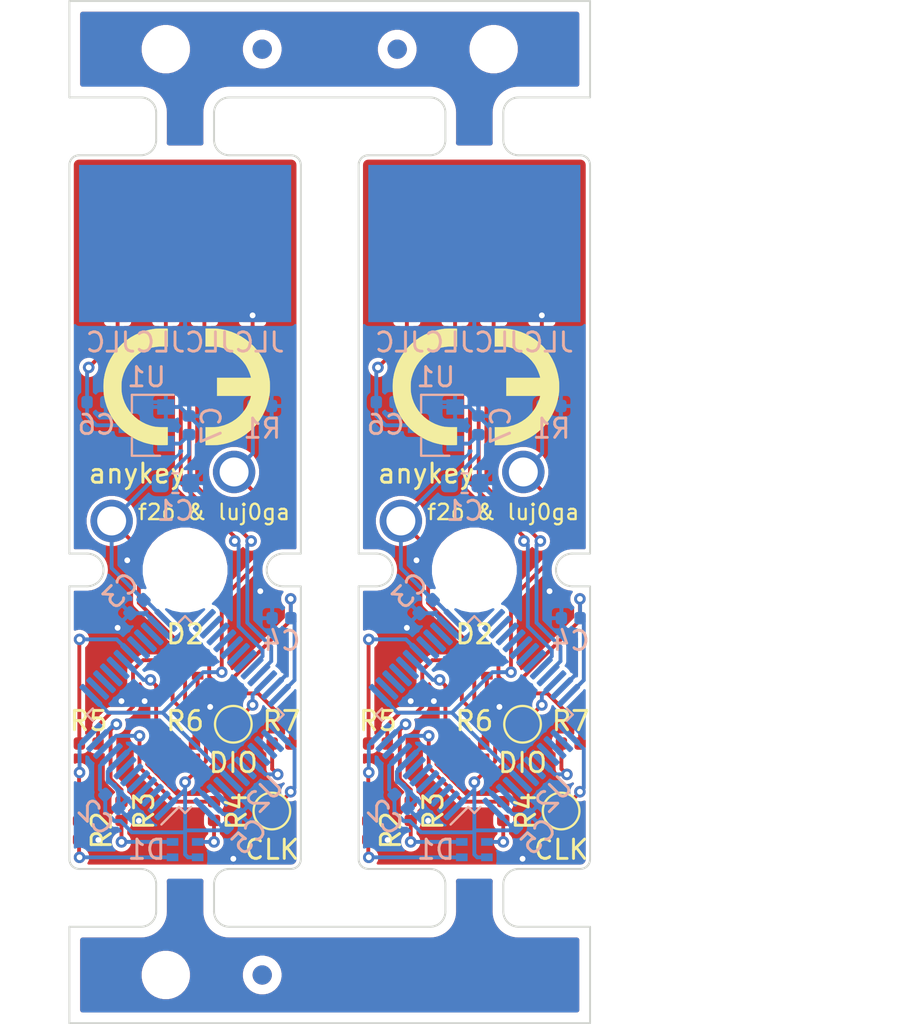
<source format=kicad_pcb>
(kicad_pcb (version 20171130) (host pcbnew 5.1.6)

  (general
    (thickness 1.6)
    (drawings 620)
    (tracks 466)
    (zones 0)
    (modules 55)
    (nets 95)
  )

  (page A4)
  (layers
    (0 F.Cu signal)
    (31 B.Cu signal)
    (32 B.Adhes user)
    (33 F.Adhes user)
    (34 B.Paste user)
    (35 F.Paste user)
    (36 B.SilkS user)
    (37 F.SilkS user)
    (38 B.Mask user)
    (39 F.Mask user)
    (40 Dwgs.User user)
    (41 Cmts.User user)
    (42 Eco1.User user)
    (43 Eco2.User user)
    (44 Edge.Cuts user)
    (45 Margin user)
    (46 B.CrtYd user)
    (47 F.CrtYd user)
    (48 B.Fab user)
    (49 F.Fab user)
  )

  (setup
    (last_trace_width 0.25)
    (trace_clearance 0.127)
    (zone_clearance 0.508)
    (zone_45_only no)
    (trace_min 0.2)
    (via_size 0.8)
    (via_drill 0.4)
    (via_min_size 0.4)
    (via_min_drill 0.3)
    (uvia_size 0.3)
    (uvia_drill 0.1)
    (uvias_allowed no)
    (uvia_min_size 0.2)
    (uvia_min_drill 0.1)
    (edge_width 0.05)
    (segment_width 0.2)
    (pcb_text_width 0.3)
    (pcb_text_size 1.5 1.5)
    (mod_edge_width 0.12)
    (mod_text_size 1 1)
    (mod_text_width 0.15)
    (pad_size 1.524 1.524)
    (pad_drill 0.762)
    (pad_to_mask_clearance 0.05)
    (aux_axis_origin 0 0)
    (visible_elements FFFFFF7F)
    (pcbplotparams
      (layerselection 0x012fc_ffffffff)
      (usegerberextensions true)
      (usegerberattributes true)
      (usegerberadvancedattributes true)
      (creategerberjobfile false)
      (excludeedgelayer true)
      (linewidth 0.100000)
      (plotframeref false)
      (viasonmask false)
      (mode 1)
      (useauxorigin false)
      (hpglpennumber 1)
      (hpglpenspeed 20)
      (hpglpendiameter 15.000000)
      (psnegative false)
      (psa4output false)
      (plotreference true)
      (plotvalue true)
      (plotinvisibletext false)
      (padsonsilk false)
      (subtractmaskfromsilk true)
      (outputformat 1)
      (mirror false)
      (drillshape 0)
      (scaleselection 1)
      (outputdirectory "../gerber/"))
  )

  (net 0 "")
  (net 1 Board_1-+3V3)
  (net 2 Board_1-/BTN1)
  (net 3 Board_1-/D+)
  (net 4 Board_1-/D-)
  (net 5 Board_1-/LED1_B)
  (net 6 Board_1-/LED1_G)
  (net 7 Board_1-/LED1_R)
  (net 8 Board_1-/LED2_B)
  (net 9 Board_1-/LED2_G)
  (net 10 Board_1-/LED2_R)
  (net 11 Board_1-/SWCLK)
  (net 12 Board_1-/SWDIO)
  (net 13 Board_1-GND)
  (net 14 "Board_1-Net-(D1-Pad1)")
  (net 15 "Board_1-Net-(D1-Pad3)")
  (net 16 "Board_1-Net-(D1-Pad4)")
  (net 17 "Board_1-Net-(D2-Pad1)")
  (net 18 "Board_1-Net-(D2-Pad3)")
  (net 19 "Board_1-Net-(D2-Pad4)")
  (net 20 "Board_1-Net-(U2-Pad14)")
  (net 21 "Board_1-Net-(U2-Pad15)")
  (net 22 "Board_1-Net-(U2-Pad16)")
  (net 23 "Board_1-Net-(U2-Pad17)")
  (net 24 "Board_1-Net-(U2-Pad2)")
  (net 25 "Board_1-Net-(U2-Pad20)")
  (net 26 "Board_1-Net-(U2-Pad21)")
  (net 27 "Board_1-Net-(U2-Pad22)")
  (net 28 "Board_1-Net-(U2-Pad25)")
  (net 29 "Board_1-Net-(U2-Pad26)")
  (net 30 "Board_1-Net-(U2-Pad27)")
  (net 31 "Board_1-Net-(U2-Pad28)")
  (net 32 "Board_1-Net-(U2-Pad29)")
  (net 33 "Board_1-Net-(U2-Pad3)")
  (net 34 "Board_1-Net-(U2-Pad30)")
  (net 35 "Board_1-Net-(U2-Pad31)")
  (net 36 "Board_1-Net-(U2-Pad38)")
  (net 37 "Board_1-Net-(U2-Pad39)")
  (net 38 "Board_1-Net-(U2-Pad4)")
  (net 39 "Board_1-Net-(U2-Pad40)")
  (net 40 "Board_1-Net-(U2-Pad42)")
  (net 41 "Board_1-Net-(U2-Pad43)")
  (net 42 "Board_1-Net-(U2-Pad45)")
  (net 43 "Board_1-Net-(U2-Pad46)")
  (net 44 "Board_1-Net-(U2-Pad5)")
  (net 45 "Board_1-Net-(U2-Pad6)")
  (net 46 "Board_1-Net-(U2-Pad7)")
  (net 47 Board_1-VBUS)
  (net 48 Board_2-+3V3)
  (net 49 Board_2-/BTN1)
  (net 50 Board_2-/D+)
  (net 51 Board_2-/D-)
  (net 52 Board_2-/LED1_B)
  (net 53 Board_2-/LED1_G)
  (net 54 Board_2-/LED1_R)
  (net 55 Board_2-/LED2_B)
  (net 56 Board_2-/LED2_G)
  (net 57 Board_2-/LED2_R)
  (net 58 Board_2-/SWCLK)
  (net 59 Board_2-/SWDIO)
  (net 60 Board_2-GND)
  (net 61 "Board_2-Net-(D1-Pad1)")
  (net 62 "Board_2-Net-(D1-Pad3)")
  (net 63 "Board_2-Net-(D1-Pad4)")
  (net 64 "Board_2-Net-(D2-Pad1)")
  (net 65 "Board_2-Net-(D2-Pad3)")
  (net 66 "Board_2-Net-(D2-Pad4)")
  (net 67 "Board_2-Net-(U2-Pad14)")
  (net 68 "Board_2-Net-(U2-Pad15)")
  (net 69 "Board_2-Net-(U2-Pad16)")
  (net 70 "Board_2-Net-(U2-Pad17)")
  (net 71 "Board_2-Net-(U2-Pad2)")
  (net 72 "Board_2-Net-(U2-Pad20)")
  (net 73 "Board_2-Net-(U2-Pad21)")
  (net 74 "Board_2-Net-(U2-Pad22)")
  (net 75 "Board_2-Net-(U2-Pad25)")
  (net 76 "Board_2-Net-(U2-Pad26)")
  (net 77 "Board_2-Net-(U2-Pad27)")
  (net 78 "Board_2-Net-(U2-Pad28)")
  (net 79 "Board_2-Net-(U2-Pad29)")
  (net 80 "Board_2-Net-(U2-Pad3)")
  (net 81 "Board_2-Net-(U2-Pad30)")
  (net 82 "Board_2-Net-(U2-Pad31)")
  (net 83 "Board_2-Net-(U2-Pad38)")
  (net 84 "Board_2-Net-(U2-Pad39)")
  (net 85 "Board_2-Net-(U2-Pad4)")
  (net 86 "Board_2-Net-(U2-Pad40)")
  (net 87 "Board_2-Net-(U2-Pad42)")
  (net 88 "Board_2-Net-(U2-Pad43)")
  (net 89 "Board_2-Net-(U2-Pad45)")
  (net 90 "Board_2-Net-(U2-Pad46)")
  (net 91 "Board_2-Net-(U2-Pad5)")
  (net 92 "Board_2-Net-(U2-Pad6)")
  (net 93 "Board_2-Net-(U2-Pad7)")
  (net 94 Board_2-VBUS)

  (net_class Default "This is the default net class."
    (clearance 0.127)
    (trace_width 0.25)
    (via_dia 0.8)
    (via_drill 0.4)
    (uvia_dia 0.3)
    (uvia_drill 0.1)
    (add_net Board_1-+3V3)
    (add_net Board_1-/BTN1)
    (add_net Board_1-/D+)
    (add_net Board_1-/D-)
    (add_net Board_1-/LED1_B)
    (add_net Board_1-/LED1_G)
    (add_net Board_1-/LED1_R)
    (add_net Board_1-/LED2_B)
    (add_net Board_1-/LED2_G)
    (add_net Board_1-/LED2_R)
    (add_net Board_1-/SWCLK)
    (add_net Board_1-/SWDIO)
    (add_net Board_1-GND)
    (add_net "Board_1-Net-(D1-Pad1)")
    (add_net "Board_1-Net-(D1-Pad3)")
    (add_net "Board_1-Net-(D1-Pad4)")
    (add_net "Board_1-Net-(D2-Pad1)")
    (add_net "Board_1-Net-(D2-Pad3)")
    (add_net "Board_1-Net-(D2-Pad4)")
    (add_net "Board_1-Net-(U2-Pad14)")
    (add_net "Board_1-Net-(U2-Pad15)")
    (add_net "Board_1-Net-(U2-Pad16)")
    (add_net "Board_1-Net-(U2-Pad17)")
    (add_net "Board_1-Net-(U2-Pad2)")
    (add_net "Board_1-Net-(U2-Pad20)")
    (add_net "Board_1-Net-(U2-Pad21)")
    (add_net "Board_1-Net-(U2-Pad22)")
    (add_net "Board_1-Net-(U2-Pad25)")
    (add_net "Board_1-Net-(U2-Pad26)")
    (add_net "Board_1-Net-(U2-Pad27)")
    (add_net "Board_1-Net-(U2-Pad28)")
    (add_net "Board_1-Net-(U2-Pad29)")
    (add_net "Board_1-Net-(U2-Pad3)")
    (add_net "Board_1-Net-(U2-Pad30)")
    (add_net "Board_1-Net-(U2-Pad31)")
    (add_net "Board_1-Net-(U2-Pad38)")
    (add_net "Board_1-Net-(U2-Pad39)")
    (add_net "Board_1-Net-(U2-Pad4)")
    (add_net "Board_1-Net-(U2-Pad40)")
    (add_net "Board_1-Net-(U2-Pad42)")
    (add_net "Board_1-Net-(U2-Pad43)")
    (add_net "Board_1-Net-(U2-Pad45)")
    (add_net "Board_1-Net-(U2-Pad46)")
    (add_net "Board_1-Net-(U2-Pad5)")
    (add_net "Board_1-Net-(U2-Pad6)")
    (add_net "Board_1-Net-(U2-Pad7)")
    (add_net Board_1-VBUS)
    (add_net Board_2-+3V3)
    (add_net Board_2-/BTN1)
    (add_net Board_2-/D+)
    (add_net Board_2-/D-)
    (add_net Board_2-/LED1_B)
    (add_net Board_2-/LED1_G)
    (add_net Board_2-/LED1_R)
    (add_net Board_2-/LED2_B)
    (add_net Board_2-/LED2_G)
    (add_net Board_2-/LED2_R)
    (add_net Board_2-/SWCLK)
    (add_net Board_2-/SWDIO)
    (add_net Board_2-GND)
    (add_net "Board_2-Net-(D1-Pad1)")
    (add_net "Board_2-Net-(D1-Pad3)")
    (add_net "Board_2-Net-(D1-Pad4)")
    (add_net "Board_2-Net-(D2-Pad1)")
    (add_net "Board_2-Net-(D2-Pad3)")
    (add_net "Board_2-Net-(D2-Pad4)")
    (add_net "Board_2-Net-(U2-Pad14)")
    (add_net "Board_2-Net-(U2-Pad15)")
    (add_net "Board_2-Net-(U2-Pad16)")
    (add_net "Board_2-Net-(U2-Pad17)")
    (add_net "Board_2-Net-(U2-Pad2)")
    (add_net "Board_2-Net-(U2-Pad20)")
    (add_net "Board_2-Net-(U2-Pad21)")
    (add_net "Board_2-Net-(U2-Pad22)")
    (add_net "Board_2-Net-(U2-Pad25)")
    (add_net "Board_2-Net-(U2-Pad26)")
    (add_net "Board_2-Net-(U2-Pad27)")
    (add_net "Board_2-Net-(U2-Pad28)")
    (add_net "Board_2-Net-(U2-Pad29)")
    (add_net "Board_2-Net-(U2-Pad3)")
    (add_net "Board_2-Net-(U2-Pad30)")
    (add_net "Board_2-Net-(U2-Pad31)")
    (add_net "Board_2-Net-(U2-Pad38)")
    (add_net "Board_2-Net-(U2-Pad39)")
    (add_net "Board_2-Net-(U2-Pad4)")
    (add_net "Board_2-Net-(U2-Pad40)")
    (add_net "Board_2-Net-(U2-Pad42)")
    (add_net "Board_2-Net-(U2-Pad43)")
    (add_net "Board_2-Net-(U2-Pad45)")
    (add_net "Board_2-Net-(U2-Pad46)")
    (add_net "Board_2-Net-(U2-Pad5)")
    (add_net "Board_2-Net-(U2-Pad6)")
    (add_net "Board_2-Net-(U2-Pad7)")
    (add_net Board_2-VBUS)
  )

  (module NPTH (layer F.Cu) (tedit 5E89AAAA) (tstamp 5F975A61)
    (at 54.999 92.501017)
    (fp_text reference REF** (at 0 0.5) (layer F.SilkS) hide
      (effects (font (size 1 1) (thickness 0.15)))
    )
    (fp_text value NPTH (at 0 -0.5) (layer F.Fab) hide
      (effects (font (size 1 1) (thickness 0.15)))
    )
    (pad "" np_thru_hole circle (at 0 0) (size 1.5 1.5) (drill 1.5) (layers *.Cu *.Mask))
  )

  (module NPTH (layer F.Cu) (tedit 5E89AAAA) (tstamp 5F975A59)
    (at 72.001018 44.499)
    (fp_text reference REF** (at 0 0.5) (layer F.SilkS) hide
      (effects (font (size 1 1) (thickness 0.15)))
    )
    (fp_text value NPTH (at 0 -0.5) (layer F.Fab) hide
      (effects (font (size 1 1) (thickness 0.15)))
    )
    (pad "" np_thru_hole circle (at 0 0) (size 1.5 1.5) (drill 1.5) (layers *.Cu *.Mask))
  )

  (module NPTH (layer F.Cu) (tedit 5E89AAAA) (tstamp 5F975A51)
    (at 54.999 44.499)
    (fp_text reference REF** (at 0 0.5) (layer F.SilkS) hide
      (effects (font (size 1 1) (thickness 0.15)))
    )
    (fp_text value NPTH (at 0 -0.5) (layer F.Fab) hide
      (effects (font (size 1 1) (thickness 0.15)))
    )
    (pad "" np_thru_hole circle (at 0 0) (size 1.5 1.5) (drill 1.5) (layers *.Cu *.Mask))
  )

  (module Fiducial (layer B.Cu) (tedit 5EA93A7C) (tstamp 5F975A49)
    (at 59.999 92.501017)
    (descr "Circular Fiducial")
    (tags fiducial)
    (attr smd)
    (fp_text reference REF** (at 0 1.5) (layer B.SilkS) hide
      (effects (font (size 1 1) (thickness 0.15)) (justify mirror))
    )
    (fp_text value Fiducial (at 0 -1.5) (layer B.Fab) hide
      (effects (font (size 1 1) (thickness 0.15)) (justify mirror))
    )
    (pad "" smd circle (at 0 0) (size 1 1) (layers B.Cu B.Mask)
      (solder_mask_margin 0.5) (clearance 0.5))
  )

  (module Fiducial (layer F.Cu) (tedit 5EA93A7C) (tstamp 5F975A41)
    (at 59.999 92.501017)
    (descr "Circular Fiducial")
    (tags fiducial)
    (attr smd)
    (fp_text reference REF** (at 0 -1.5) (layer F.SilkS) hide
      (effects (font (size 1 1) (thickness 0.15)))
    )
    (fp_text value Fiducial (at 0 1.5) (layer F.Fab) hide
      (effects (font (size 1 1) (thickness 0.15)))
    )
    (pad "" smd circle (at 0 0) (size 1 1) (layers F.Cu F.Mask)
      (solder_mask_margin 0.5) (clearance 0.5))
  )

  (module Fiducial (layer B.Cu) (tedit 5EA93A7C) (tstamp 5F975A39)
    (at 67.001018 44.499)
    (descr "Circular Fiducial")
    (tags fiducial)
    (attr smd)
    (fp_text reference REF** (at 0 1.5) (layer B.SilkS) hide
      (effects (font (size 1 1) (thickness 0.15)) (justify mirror))
    )
    (fp_text value Fiducial (at 0 -1.5) (layer B.Fab) hide
      (effects (font (size 1 1) (thickness 0.15)) (justify mirror))
    )
    (pad "" smd circle (at 0 0) (size 1 1) (layers B.Cu B.Mask)
      (solder_mask_margin 0.5) (clearance 0.5))
  )

  (module Fiducial (layer F.Cu) (tedit 5EA93A7C) (tstamp 5F975A31)
    (at 67.001018 44.499)
    (descr "Circular Fiducial")
    (tags fiducial)
    (attr smd)
    (fp_text reference REF** (at 0 -1.5) (layer F.SilkS) hide
      (effects (font (size 1 1) (thickness 0.15)))
    )
    (fp_text value Fiducial (at 0 1.5) (layer F.Fab) hide
      (effects (font (size 1 1) (thickness 0.15)))
    )
    (pad "" smd circle (at 0 0) (size 1 1) (layers F.Cu F.Mask)
      (solder_mask_margin 0.5) (clearance 0.5))
  )

  (module Fiducial (layer B.Cu) (tedit 5EA93A7C) (tstamp 5F975A29)
    (at 59.999 44.499)
    (descr "Circular Fiducial")
    (tags fiducial)
    (attr smd)
    (fp_text reference REF** (at 0 1.5) (layer B.SilkS) hide
      (effects (font (size 1 1) (thickness 0.15)) (justify mirror))
    )
    (fp_text value Fiducial (at 0 -1.5) (layer B.Fab) hide
      (effects (font (size 1 1) (thickness 0.15)) (justify mirror))
    )
    (pad "" smd circle (at 0 0) (size 1 1) (layers B.Cu B.Mask)
      (solder_mask_margin 0.5) (clearance 0.5))
  )

  (module Fiducial (layer F.Cu) (tedit 5EA93A7C) (tstamp 5F975A21)
    (at 59.999 44.499)
    (descr "Circular Fiducial")
    (tags fiducial)
    (attr smd)
    (fp_text reference REF** (at 0 -1.5) (layer F.SilkS) hide
      (effects (font (size 1 1) (thickness 0.15)))
    )
    (fp_text value Fiducial (at 0 1.5) (layer F.Fab) hide
      (effects (font (size 1 1) (thickness 0.15)))
    )
    (pad "" smd circle (at 0 0) (size 1 1) (layers F.Cu F.Mask)
      (solder_mask_margin 0.5) (clearance 0.5))
  )

  (module Capacitor_SMD:C_0603_1608Metric (layer B.Cu) (tedit 5B301BBE) (tstamp 5F97591D)
    (at 70.500018 67.000001)
    (descr "Capacitor SMD 0603 (1608 Metric), square (rectangular) end terminal, IPC_7351 nominal, (Body size source: http://www.tortai-tech.com/upload/download/2011102023233369053.pdf), generated with kicad-footprint-generator")
    (tags capacitor)
    (path /5F898D1B)
    (attr smd)
    (fp_text reference C1 (at 0 1.43) (layer B.SilkS)
      (effects (font (size 1 1) (thickness 0.15)) (justify mirror))
    )
    (fp_text value 10u (at 0 -1.43) (layer B.Fab)
      (effects (font (size 1 1) (thickness 0.15)) (justify mirror))
    )
    (fp_line (start 1.48 -0.73) (end -1.48 -0.73) (layer B.CrtYd) (width 0.05))
    (fp_line (start 1.48 0.73) (end 1.48 -0.73) (layer B.CrtYd) (width 0.05))
    (fp_line (start -1.48 0.73) (end 1.48 0.73) (layer B.CrtYd) (width 0.05))
    (fp_line (start -1.48 -0.73) (end -1.48 0.73) (layer B.CrtYd) (width 0.05))
    (fp_line (start -0.162779 -0.51) (end 0.162779 -0.51) (layer B.SilkS) (width 0.12))
    (fp_line (start -0.162779 0.51) (end 0.162779 0.51) (layer B.SilkS) (width 0.12))
    (fp_line (start 0.8 -0.4) (end -0.8 -0.4) (layer B.Fab) (width 0.1))
    (fp_line (start 0.8 0.4) (end 0.8 -0.4) (layer B.Fab) (width 0.1))
    (fp_line (start -0.8 0.4) (end 0.8 0.4) (layer B.Fab) (width 0.1))
    (fp_line (start -0.8 -0.4) (end -0.8 0.4) (layer B.Fab) (width 0.1))
    (fp_text user %R (at 0 0) (layer B.Fab)
      (effects (font (size 0.4 0.4) (thickness 0.06)) (justify mirror))
    )
    (pad 1 smd roundrect (at -0.7875 0) (size 0.875 0.95) (layers B.Cu B.Paste B.Mask) (roundrect_rratio 0.25)
      (net 48 Board_2-+3V3))
    (pad 2 smd roundrect (at 0.7875 0) (size 0.875 0.95) (layers B.Cu B.Paste B.Mask) (roundrect_rratio 0.25)
      (net 60 Board_2-GND))
    (model ${KISYS3DMOD}/Capacitor_SMD.3dshapes/C_0603_1608Metric.wrl
      (at (xyz 0 0 0))
      (scale (xyz 1 1 1))
      (rotate (xyz 0 0 0))
    )
  )

  (module Capacitor_SMD:C_0402_1005Metric (layer B.Cu) (tedit 5B301BBE) (tstamp 5F97590F)
    (at 67.200018 83.500001 315)
    (descr "Capacitor SMD 0402 (1005 Metric), square (rectangular) end terminal, IPC_7351 nominal, (Body size source: http://www.tortai-tech.com/upload/download/2011102023233369053.pdf), generated with kicad-footprint-generator")
    (tags capacitor)
    (path /5F89352A)
    (attr smd)
    (fp_text reference C2 (at 0 1.17 135) (layer B.SilkS)
      (effects (font (size 1 1) (thickness 0.15)) (justify mirror))
    )
    (fp_text value 100n (at 0 -1.17 135) (layer B.Fab)
      (effects (font (size 1 1) (thickness 0.15)) (justify mirror))
    )
    (fp_line (start 0.93 -0.47) (end -0.93 -0.47) (layer B.CrtYd) (width 0.05))
    (fp_line (start 0.93 0.47) (end 0.93 -0.47) (layer B.CrtYd) (width 0.05))
    (fp_line (start -0.93 0.47) (end 0.93 0.47) (layer B.CrtYd) (width 0.05))
    (fp_line (start -0.93 -0.47) (end -0.93 0.47) (layer B.CrtYd) (width 0.05))
    (fp_line (start 0.5 -0.25) (end -0.5 -0.25) (layer B.Fab) (width 0.1))
    (fp_line (start 0.5 0.25) (end 0.5 -0.25) (layer B.Fab) (width 0.1))
    (fp_line (start -0.5 0.25) (end 0.5 0.25) (layer B.Fab) (width 0.1))
    (fp_line (start -0.5 -0.25) (end -0.5 0.25) (layer B.Fab) (width 0.1))
    (fp_text user %R (at 0 0 135) (layer B.Fab)
      (effects (font (size 0.25 0.25) (thickness 0.04)) (justify mirror))
    )
    (pad 1 smd roundrect (at -0.485 0 315) (size 0.59 0.64) (layers B.Cu B.Paste B.Mask) (roundrect_rratio 0.25)
      (net 48 Board_2-+3V3))
    (pad 2 smd roundrect (at 0.485 0 315) (size 0.59 0.64) (layers B.Cu B.Paste B.Mask) (roundrect_rratio 0.25)
      (net 60 Board_2-GND))
    (model ${KISYS3DMOD}/Capacitor_SMD.3dshapes/C_0402_1005Metric.wrl
      (at (xyz 0 0 0))
      (scale (xyz 1 1 1))
      (rotate (xyz 0 0 0))
    )
  )

  (module Capacitor_SMD:C_0402_1005Metric (layer B.Cu) (tedit 5B301BBE) (tstamp 5F975901)
    (at 68.500018 73.400001 225)
    (descr "Capacitor SMD 0402 (1005 Metric), square (rectangular) end terminal, IPC_7351 nominal, (Body size source: http://www.tortai-tech.com/upload/download/2011102023233369053.pdf), generated with kicad-footprint-generator")
    (tags capacitor)
    (path /5F893113)
    (attr smd)
    (fp_text reference C3 (at 0 1.17 45) (layer B.SilkS)
      (effects (font (size 1 1) (thickness 0.15)) (justify mirror))
    )
    (fp_text value 100n (at 0 -1.17 45) (layer B.Fab)
      (effects (font (size 1 1) (thickness 0.15)) (justify mirror))
    )
    (fp_line (start -0.5 -0.25) (end -0.5 0.25) (layer B.Fab) (width 0.1))
    (fp_line (start -0.5 0.25) (end 0.5 0.25) (layer B.Fab) (width 0.1))
    (fp_line (start 0.5 0.25) (end 0.5 -0.25) (layer B.Fab) (width 0.1))
    (fp_line (start 0.5 -0.25) (end -0.5 -0.25) (layer B.Fab) (width 0.1))
    (fp_line (start -0.93 -0.47) (end -0.93 0.47) (layer B.CrtYd) (width 0.05))
    (fp_line (start -0.93 0.47) (end 0.93 0.47) (layer B.CrtYd) (width 0.05))
    (fp_line (start 0.93 0.47) (end 0.93 -0.47) (layer B.CrtYd) (width 0.05))
    (fp_line (start 0.93 -0.47) (end -0.93 -0.47) (layer B.CrtYd) (width 0.05))
    (fp_text user %R (at 0 0 45) (layer B.Fab)
      (effects (font (size 0.25 0.25) (thickness 0.04)) (justify mirror))
    )
    (pad 2 smd roundrect (at 0.485 0 225) (size 0.59 0.64) (layers B.Cu B.Paste B.Mask) (roundrect_rratio 0.25)
      (net 60 Board_2-GND))
    (pad 1 smd roundrect (at -0.485 0 225) (size 0.59 0.64) (layers B.Cu B.Paste B.Mask) (roundrect_rratio 0.25)
      (net 48 Board_2-+3V3))
    (model ${KISYS3DMOD}/Capacitor_SMD.3dshapes/C_0402_1005Metric.wrl
      (at (xyz 0 0 0))
      (scale (xyz 1 1 1))
      (rotate (xyz 0 0 0))
    )
  )

  (module Capacitor_SMD:C_0402_1005Metric (layer B.Cu) (tedit 5B301BBE) (tstamp 5F9758F3)
    (at 73.500018 84.500001 45)
    (descr "Capacitor SMD 0402 (1005 Metric), square (rectangular) end terminal, IPC_7351 nominal, (Body size source: http://www.tortai-tech.com/upload/download/2011102023233369053.pdf), generated with kicad-footprint-generator")
    (tags capacitor)
    (path /5F8989CC)
    (attr smd)
    (fp_text reference C5 (at 0 1.17 45) (layer B.SilkS)
      (effects (font (size 1 1) (thickness 0.15)) (justify mirror))
    )
    (fp_text value 100n (at 0 -1.17 45) (layer B.Fab)
      (effects (font (size 1 1) (thickness 0.15)) (justify mirror))
    )
    (fp_line (start -0.5 -0.25) (end -0.5 0.25) (layer B.Fab) (width 0.1))
    (fp_line (start -0.5 0.25) (end 0.5 0.25) (layer B.Fab) (width 0.1))
    (fp_line (start 0.5 0.25) (end 0.5 -0.25) (layer B.Fab) (width 0.1))
    (fp_line (start 0.5 -0.25) (end -0.5 -0.25) (layer B.Fab) (width 0.1))
    (fp_line (start -0.93 -0.47) (end -0.93 0.47) (layer B.CrtYd) (width 0.05))
    (fp_line (start -0.93 0.47) (end 0.93 0.47) (layer B.CrtYd) (width 0.05))
    (fp_line (start 0.93 0.47) (end 0.93 -0.47) (layer B.CrtYd) (width 0.05))
    (fp_line (start 0.93 -0.47) (end -0.93 -0.47) (layer B.CrtYd) (width 0.05))
    (fp_text user %R (at 0 0 45) (layer B.Fab)
      (effects (font (size 0.25 0.25) (thickness 0.04)) (justify mirror))
    )
    (pad 2 smd roundrect (at 0.485 0 45) (size 0.59 0.64) (layers B.Cu B.Paste B.Mask) (roundrect_rratio 0.25)
      (net 60 Board_2-GND))
    (pad 1 smd roundrect (at -0.485 0 45) (size 0.59 0.64) (layers B.Cu B.Paste B.Mask) (roundrect_rratio 0.25)
      (net 48 Board_2-+3V3))
    (model ${KISYS3DMOD}/Capacitor_SMD.3dshapes/C_0402_1005Metric.wrl
      (at (xyz 0 0 0))
      (scale (xyz 1 1 1))
      (rotate (xyz 0 0 0))
    )
  )

  (module Capacitor_SMD:C_0402_1005Metric (layer B.Cu) (tedit 5B301BBE) (tstamp 5F9758E5)
    (at 71.200018 64.000001 90)
    (descr "Capacitor SMD 0402 (1005 Metric), square (rectangular) end terminal, IPC_7351 nominal, (Body size source: http://www.tortai-tech.com/upload/download/2011102023233369053.pdf), generated with kicad-footprint-generator")
    (tags capacitor)
    (path /5F9081DC)
    (attr smd)
    (fp_text reference C7 (at 0 1.17 -90) (layer B.SilkS)
      (effects (font (size 1 1) (thickness 0.15)) (justify mirror))
    )
    (fp_text value 1u (at 0 -1.17 -90) (layer B.Fab)
      (effects (font (size 1 1) (thickness 0.15)) (justify mirror))
    )
    (fp_line (start -0.5 -0.25) (end -0.5 0.25) (layer B.Fab) (width 0.1))
    (fp_line (start -0.5 0.25) (end 0.5 0.25) (layer B.Fab) (width 0.1))
    (fp_line (start 0.5 0.25) (end 0.5 -0.25) (layer B.Fab) (width 0.1))
    (fp_line (start 0.5 -0.25) (end -0.5 -0.25) (layer B.Fab) (width 0.1))
    (fp_line (start -0.93 -0.47) (end -0.93 0.47) (layer B.CrtYd) (width 0.05))
    (fp_line (start -0.93 0.47) (end 0.93 0.47) (layer B.CrtYd) (width 0.05))
    (fp_line (start 0.93 0.47) (end 0.93 -0.47) (layer B.CrtYd) (width 0.05))
    (fp_line (start 0.93 -0.47) (end -0.93 -0.47) (layer B.CrtYd) (width 0.05))
    (fp_text user %R (at 0 0 -90) (layer B.Fab)
      (effects (font (size 0.25 0.25) (thickness 0.04)) (justify mirror))
    )
    (pad 2 smd roundrect (at 0.485 0 90) (size 0.59 0.64) (layers B.Cu B.Paste B.Mask) (roundrect_rratio 0.25)
      (net 60 Board_2-GND))
    (pad 1 smd roundrect (at -0.485 0 90) (size 0.59 0.64) (layers B.Cu B.Paste B.Mask) (roundrect_rratio 0.25)
      (net 48 Board_2-+3V3))
    (model ${KISYS3DMOD}/Capacitor_SMD.3dshapes/C_0402_1005Metric.wrl
      (at (xyz 0 0 0))
      (scale (xyz 1 1 1))
      (rotate (xyz 0 0 0))
    )
  )

  (module anykey:LED_MEIHUA_MHPA1515RGBDT (layer B.Cu) (tedit 5F906CA6) (tstamp 5F9758D4)
    (at 71.000018 86.000001 180)
    (path /5F998A03)
    (fp_text reference D1 (at 2 0) (layer B.SilkS)
      (effects (font (size 1 1) (thickness 0.15)) (justify mirror))
    )
    (fp_text value MHPA1515RGBDT (at 0 1.75) (layer B.Fab)
      (effects (font (size 1 1) (thickness 0.15)) (justify mirror))
    )
    (fp_line (start -1 -1) (end -1 1) (layer B.CrtYd) (width 0.05))
    (fp_line (start 1 -1) (end -1 -1) (layer B.CrtYd) (width 0.05))
    (fp_line (start 1 1) (end 1 -1) (layer B.CrtYd) (width 0.05))
    (fp_line (start -1 1) (end 1 1) (layer B.CrtYd) (width 0.05))
    (fp_line (start -0.8 0.75) (end 0.8 0.75) (layer B.Fab) (width 0.1))
    (fp_line (start 0.8 0.75) (end 0.8 -0.45) (layer B.Fab) (width 0.1))
    (fp_line (start 0.5 -0.75) (end -0.8 -0.75) (layer B.Fab) (width 0.1))
    (fp_line (start -0.8 -0.75) (end -0.8 0.75) (layer B.Fab) (width 0.1))
    (fp_line (start 0.8 -0.45) (end 0.5 -0.75) (layer B.Fab) (width 0.1))
    (fp_text user %R (at 0 0) (layer B.Fab)
      (effects (font (size 0.3 0.3) (thickness 0.05)) (justify mirror))
    )
    (pad 1 smd rect (at 0.65 -0.4 180) (size 0.6 0.4) (layers B.Cu B.Paste B.Mask)
      (net 61 "Board_2-Net-(D1-Pad1)"))
    (pad 2 smd rect (at -0.65 -0.4 180) (size 0.6 0.4) (layers B.Cu B.Paste B.Mask)
      (net 48 Board_2-+3V3))
    (pad 3 smd rect (at -0.65 0.4 180) (size 0.6 0.4) (layers B.Cu B.Paste B.Mask)
      (net 62 "Board_2-Net-(D1-Pad3)"))
    (pad 4 smd rect (at 0.65 0.4 180) (size 0.6 0.4) (layers B.Cu B.Paste B.Mask)
      (net 63 "Board_2-Net-(D1-Pad4)"))
  )

  (module anykey:LED_MEIHUA_MHPA1515RGBDT (layer F.Cu) (tedit 5F906CA6) (tstamp 5F9758C3)
    (at 71.000018 76.580001 180)
    (path /5FD938D9)
    (fp_text reference D2 (at 0 1.75) (layer F.SilkS)
      (effects (font (size 1 1) (thickness 0.15)))
    )
    (fp_text value MHPA1515RGBDT (at 0 -1.75) (layer F.Fab)
      (effects (font (size 1 1) (thickness 0.15)))
    )
    (fp_line (start -1 1) (end -1 -1) (layer F.CrtYd) (width 0.05))
    (fp_line (start 1 1) (end -1 1) (layer F.CrtYd) (width 0.05))
    (fp_line (start 1 -1) (end 1 1) (layer F.CrtYd) (width 0.05))
    (fp_line (start -1 -1) (end 1 -1) (layer F.CrtYd) (width 0.05))
    (fp_line (start -0.8 -0.75) (end 0.8 -0.75) (layer F.Fab) (width 0.1))
    (fp_line (start 0.8 -0.75) (end 0.8 0.45) (layer F.Fab) (width 0.1))
    (fp_line (start 0.5 0.75) (end -0.8 0.75) (layer F.Fab) (width 0.1))
    (fp_line (start -0.8 0.75) (end -0.8 -0.75) (layer F.Fab) (width 0.1))
    (fp_line (start 0.8 0.45) (end 0.5 0.75) (layer F.Fab) (width 0.1))
    (fp_text user %R (at 0 0) (layer F.Fab)
      (effects (font (size 0.3 0.3) (thickness 0.05)))
    )
    (pad 1 smd rect (at 0.65 0.4 180) (size 0.6 0.4) (layers F.Cu F.Paste F.Mask)
      (net 64 "Board_2-Net-(D2-Pad1)"))
    (pad 2 smd rect (at -0.65 0.4 180) (size 0.6 0.4) (layers F.Cu F.Paste F.Mask)
      (net 48 Board_2-+3V3))
    (pad 3 smd rect (at -0.65 -0.4 180) (size 0.6 0.4) (layers F.Cu F.Paste F.Mask)
      (net 65 "Board_2-Net-(D2-Pad3)"))
    (pad 4 smd rect (at 0.65 -0.4 180) (size 0.6 0.4) (layers F.Cu F.Paste F.Mask)
      (net 66 "Board_2-Net-(D2-Pad4)"))
  )

  (module anykey:USB_A_Plug_PCB (layer F.Cu) (tedit 5F8DF2F0) (tstamp 5F9758B8)
    (at 71.000018 50.000001)
    (path /5F874047)
    (attr virtual)
    (fp_text reference J1 (at 0 10) (layer F.SilkS) hide
      (effects (font (size 1 1) (thickness 0.15)))
    )
    (fp_text value USB_A (at 0 -1) (layer F.Fab)
      (effects (font (size 1 1) (thickness 0.15)))
    )
    (fp_line (start -6 11.75) (end -6 0) (layer Dwgs.User) (width 0.12))
    (fp_line (start -6 0) (end 6 0) (layer Dwgs.User) (width 0.12))
    (fp_line (start 6 0) (end 6 11.75) (layer Dwgs.User) (width 0.12))
    (pad 5 connect rect (at 0 4.575) (size 11 8.15) (layers B.Cu B.Mask)
      (net 60 Board_2-GND))
    (pad 4 connect rect (at 3.5 4.945) (size 1 7.41) (layers F.Cu F.Mask)
      (net 60 Board_2-GND))
    (pad 3 connect rect (at 1 5.445) (size 1 6.41) (layers F.Cu F.Mask)
      (net 50 Board_2-/D+))
    (pad 2 connect rect (at -1 5.445) (size 1 6.41) (layers F.Cu F.Mask)
      (net 51 Board_2-/D-))
    (pad 1 connect rect (at -3.5 4.945) (size 1 7.41) (layers F.Cu F.Mask)
      (net 94 Board_2-VBUS))
  )

  (module Resistor_SMD:R_0402_1005Metric (layer B.Cu) (tedit 5B301BBD) (tstamp 5F9758AA)
    (at 75.000018 63.000001)
    (descr "Resistor SMD 0402 (1005 Metric), square (rectangular) end terminal, IPC_7351 nominal, (Body size source: http://www.tortai-tech.com/upload/download/2011102023233369053.pdf), generated with kicad-footprint-generator")
    (tags resistor)
    (path /5F905B31)
    (attr smd)
    (fp_text reference R1 (at 0 1.17) (layer B.SilkS)
      (effects (font (size 1 1) (thickness 0.15)) (justify mirror))
    )
    (fp_text value 10k (at 0 -1.17) (layer B.Fab)
      (effects (font (size 1 1) (thickness 0.15)) (justify mirror))
    )
    (fp_line (start 0.93 -0.47) (end -0.93 -0.47) (layer B.CrtYd) (width 0.05))
    (fp_line (start 0.93 0.47) (end 0.93 -0.47) (layer B.CrtYd) (width 0.05))
    (fp_line (start -0.93 0.47) (end 0.93 0.47) (layer B.CrtYd) (width 0.05))
    (fp_line (start -0.93 -0.47) (end -0.93 0.47) (layer B.CrtYd) (width 0.05))
    (fp_line (start 0.5 -0.25) (end -0.5 -0.25) (layer B.Fab) (width 0.1))
    (fp_line (start 0.5 0.25) (end 0.5 -0.25) (layer B.Fab) (width 0.1))
    (fp_line (start -0.5 0.25) (end 0.5 0.25) (layer B.Fab) (width 0.1))
    (fp_line (start -0.5 -0.25) (end -0.5 0.25) (layer B.Fab) (width 0.1))
    (fp_text user %R (at 0 0) (layer B.Fab)
      (effects (font (size 0.25 0.25) (thickness 0.04)) (justify mirror))
    )
    (pad 1 smd roundrect (at -0.485 0) (size 0.59 0.64) (layers B.Cu B.Paste B.Mask) (roundrect_rratio 0.25)
      (net 49 Board_2-/BTN1))
    (pad 2 smd roundrect (at 0.485 0) (size 0.59 0.64) (layers B.Cu B.Paste B.Mask) (roundrect_rratio 0.25)
      (net 60 Board_2-GND))
    (model ${KISYS3DMOD}/Resistor_SMD.3dshapes/R_0402_1005Metric.wrl
      (at (xyz 0 0 0))
      (scale (xyz 1 1 1))
      (rotate (xyz 0 0 0))
    )
  )

  (module Resistor_SMD:R_0402_1005Metric (layer F.Cu) (tedit 5B301BBD) (tstamp 5F97589C)
    (at 65.500018 85.000001 270)
    (descr "Resistor SMD 0402 (1005 Metric), square (rectangular) end terminal, IPC_7351 nominal, (Body size source: http://www.tortai-tech.com/upload/download/2011102023233369053.pdf), generated with kicad-footprint-generator")
    (tags resistor)
    (path /5F9354AF)
    (attr smd)
    (fp_text reference R2 (at 0 -1.17 90) (layer F.SilkS)
      (effects (font (size 1 1) (thickness 0.15)))
    )
    (fp_text value 1k (at 0 1.17 90) (layer F.Fab)
      (effects (font (size 1 1) (thickness 0.15)))
    )
    (fp_line (start 0.93 0.47) (end -0.93 0.47) (layer F.CrtYd) (width 0.05))
    (fp_line (start 0.93 -0.47) (end 0.93 0.47) (layer F.CrtYd) (width 0.05))
    (fp_line (start -0.93 -0.47) (end 0.93 -0.47) (layer F.CrtYd) (width 0.05))
    (fp_line (start -0.93 0.47) (end -0.93 -0.47) (layer F.CrtYd) (width 0.05))
    (fp_line (start 0.5 0.25) (end -0.5 0.25) (layer F.Fab) (width 0.1))
    (fp_line (start 0.5 -0.25) (end 0.5 0.25) (layer F.Fab) (width 0.1))
    (fp_line (start -0.5 -0.25) (end 0.5 -0.25) (layer F.Fab) (width 0.1))
    (fp_line (start -0.5 0.25) (end -0.5 -0.25) (layer F.Fab) (width 0.1))
    (fp_text user %R (at 0 0 90) (layer F.Fab)
      (effects (font (size 0.25 0.25) (thickness 0.04)))
    )
    (pad 1 smd roundrect (at -0.485 0 270) (size 0.59 0.64) (layers F.Cu F.Paste F.Mask) (roundrect_rratio 0.25)
      (net 54 Board_2-/LED1_R))
    (pad 2 smd roundrect (at 0.485 0 270) (size 0.59 0.64) (layers F.Cu F.Paste F.Mask) (roundrect_rratio 0.25)
      (net 61 "Board_2-Net-(D1-Pad1)"))
    (model ${KISYS3DMOD}/Resistor_SMD.3dshapes/R_0402_1005Metric.wrl
      (at (xyz 0 0 0))
      (scale (xyz 1 1 1))
      (rotate (xyz 0 0 0))
    )
  )

  (module Resistor_SMD:R_0402_1005Metric (layer F.Cu) (tedit 5B301BBD) (tstamp 5F97588E)
    (at 67.700018 84.000001 270)
    (descr "Resistor SMD 0402 (1005 Metric), square (rectangular) end terminal, IPC_7351 nominal, (Body size source: http://www.tortai-tech.com/upload/download/2011102023233369053.pdf), generated with kicad-footprint-generator")
    (tags resistor)
    (path /5F935EFD)
    (attr smd)
    (fp_text reference R3 (at 0 -1.17 90) (layer F.SilkS)
      (effects (font (size 1 1) (thickness 0.15)))
    )
    (fp_text value 1k (at 0 1.17 90) (layer F.Fab)
      (effects (font (size 1 1) (thickness 0.15)))
    )
    (fp_line (start 0.93 0.47) (end -0.93 0.47) (layer F.CrtYd) (width 0.05))
    (fp_line (start 0.93 -0.47) (end 0.93 0.47) (layer F.CrtYd) (width 0.05))
    (fp_line (start -0.93 -0.47) (end 0.93 -0.47) (layer F.CrtYd) (width 0.05))
    (fp_line (start -0.93 0.47) (end -0.93 -0.47) (layer F.CrtYd) (width 0.05))
    (fp_line (start 0.5 0.25) (end -0.5 0.25) (layer F.Fab) (width 0.1))
    (fp_line (start 0.5 -0.25) (end 0.5 0.25) (layer F.Fab) (width 0.1))
    (fp_line (start -0.5 -0.25) (end 0.5 -0.25) (layer F.Fab) (width 0.1))
    (fp_line (start -0.5 0.25) (end -0.5 -0.25) (layer F.Fab) (width 0.1))
    (fp_text user %R (at 0 0 90) (layer F.Fab)
      (effects (font (size 0.25 0.25) (thickness 0.04)))
    )
    (pad 1 smd roundrect (at -0.485 0 270) (size 0.59 0.64) (layers F.Cu F.Paste F.Mask) (roundrect_rratio 0.25)
      (net 53 Board_2-/LED1_G))
    (pad 2 smd roundrect (at 0.485 0 270) (size 0.59 0.64) (layers F.Cu F.Paste F.Mask) (roundrect_rratio 0.25)
      (net 63 "Board_2-Net-(D1-Pad4)"))
    (model ${KISYS3DMOD}/Resistor_SMD.3dshapes/R_0402_1005Metric.wrl
      (at (xyz 0 0 0))
      (scale (xyz 1 1 1))
      (rotate (xyz 0 0 0))
    )
  )

  (module Resistor_SMD:R_0402_1005Metric (layer F.Cu) (tedit 5B301BBD) (tstamp 5F975880)
    (at 72.500018 84.000001 270)
    (descr "Resistor SMD 0402 (1005 Metric), square (rectangular) end terminal, IPC_7351 nominal, (Body size source: http://www.tortai-tech.com/upload/download/2011102023233369053.pdf), generated with kicad-footprint-generator")
    (tags resistor)
    (path /5F9366E4)
    (attr smd)
    (fp_text reference R4 (at 0 -1.17 90) (layer F.SilkS)
      (effects (font (size 1 1) (thickness 0.15)))
    )
    (fp_text value 1k (at 0 1.17 90) (layer F.Fab)
      (effects (font (size 1 1) (thickness 0.15)))
    )
    (fp_line (start 0.93 0.47) (end -0.93 0.47) (layer F.CrtYd) (width 0.05))
    (fp_line (start 0.93 -0.47) (end 0.93 0.47) (layer F.CrtYd) (width 0.05))
    (fp_line (start -0.93 -0.47) (end 0.93 -0.47) (layer F.CrtYd) (width 0.05))
    (fp_line (start -0.93 0.47) (end -0.93 -0.47) (layer F.CrtYd) (width 0.05))
    (fp_line (start 0.5 0.25) (end -0.5 0.25) (layer F.Fab) (width 0.1))
    (fp_line (start 0.5 -0.25) (end 0.5 0.25) (layer F.Fab) (width 0.1))
    (fp_line (start -0.5 -0.25) (end 0.5 -0.25) (layer F.Fab) (width 0.1))
    (fp_line (start -0.5 0.25) (end -0.5 -0.25) (layer F.Fab) (width 0.1))
    (fp_text user %R (at 0 0 90) (layer F.Fab)
      (effects (font (size 0.25 0.25) (thickness 0.04)))
    )
    (pad 1 smd roundrect (at -0.485 0 270) (size 0.59 0.64) (layers F.Cu F.Paste F.Mask) (roundrect_rratio 0.25)
      (net 52 Board_2-/LED1_B))
    (pad 2 smd roundrect (at 0.485 0 270) (size 0.59 0.64) (layers F.Cu F.Paste F.Mask) (roundrect_rratio 0.25)
      (net 62 "Board_2-Net-(D1-Pad3)"))
    (model ${KISYS3DMOD}/Resistor_SMD.3dshapes/R_0402_1005Metric.wrl
      (at (xyz 0 0 0))
      (scale (xyz 1 1 1))
      (rotate (xyz 0 0 0))
    )
  )

  (module Resistor_SMD:R_0402_1005Metric (layer F.Cu) (tedit 5B301BBD) (tstamp 5F975872)
    (at 66.000018 80.500001)
    (descr "Resistor SMD 0402 (1005 Metric), square (rectangular) end terminal, IPC_7351 nominal, (Body size source: http://www.tortai-tech.com/upload/download/2011102023233369053.pdf), generated with kicad-footprint-generator")
    (tags resistor)
    (path /5FD9D2CE)
    (attr smd)
    (fp_text reference R5 (at 0 -1.17) (layer F.SilkS)
      (effects (font (size 1 1) (thickness 0.15)))
    )
    (fp_text value 1k (at 0 1.17) (layer F.Fab)
      (effects (font (size 1 1) (thickness 0.15)))
    )
    (fp_line (start -0.5 0.25) (end -0.5 -0.25) (layer F.Fab) (width 0.1))
    (fp_line (start -0.5 -0.25) (end 0.5 -0.25) (layer F.Fab) (width 0.1))
    (fp_line (start 0.5 -0.25) (end 0.5 0.25) (layer F.Fab) (width 0.1))
    (fp_line (start 0.5 0.25) (end -0.5 0.25) (layer F.Fab) (width 0.1))
    (fp_line (start -0.93 0.47) (end -0.93 -0.47) (layer F.CrtYd) (width 0.05))
    (fp_line (start -0.93 -0.47) (end 0.93 -0.47) (layer F.CrtYd) (width 0.05))
    (fp_line (start 0.93 -0.47) (end 0.93 0.47) (layer F.CrtYd) (width 0.05))
    (fp_line (start 0.93 0.47) (end -0.93 0.47) (layer F.CrtYd) (width 0.05))
    (fp_text user %R (at 0 0) (layer F.Fab)
      (effects (font (size 0.25 0.25) (thickness 0.04)))
    )
    (pad 2 smd roundrect (at 0.485 0) (size 0.59 0.64) (layers F.Cu F.Paste F.Mask) (roundrect_rratio 0.25)
      (net 64 "Board_2-Net-(D2-Pad1)"))
    (pad 1 smd roundrect (at -0.485 0) (size 0.59 0.64) (layers F.Cu F.Paste F.Mask) (roundrect_rratio 0.25)
      (net 57 Board_2-/LED2_R))
    (model ${KISYS3DMOD}/Resistor_SMD.3dshapes/R_0402_1005Metric.wrl
      (at (xyz 0 0 0))
      (scale (xyz 1 1 1))
      (rotate (xyz 0 0 0))
    )
  )

  (module Resistor_SMD:R_0402_1005Metric (layer F.Cu) (tedit 5B301BBD) (tstamp 5F975864)
    (at 71.000018 80.500001)
    (descr "Resistor SMD 0402 (1005 Metric), square (rectangular) end terminal, IPC_7351 nominal, (Body size source: http://www.tortai-tech.com/upload/download/2011102023233369053.pdf), generated with kicad-footprint-generator")
    (tags resistor)
    (path /5FDA00DF)
    (attr smd)
    (fp_text reference R6 (at 0 -1.17) (layer F.SilkS)
      (effects (font (size 1 1) (thickness 0.15)))
    )
    (fp_text value 1k (at 0 1.17) (layer F.Fab)
      (effects (font (size 1 1) (thickness 0.15)))
    )
    (fp_line (start 0.93 0.47) (end -0.93 0.47) (layer F.CrtYd) (width 0.05))
    (fp_line (start 0.93 -0.47) (end 0.93 0.47) (layer F.CrtYd) (width 0.05))
    (fp_line (start -0.93 -0.47) (end 0.93 -0.47) (layer F.CrtYd) (width 0.05))
    (fp_line (start -0.93 0.47) (end -0.93 -0.47) (layer F.CrtYd) (width 0.05))
    (fp_line (start 0.5 0.25) (end -0.5 0.25) (layer F.Fab) (width 0.1))
    (fp_line (start 0.5 -0.25) (end 0.5 0.25) (layer F.Fab) (width 0.1))
    (fp_line (start -0.5 -0.25) (end 0.5 -0.25) (layer F.Fab) (width 0.1))
    (fp_line (start -0.5 0.25) (end -0.5 -0.25) (layer F.Fab) (width 0.1))
    (fp_text user %R (at 0 0) (layer F.Fab)
      (effects (font (size 0.25 0.25) (thickness 0.04)))
    )
    (pad 1 smd roundrect (at -0.485 0) (size 0.59 0.64) (layers F.Cu F.Paste F.Mask) (roundrect_rratio 0.25)
      (net 56 Board_2-/LED2_G))
    (pad 2 smd roundrect (at 0.485 0) (size 0.59 0.64) (layers F.Cu F.Paste F.Mask) (roundrect_rratio 0.25)
      (net 66 "Board_2-Net-(D2-Pad4)"))
    (model ${KISYS3DMOD}/Resistor_SMD.3dshapes/R_0402_1005Metric.wrl
      (at (xyz 0 0 0))
      (scale (xyz 1 1 1))
      (rotate (xyz 0 0 0))
    )
  )

  (module Resistor_SMD:R_0402_1005Metric (layer F.Cu) (tedit 5B301BBD) (tstamp 5F975856)
    (at 76.000018 80.500001)
    (descr "Resistor SMD 0402 (1005 Metric), square (rectangular) end terminal, IPC_7351 nominal, (Body size source: http://www.tortai-tech.com/upload/download/2011102023233369053.pdf), generated with kicad-footprint-generator")
    (tags resistor)
    (path /5FDA0D19)
    (attr smd)
    (fp_text reference R7 (at 0 -1.17) (layer F.SilkS)
      (effects (font (size 1 1) (thickness 0.15)))
    )
    (fp_text value 1k (at 0 1.17) (layer F.Fab)
      (effects (font (size 1 1) (thickness 0.15)))
    )
    (fp_line (start 0.93 0.47) (end -0.93 0.47) (layer F.CrtYd) (width 0.05))
    (fp_line (start 0.93 -0.47) (end 0.93 0.47) (layer F.CrtYd) (width 0.05))
    (fp_line (start -0.93 -0.47) (end 0.93 -0.47) (layer F.CrtYd) (width 0.05))
    (fp_line (start -0.93 0.47) (end -0.93 -0.47) (layer F.CrtYd) (width 0.05))
    (fp_line (start 0.5 0.25) (end -0.5 0.25) (layer F.Fab) (width 0.1))
    (fp_line (start 0.5 -0.25) (end 0.5 0.25) (layer F.Fab) (width 0.1))
    (fp_line (start -0.5 -0.25) (end 0.5 -0.25) (layer F.Fab) (width 0.1))
    (fp_line (start -0.5 0.25) (end -0.5 -0.25) (layer F.Fab) (width 0.1))
    (fp_text user %R (at 0 0) (layer F.Fab)
      (effects (font (size 0.25 0.25) (thickness 0.04)))
    )
    (pad 1 smd roundrect (at -0.485 0) (size 0.59 0.64) (layers F.Cu F.Paste F.Mask) (roundrect_rratio 0.25)
      (net 55 Board_2-/LED2_B))
    (pad 2 smd roundrect (at 0.485 0) (size 0.59 0.64) (layers F.Cu F.Paste F.Mask) (roundrect_rratio 0.25)
      (net 65 "Board_2-Net-(D2-Pad3)"))
    (model ${KISYS3DMOD}/Resistor_SMD.3dshapes/R_0402_1005Metric.wrl
      (at (xyz 0 0 0))
      (scale (xyz 1 1 1))
      (rotate (xyz 0 0 0))
    )
  )

  (module Package_TO_SOT_SMD:SOT-23 (layer B.Cu) (tedit 5A02FF57) (tstamp 5F975842)
    (at 69.000018 64.000001 180)
    (descr "SOT-23, Standard")
    (tags SOT-23)
    (path /5FA01775)
    (attr smd)
    (fp_text reference U1 (at 0 2.5) (layer B.SilkS)
      (effects (font (size 1 1) (thickness 0.15)) (justify mirror))
    )
    (fp_text value XC6206P332MR (at 0 -2.5) (layer B.Fab)
      (effects (font (size 1 1) (thickness 0.15)) (justify mirror))
    )
    (fp_line (start -0.7 0.95) (end -0.7 -1.5) (layer B.Fab) (width 0.1))
    (fp_line (start -0.15 1.52) (end 0.7 1.52) (layer B.Fab) (width 0.1))
    (fp_line (start -0.7 0.95) (end -0.15 1.52) (layer B.Fab) (width 0.1))
    (fp_line (start 0.7 1.52) (end 0.7 -1.52) (layer B.Fab) (width 0.1))
    (fp_line (start -0.7 -1.52) (end 0.7 -1.52) (layer B.Fab) (width 0.1))
    (fp_line (start 0.76 -1.58) (end 0.76 -0.65) (layer B.SilkS) (width 0.12))
    (fp_line (start 0.76 1.58) (end 0.76 0.65) (layer B.SilkS) (width 0.12))
    (fp_line (start -1.7 1.75) (end 1.7 1.75) (layer B.CrtYd) (width 0.05))
    (fp_line (start 1.7 1.75) (end 1.7 -1.75) (layer B.CrtYd) (width 0.05))
    (fp_line (start 1.7 -1.75) (end -1.7 -1.75) (layer B.CrtYd) (width 0.05))
    (fp_line (start -1.7 -1.75) (end -1.7 1.75) (layer B.CrtYd) (width 0.05))
    (fp_line (start 0.76 1.58) (end -1.4 1.58) (layer B.SilkS) (width 0.12))
    (fp_line (start 0.76 -1.58) (end -0.7 -1.58) (layer B.SilkS) (width 0.12))
    (fp_text user %R (at 0 0 -90) (layer B.Fab)
      (effects (font (size 0.5 0.5) (thickness 0.075)) (justify mirror))
    )
    (pad 3 smd rect (at 1 0 180) (size 0.9 0.8) (layers B.Cu B.Paste B.Mask)
      (net 94 Board_2-VBUS))
    (pad 2 smd rect (at -1 -0.95 180) (size 0.9 0.8) (layers B.Cu B.Paste B.Mask)
      (net 48 Board_2-+3V3))
    (pad 1 smd rect (at -1 0.95 180) (size 0.9 0.8) (layers B.Cu B.Paste B.Mask)
      (net 60 Board_2-GND))
    (model ${KISYS3DMOD}/Package_TO_SOT_SMD.3dshapes/SOT-23.wrl
      (at (xyz 0 0 0))
      (scale (xyz 1 1 1))
      (rotate (xyz 0 0 0))
    )
  )

  (module Package_QFP:LQFP-48_7x7mm_P0.5mm (layer B.Cu) (tedit 5D9F72AF) (tstamp 5F9757E8)
    (at 71.000018 79.000001 45)
    (descr "LQFP, 48 Pin (https://www.analog.com/media/en/technical-documentation/data-sheets/ltc2358-16.pdf), generated with kicad-footprint-generator ipc_gullwing_generator.py")
    (tags "LQFP QFP")
    (path /5F878F8D)
    (attr smd)
    (fp_text reference U2 (at 0 5.85 45) (layer B.SilkS)
      (effects (font (size 1 1) (thickness 0.15)) (justify mirror))
    )
    (fp_text value STM32F072CBT6 (at 0 -5.85 45) (layer B.Fab)
      (effects (font (size 1 1) (thickness 0.15)) (justify mirror))
    )
    (fp_line (start 5.15 -3.15) (end 5.15 0) (layer B.CrtYd) (width 0.05))
    (fp_line (start 3.75 -3.15) (end 5.15 -3.15) (layer B.CrtYd) (width 0.05))
    (fp_line (start 3.75 -3.75) (end 3.75 -3.15) (layer B.CrtYd) (width 0.05))
    (fp_line (start 3.15 -3.75) (end 3.75 -3.75) (layer B.CrtYd) (width 0.05))
    (fp_line (start 3.15 -5.15) (end 3.15 -3.75) (layer B.CrtYd) (width 0.05))
    (fp_line (start 0 -5.15) (end 3.15 -5.15) (layer B.CrtYd) (width 0.05))
    (fp_line (start -5.15 -3.15) (end -5.15 0) (layer B.CrtYd) (width 0.05))
    (fp_line (start -3.75 -3.15) (end -5.15 -3.15) (layer B.CrtYd) (width 0.05))
    (fp_line (start -3.75 -3.75) (end -3.75 -3.15) (layer B.CrtYd) (width 0.05))
    (fp_line (start -3.15 -3.75) (end -3.75 -3.75) (layer B.CrtYd) (width 0.05))
    (fp_line (start -3.15 -5.15) (end -3.15 -3.75) (layer B.CrtYd) (width 0.05))
    (fp_line (start 0 -5.15) (end -3.15 -5.15) (layer B.CrtYd) (width 0.05))
    (fp_line (start 5.15 3.15) (end 5.15 0) (layer B.CrtYd) (width 0.05))
    (fp_line (start 3.75 3.15) (end 5.15 3.15) (layer B.CrtYd) (width 0.05))
    (fp_line (start 3.75 3.75) (end 3.75 3.15) (layer B.CrtYd) (width 0.05))
    (fp_line (start 3.15 3.75) (end 3.75 3.75) (layer B.CrtYd) (width 0.05))
    (fp_line (start 3.15 5.15) (end 3.15 3.75) (layer B.CrtYd) (width 0.05))
    (fp_line (start 0 5.15) (end 3.15 5.15) (layer B.CrtYd) (width 0.05))
    (fp_line (start -5.15 3.15) (end -5.15 0) (layer B.CrtYd) (width 0.05))
    (fp_line (start -3.75 3.15) (end -5.15 3.15) (layer B.CrtYd) (width 0.05))
    (fp_line (start -3.75 3.75) (end -3.75 3.15) (layer B.CrtYd) (width 0.05))
    (fp_line (start -3.15 3.75) (end -3.75 3.75) (layer B.CrtYd) (width 0.05))
    (fp_line (start -3.15 5.15) (end -3.15 3.75) (layer B.CrtYd) (width 0.05))
    (fp_line (start 0 5.15) (end -3.15 5.15) (layer B.CrtYd) (width 0.05))
    (fp_line (start -3.5 2.5) (end -2.5 3.5) (layer B.Fab) (width 0.1))
    (fp_line (start -3.5 -3.5) (end -3.5 2.5) (layer B.Fab) (width 0.1))
    (fp_line (start 3.5 -3.5) (end -3.5 -3.5) (layer B.Fab) (width 0.1))
    (fp_line (start 3.5 3.5) (end 3.5 -3.5) (layer B.Fab) (width 0.1))
    (fp_line (start -2.5 3.5) (end 3.5 3.5) (layer B.Fab) (width 0.1))
    (fp_line (start -3.61 3.16) (end -4.9 3.16) (layer B.SilkS) (width 0.12))
    (fp_line (start -3.61 3.61) (end -3.61 3.16) (layer B.SilkS) (width 0.12))
    (fp_line (start -3.16 3.61) (end -3.61 3.61) (layer B.SilkS) (width 0.12))
    (fp_line (start 3.61 3.61) (end 3.61 3.16) (layer B.SilkS) (width 0.12))
    (fp_line (start 3.16 3.61) (end 3.61 3.61) (layer B.SilkS) (width 0.12))
    (fp_line (start -3.61 -3.61) (end -3.61 -3.16) (layer B.SilkS) (width 0.12))
    (fp_line (start -3.16 -3.61) (end -3.61 -3.61) (layer B.SilkS) (width 0.12))
    (fp_line (start 3.61 -3.61) (end 3.61 -3.16) (layer B.SilkS) (width 0.12))
    (fp_line (start 3.16 -3.61) (end 3.61 -3.61) (layer B.SilkS) (width 0.12))
    (fp_text user %R (at 0 0 45) (layer B.Fab)
      (effects (font (size 1 1) (thickness 0.15)) (justify mirror))
    )
    (pad 1 smd roundrect (at -4.1625 2.75 45) (size 1.475 0.3) (layers B.Cu B.Paste B.Mask) (roundrect_rratio 0.25)
      (net 48 Board_2-+3V3))
    (pad 2 smd roundrect (at -4.1625 2.25 45) (size 1.475 0.3) (layers B.Cu B.Paste B.Mask) (roundrect_rratio 0.25)
      (net 71 "Board_2-Net-(U2-Pad2)"))
    (pad 3 smd roundrect (at -4.1625 1.75 45) (size 1.475 0.3) (layers B.Cu B.Paste B.Mask) (roundrect_rratio 0.25)
      (net 80 "Board_2-Net-(U2-Pad3)"))
    (pad 4 smd roundrect (at -4.1625 1.25 45) (size 1.475 0.3) (layers B.Cu B.Paste B.Mask) (roundrect_rratio 0.25)
      (net 85 "Board_2-Net-(U2-Pad4)"))
    (pad 5 smd roundrect (at -4.1625 0.75 45) (size 1.475 0.3) (layers B.Cu B.Paste B.Mask) (roundrect_rratio 0.25)
      (net 91 "Board_2-Net-(U2-Pad5)"))
    (pad 6 smd roundrect (at -4.1625 0.25 45) (size 1.475 0.3) (layers B.Cu B.Paste B.Mask) (roundrect_rratio 0.25)
      (net 92 "Board_2-Net-(U2-Pad6)"))
    (pad 7 smd roundrect (at -4.1625 -0.25 45) (size 1.475 0.3) (layers B.Cu B.Paste B.Mask) (roundrect_rratio 0.25)
      (net 93 "Board_2-Net-(U2-Pad7)"))
    (pad 8 smd roundrect (at -4.1625 -0.75 45) (size 1.475 0.3) (layers B.Cu B.Paste B.Mask) (roundrect_rratio 0.25)
      (net 60 Board_2-GND))
    (pad 9 smd roundrect (at -4.1625 -1.25 45) (size 1.475 0.3) (layers B.Cu B.Paste B.Mask) (roundrect_rratio 0.25)
      (net 48 Board_2-+3V3))
    (pad 10 smd roundrect (at -4.1625 -1.75 45) (size 1.475 0.3) (layers B.Cu B.Paste B.Mask) (roundrect_rratio 0.25)
      (net 52 Board_2-/LED1_B))
    (pad 11 smd roundrect (at -4.1625 -2.25 45) (size 1.475 0.3) (layers B.Cu B.Paste B.Mask) (roundrect_rratio 0.25)
      (net 53 Board_2-/LED1_G))
    (pad 12 smd roundrect (at -4.1625 -2.75 45) (size 1.475 0.3) (layers B.Cu B.Paste B.Mask) (roundrect_rratio 0.25)
      (net 54 Board_2-/LED1_R))
    (pad 13 smd roundrect (at -2.75 -4.1625 45) (size 0.3 1.475) (layers B.Cu B.Paste B.Mask) (roundrect_rratio 0.25)
      (net 49 Board_2-/BTN1))
    (pad 14 smd roundrect (at -2.25 -4.1625 45) (size 0.3 1.475) (layers B.Cu B.Paste B.Mask) (roundrect_rratio 0.25)
      (net 67 "Board_2-Net-(U2-Pad14)"))
    (pad 15 smd roundrect (at -1.75 -4.1625 45) (size 0.3 1.475) (layers B.Cu B.Paste B.Mask) (roundrect_rratio 0.25)
      (net 68 "Board_2-Net-(U2-Pad15)"))
    (pad 16 smd roundrect (at -1.25 -4.1625 45) (size 0.3 1.475) (layers B.Cu B.Paste B.Mask) (roundrect_rratio 0.25)
      (net 69 "Board_2-Net-(U2-Pad16)"))
    (pad 17 smd roundrect (at -0.75 -4.1625 45) (size 0.3 1.475) (layers B.Cu B.Paste B.Mask) (roundrect_rratio 0.25)
      (net 70 "Board_2-Net-(U2-Pad17)"))
    (pad 18 smd roundrect (at -0.25 -4.1625 45) (size 0.3 1.475) (layers B.Cu B.Paste B.Mask) (roundrect_rratio 0.25)
      (net 56 Board_2-/LED2_G))
    (pad 19 smd roundrect (at 0.25 -4.1625 45) (size 0.3 1.475) (layers B.Cu B.Paste B.Mask) (roundrect_rratio 0.25)
      (net 57 Board_2-/LED2_R))
    (pad 20 smd roundrect (at 0.75 -4.1625 45) (size 0.3 1.475) (layers B.Cu B.Paste B.Mask) (roundrect_rratio 0.25)
      (net 72 "Board_2-Net-(U2-Pad20)"))
    (pad 21 smd roundrect (at 1.25 -4.1625 45) (size 0.3 1.475) (layers B.Cu B.Paste B.Mask) (roundrect_rratio 0.25)
      (net 73 "Board_2-Net-(U2-Pad21)"))
    (pad 22 smd roundrect (at 1.75 -4.1625 45) (size 0.3 1.475) (layers B.Cu B.Paste B.Mask) (roundrect_rratio 0.25)
      (net 74 "Board_2-Net-(U2-Pad22)"))
    (pad 23 smd roundrect (at 2.25 -4.1625 45) (size 0.3 1.475) (layers B.Cu B.Paste B.Mask) (roundrect_rratio 0.25)
      (net 60 Board_2-GND))
    (pad 24 smd roundrect (at 2.75 -4.1625 45) (size 0.3 1.475) (layers B.Cu B.Paste B.Mask) (roundrect_rratio 0.25)
      (net 48 Board_2-+3V3))
    (pad 25 smd roundrect (at 4.1625 -2.75 45) (size 1.475 0.3) (layers B.Cu B.Paste B.Mask) (roundrect_rratio 0.25)
      (net 75 "Board_2-Net-(U2-Pad25)"))
    (pad 26 smd roundrect (at 4.1625 -2.25 45) (size 1.475 0.3) (layers B.Cu B.Paste B.Mask) (roundrect_rratio 0.25)
      (net 76 "Board_2-Net-(U2-Pad26)"))
    (pad 27 smd roundrect (at 4.1625 -1.75 45) (size 1.475 0.3) (layers B.Cu B.Paste B.Mask) (roundrect_rratio 0.25)
      (net 77 "Board_2-Net-(U2-Pad27)"))
    (pad 28 smd roundrect (at 4.1625 -1.25 45) (size 1.475 0.3) (layers B.Cu B.Paste B.Mask) (roundrect_rratio 0.25)
      (net 78 "Board_2-Net-(U2-Pad28)"))
    (pad 29 smd roundrect (at 4.1625 -0.75 45) (size 1.475 0.3) (layers B.Cu B.Paste B.Mask) (roundrect_rratio 0.25)
      (net 79 "Board_2-Net-(U2-Pad29)"))
    (pad 30 smd roundrect (at 4.1625 -0.25 45) (size 1.475 0.3) (layers B.Cu B.Paste B.Mask) (roundrect_rratio 0.25)
      (net 81 "Board_2-Net-(U2-Pad30)"))
    (pad 31 smd roundrect (at 4.1625 0.25 45) (size 1.475 0.3) (layers B.Cu B.Paste B.Mask) (roundrect_rratio 0.25)
      (net 82 "Board_2-Net-(U2-Pad31)"))
    (pad 32 smd roundrect (at 4.1625 0.75 45) (size 1.475 0.3) (layers B.Cu B.Paste B.Mask) (roundrect_rratio 0.25)
      (net 51 Board_2-/D-))
    (pad 33 smd roundrect (at 4.1625 1.25 45) (size 1.475 0.3) (layers B.Cu B.Paste B.Mask) (roundrect_rratio 0.25)
      (net 50 Board_2-/D+))
    (pad 34 smd roundrect (at 4.1625 1.75 45) (size 1.475 0.3) (layers B.Cu B.Paste B.Mask) (roundrect_rratio 0.25)
      (net 59 Board_2-/SWDIO))
    (pad 35 smd roundrect (at 4.1625 2.25 45) (size 1.475 0.3) (layers B.Cu B.Paste B.Mask) (roundrect_rratio 0.25)
      (net 60 Board_2-GND))
    (pad 36 smd roundrect (at 4.1625 2.75 45) (size 1.475 0.3) (layers B.Cu B.Paste B.Mask) (roundrect_rratio 0.25)
      (net 48 Board_2-+3V3))
    (pad 37 smd roundrect (at 2.75 4.1625 45) (size 0.3 1.475) (layers B.Cu B.Paste B.Mask) (roundrect_rratio 0.25)
      (net 58 Board_2-/SWCLK))
    (pad 38 smd roundrect (at 2.25 4.1625 45) (size 0.3 1.475) (layers B.Cu B.Paste B.Mask) (roundrect_rratio 0.25)
      (net 83 "Board_2-Net-(U2-Pad38)"))
    (pad 39 smd roundrect (at 1.75 4.1625 45) (size 0.3 1.475) (layers B.Cu B.Paste B.Mask) (roundrect_rratio 0.25)
      (net 84 "Board_2-Net-(U2-Pad39)"))
    (pad 40 smd roundrect (at 1.25 4.1625 45) (size 0.3 1.475) (layers B.Cu B.Paste B.Mask) (roundrect_rratio 0.25)
      (net 86 "Board_2-Net-(U2-Pad40)"))
    (pad 41 smd roundrect (at 0.75 4.1625 45) (size 0.3 1.475) (layers B.Cu B.Paste B.Mask) (roundrect_rratio 0.25)
      (net 55 Board_2-/LED2_B))
    (pad 42 smd roundrect (at 0.25 4.1625 45) (size 0.3 1.475) (layers B.Cu B.Paste B.Mask) (roundrect_rratio 0.25)
      (net 87 "Board_2-Net-(U2-Pad42)"))
    (pad 43 smd roundrect (at -0.25 4.1625 45) (size 0.3 1.475) (layers B.Cu B.Paste B.Mask) (roundrect_rratio 0.25)
      (net 88 "Board_2-Net-(U2-Pad43)"))
    (pad 44 smd roundrect (at -0.75 4.1625 45) (size 0.3 1.475) (layers B.Cu B.Paste B.Mask) (roundrect_rratio 0.25)
      (net 49 Board_2-/BTN1))
    (pad 45 smd roundrect (at -1.25 4.1625 45) (size 0.3 1.475) (layers B.Cu B.Paste B.Mask) (roundrect_rratio 0.25)
      (net 89 "Board_2-Net-(U2-Pad45)"))
    (pad 46 smd roundrect (at -1.75 4.1625 45) (size 0.3 1.475) (layers B.Cu B.Paste B.Mask) (roundrect_rratio 0.25)
      (net 90 "Board_2-Net-(U2-Pad46)"))
    (pad 47 smd roundrect (at -2.25 4.1625 45) (size 0.3 1.475) (layers B.Cu B.Paste B.Mask) (roundrect_rratio 0.25)
      (net 60 Board_2-GND))
    (pad 48 smd roundrect (at -2.75 4.1625 45) (size 0.3 1.475) (layers B.Cu B.Paste B.Mask) (roundrect_rratio 0.25)
      (net 48 Board_2-+3V3))
    (model ${KISYS3DMOD}/Package_QFP.3dshapes/LQFP-48_7x7mm_P0.5mm.wrl
      (at (xyz 0 0 0))
      (scale (xyz 1 1 1))
      (rotate (xyz 0 0 0))
    )
  )

  (module Capacitor_SMD:C_0402_1005Metric (layer B.Cu) (tedit 5B301BBE) (tstamp 5F9757DA)
    (at 66.400018 62.800001)
    (descr "Capacitor SMD 0402 (1005 Metric), square (rectangular) end terminal, IPC_7351 nominal, (Body size source: http://www.tortai-tech.com/upload/download/2011102023233369053.pdf), generated with kicad-footprint-generator")
    (tags capacitor)
    (path /5F93753A)
    (attr smd)
    (fp_text reference C6 (at 0 1.17) (layer B.SilkS)
      (effects (font (size 1 1) (thickness 0.15)) (justify mirror))
    )
    (fp_text value 1u (at 0 -1.17) (layer B.Fab)
      (effects (font (size 1 1) (thickness 0.15)) (justify mirror))
    )
    (fp_line (start 0.93 -0.47) (end -0.93 -0.47) (layer B.CrtYd) (width 0.05))
    (fp_line (start 0.93 0.47) (end 0.93 -0.47) (layer B.CrtYd) (width 0.05))
    (fp_line (start -0.93 0.47) (end 0.93 0.47) (layer B.CrtYd) (width 0.05))
    (fp_line (start -0.93 -0.47) (end -0.93 0.47) (layer B.CrtYd) (width 0.05))
    (fp_line (start 0.5 -0.25) (end -0.5 -0.25) (layer B.Fab) (width 0.1))
    (fp_line (start 0.5 0.25) (end 0.5 -0.25) (layer B.Fab) (width 0.1))
    (fp_line (start -0.5 0.25) (end 0.5 0.25) (layer B.Fab) (width 0.1))
    (fp_line (start -0.5 -0.25) (end -0.5 0.25) (layer B.Fab) (width 0.1))
    (fp_text user %R (at 0 0) (layer B.Fab)
      (effects (font (size 0.25 0.25) (thickness 0.04)) (justify mirror))
    )
    (pad 1 smd roundrect (at -0.485 0) (size 0.59 0.64) (layers B.Cu B.Paste B.Mask) (roundrect_rratio 0.25)
      (net 94 Board_2-VBUS))
    (pad 2 smd roundrect (at 0.485 0) (size 0.59 0.64) (layers B.Cu B.Paste B.Mask) (roundrect_rratio 0.25)
      (net 60 Board_2-GND))
    (model ${KISYS3DMOD}/Capacitor_SMD.3dshapes/C_0402_1005Metric.wrl
      (at (xyz 0 0 0))
      (scale (xyz 1 1 1))
      (rotate (xyz 0 0 0))
    )
  )

  (module Button_Switch_Keyboard:SW_Cherry_MX_1.00u_PCB (layer F.Cu) (tedit 5F944CC9) (tstamp 5F9757C7)
    (at 73.540018 66.420001)
    (descr "Cherry MX keyswitch, 1.00u, PCB mount, http://cherryamericas.com/wp-content/uploads/2014/12/mx_cat.pdf")
    (tags "Cherry MX keyswitch 1.00u PCB")
    (path /5F925207)
    (fp_text reference SW1 (at -2.54 -2.794) (layer F.SilkS) hide
      (effects (font (size 1 1) (thickness 0.15)))
    )
    (fp_text value MXxx-xxxx (at -2.54 12.954) (layer F.Fab)
      (effects (font (size 1 1) (thickness 0.15)))
    )
    (fp_line (start -8.89 -1.27) (end 3.81 -1.27) (layer F.Fab) (width 0.1))
    (fp_line (start 3.81 -1.27) (end 3.81 11.43) (layer F.Fab) (width 0.1))
    (fp_line (start 3.81 11.43) (end -8.89 11.43) (layer F.Fab) (width 0.1))
    (fp_line (start -8.89 11.43) (end -8.89 -1.27) (layer F.Fab) (width 0.1))
    (fp_line (start -9.14 11.68) (end -9.14 -1.52) (layer F.CrtYd) (width 0.05))
    (fp_line (start 4.06 11.68) (end -9.14 11.68) (layer F.CrtYd) (width 0.05))
    (fp_line (start 4.06 -1.52) (end 4.06 11.68) (layer F.CrtYd) (width 0.05))
    (fp_line (start -9.14 -1.52) (end 4.06 -1.52) (layer F.CrtYd) (width 0.05))
    (fp_line (start -12.065 -4.445) (end 6.985 -4.445) (layer Dwgs.User) (width 0.15))
    (fp_line (start 6.985 -4.445) (end 6.985 14.605) (layer Dwgs.User) (width 0.15))
    (fp_line (start 6.985 14.605) (end -12.065 14.605) (layer Dwgs.User) (width 0.15))
    (fp_line (start -12.065 14.605) (end -12.065 -4.445) (layer Dwgs.User) (width 0.15))
    (fp_text user %R (at -2.54 -2.794) (layer F.Fab)
      (effects (font (size 1 1) (thickness 0.15)))
    )
    (pad 1 thru_hole circle (at 0 0) (size 2.2 2.2) (drill 1.5) (layers *.Cu *.Mask)
      (net 49 Board_2-/BTN1))
    (pad 2 thru_hole circle (at -6.35 2.54) (size 2.2 2.2) (drill 1.5) (layers *.Cu *.Mask)
      (net 48 Board_2-+3V3))
    (pad "" np_thru_hole circle (at -2.54 5.08) (size 4 4) (drill 4) (layers *.Cu *.Mask))
    (model ${KISYS3DMOD}/Button_Switch_Keyboard.3dshapes/SW_Cherry_MX_1.00u_PCB.wrl
      (at (xyz 0 0 0))
      (scale (xyz 1 1 1))
      (rotate (xyz 0 0 0))
    )
  )

  (module Capacitor_SMD:C_0402_1005Metric (layer B.Cu) (tedit 5F947204) (tstamp 5F9757B9)
    (at 76.000018 74.000001 180)
    (descr "Capacitor SMD 0402 (1005 Metric), square (rectangular) end terminal, IPC_7351 nominal, (Body size source: http://www.tortai-tech.com/upload/download/2011102023233369053.pdf), generated with kicad-footprint-generator")
    (tags capacitor)
    (path /5F892CC5)
    (attr smd)
    (fp_text reference C4 (at 0 -1.17 180) (layer B.SilkS)
      (effects (font (size 1 1) (thickness 0.15)) (justify mirror))
    )
    (fp_text value 100n (at 0 1.17 180) (layer B.Fab)
      (effects (font (size 1 1) (thickness 0.15)) (justify mirror))
    )
    (fp_line (start 0.93 -0.47) (end -0.93 -0.47) (layer B.CrtYd) (width 0.05))
    (fp_line (start 0.93 0.47) (end 0.93 -0.47) (layer B.CrtYd) (width 0.05))
    (fp_line (start -0.93 0.47) (end 0.93 0.47) (layer B.CrtYd) (width 0.05))
    (fp_line (start -0.93 -0.47) (end -0.93 0.47) (layer B.CrtYd) (width 0.05))
    (fp_line (start 0.5 -0.25) (end -0.5 -0.25) (layer B.Fab) (width 0.1))
    (fp_line (start 0.5 0.25) (end 0.5 -0.25) (layer B.Fab) (width 0.1))
    (fp_line (start -0.5 0.25) (end 0.5 0.25) (layer B.Fab) (width 0.1))
    (fp_line (start -0.5 -0.25) (end -0.5 0.25) (layer B.Fab) (width 0.1))
    (fp_text user %R (at 0 0 180) (layer B.Fab)
      (effects (font (size 0.25 0.25) (thickness 0.04)) (justify mirror))
    )
    (pad 1 smd roundrect (at -0.485 0 180) (size 0.59 0.64) (layers B.Cu B.Paste B.Mask) (roundrect_rratio 0.25)
      (net 48 Board_2-+3V3))
    (pad 2 smd roundrect (at 0.485 0 180) (size 0.59 0.64) (layers B.Cu B.Paste B.Mask) (roundrect_rratio 0.25)
      (net 60 Board_2-GND))
    (model ${KISYS3DMOD}/Capacitor_SMD.3dshapes/C_0402_1005Metric.wrl
      (at (xyz 0 0 0))
      (scale (xyz 1 1 1))
      (rotate (xyz 0 0 0))
    )
  )

  (module TestPoint:TestPoint_Pad_D1.5mm (layer F.Cu) (tedit 5A0F774F) (tstamp 5F9757B2)
    (at 73.500018 79.500001 180)
    (descr "SMD pad as test Point, diameter 1.5mm")
    (tags "test point SMD pad")
    (path /5FCAA338)
    (attr virtual)
    (fp_text reference TP1 (at 0 -1.648) (layer F.SilkS) hide
      (effects (font (size 1 1) (thickness 0.15)))
    )
    (fp_text value SWDIO (at 0 1.75) (layer F.Fab)
      (effects (font (size 1 1) (thickness 0.15)))
    )
    (fp_circle (center 0 0) (end 1.25 0) (layer F.CrtYd) (width 0.05))
    (fp_circle (center 0 0) (end 0 0.95) (layer F.SilkS) (width 0.12))
    (fp_text user %R (at 0 -1.65) (layer F.Fab)
      (effects (font (size 1 1) (thickness 0.15)))
    )
    (pad 1 smd circle (at 0 0 180) (size 1.5 1.5) (layers F.Cu F.Mask)
      (net 59 Board_2-/SWDIO))
  )

  (module TestPoint:TestPoint_Pad_D1.5mm (layer F.Cu) (tedit 5A0F774F) (tstamp 5F9757AB)
    (at 75.500018 84.000001 180)
    (descr "SMD pad as test Point, diameter 1.5mm")
    (tags "test point SMD pad")
    (path /5FCB2854)
    (attr virtual)
    (fp_text reference TP2 (at 0 -1.648) (layer F.SilkS) hide
      (effects (font (size 1 1) (thickness 0.15)))
    )
    (fp_text value SWCLK (at 0 1.75) (layer F.Fab)
      (effects (font (size 1 1) (thickness 0.15)))
    )
    (fp_circle (center 0 0) (end 1.25 0) (layer F.CrtYd) (width 0.05))
    (fp_circle (center 0 0) (end 0 0.95) (layer F.SilkS) (width 0.12))
    (fp_text user %R (at 0 -1.65) (layer F.Fab)
      (effects (font (size 1 1) (thickness 0.15)))
    )
    (pad 1 smd circle (at 0 0 180) (size 1.5 1.5) (layers F.Cu F.Mask)
      (net 58 Board_2-/SWCLK))
  )

  (module Symbol:CE-Logo_8.5x6mm_SilkScreen (layer F.Cu) (tedit 5F95E6E6) (tstamp 5F9757A6)
    (at 71.000018 62.000001)
    (descr "CE marking")
    (tags "Logo CE certification")
    (attr virtual)
    (fp_text reference C3-Logo (at 0 0) (layer F.SilkS) hide
      (effects (font (size 1 1) (thickness 0.15)))
    )
    (fp_text value CE-Logo_8.5x6mm_SilkScreen (at 0.75 0) (layer F.Fab) hide
      (effects (font (size 1 1) (thickness 0.15)))
    )
    (fp_poly (pts (xy 1.061335 -2.083594) (xy 1.355685 -2.083305) (xy 1.45766 -2.08288) (xy 1.538315 -2.081592)
      (xy 1.602782 -2.079086) (xy 1.656194 -2.075004) (xy 1.703682 -2.068992) (xy 1.750381 -2.060692)
      (xy 1.784281 -2.053564) (xy 2.014121 -1.990246) (xy 2.233438 -1.903988) (xy 2.440469 -1.795991)
      (xy 2.63345 -1.667456) (xy 2.810621 -1.519582) (xy 2.970217 -1.35357) (xy 3.110477 -1.170621)
      (xy 3.135116 -1.133551) (xy 3.186914 -1.046598) (xy 3.239815 -0.94518) (xy 3.290834 -0.836134)
      (xy 3.336988 -0.726298) (xy 3.375295 -0.622512) (xy 3.402772 -0.531612) (xy 3.408866 -0.506016)
      (xy 3.418231 -0.463021) (xy 1.656649 -0.463021) (xy 1.656649 0.47625) (xy 3.418231 0.47625)
      (xy 3.408866 0.519244) (xy 3.383806 0.610611) (xy 3.346318 0.716469) (xy 3.299485 0.829878)
      (xy 3.246388 0.943892) (xy 3.19011 1.051569) (xy 3.133734 1.145967) (xy 3.124278 1.160319)
      (xy 2.980536 1.351791) (xy 2.819337 1.52363) (xy 2.64168 1.675163) (xy 2.448561 1.805719)
      (xy 2.240979 1.914624) (xy 2.019932 2.001206) (xy 1.786415 2.064794) (xy 1.780714 2.066021)
      (xy 1.728132 2.076622) (xy 1.679712 2.084513) (xy 1.630061 2.090078) (xy 1.573789 2.093702)
      (xy 1.505502 2.095769) (xy 1.419811 2.096664) (xy 1.349071 2.096799) (xy 1.061337 2.096776)
      (xy 1.061337 3.029479) (xy 1.349071 3.027762) (xy 1.441046 3.026709) (xy 1.530779 3.024766)
      (xy 1.612512 3.022126) (xy 1.680491 3.018981) (xy 1.728959 3.015526) (xy 1.736024 3.014789)
      (xy 1.961433 2.978594) (xy 2.193284 2.921376) (xy 2.425245 2.845284) (xy 2.650985 2.752465)
      (xy 2.864171 2.645068) (xy 2.919973 2.613135) (xy 3.083514 2.507667) (xy 3.249456 2.383545)
      (xy 3.411243 2.246431) (xy 3.56232 2.101982) (xy 3.69613 1.955859) (xy 3.732677 1.911607)
      (xy 3.893997 1.690012) (xy 4.035322 1.452378) (xy 4.155645 1.201089) (xy 4.253959 0.938532)
      (xy 4.329258 0.667092) (xy 4.380535 0.389155) (xy 4.38308 0.370416) (xy 4.390029 0.298751)
      (xy 4.394962 0.208046) (xy 4.397878 0.104923) (xy 4.398775 -0.003991) (xy 4.397651 -0.112075)
      (xy 4.394504 -0.212702) (xy 4.389332 -0.299248) (xy 4.383287 -0.357188) (xy 4.331331 -0.642106)
      (xy 4.256101 -0.917646) (xy 4.158279 -1.182191) (xy 4.038549 -1.434123) (xy 3.897594 -1.671823)
      (xy 3.736097 -1.893675) (xy 3.732677 -1.897921) (xy 3.55239 -2.100879) (xy 3.353248 -2.287344)
      (xy 3.137697 -2.455786) (xy 2.908185 -2.604675) (xy 2.667161 -2.732483) (xy 2.41707 -2.837678)
      (xy 2.160361 -2.918733) (xy 2.060051 -2.943231) (xy 1.93614 -2.969062) (xy 1.82097 -2.988408)
      (xy 1.70715 -3.002019) (xy 1.587285 -3.010644) (xy 1.453983 -3.015032) (xy 1.342457 -3.015992)
      (xy 1.061337 -3.01625) (xy 1.061335 -2.083594)) (layer F.SilkS) (width 0.01))
    (fp_poly (pts (xy -1.060813 -3.015685) (xy -0.99633 -3.014025) (xy -0.949697 -3.011055) (xy -0.929349 -3.007912)
      (xy -0.899583 -2.999935) (xy -0.899583 -2.07947) (xy -1.109119 -2.086741) (xy -1.318953 -2.086477)
      (xy -1.513141 -2.069618) (xy -1.69758 -2.034925) (xy -1.878168 -1.981161) (xy -2.060803 -1.907089)
      (xy -2.136511 -1.871121) (xy -2.317062 -1.772023) (xy -2.479702 -1.660674) (xy -2.632099 -1.531592)
      (xy -2.691378 -1.474295) (xy -2.848015 -1.299139) (xy -2.983527 -1.10848) (xy -3.097234 -0.903606)
      (xy -3.188456 -0.685807) (xy -3.256515 -0.456371) (xy -3.276674 -0.363803) (xy -3.288823 -0.279756)
      (xy -3.296934 -0.176766) (xy -3.301015 -0.062035) (xy -3.301074 0.057234) (xy -3.297116 0.173837)
      (xy -3.289149 0.280571) (xy -3.277181 0.370233) (xy -3.275943 0.377031) (xy -3.220089 0.605759)
      (xy -3.140701 0.823965) (xy -3.039069 1.030177) (xy -2.916478 1.222928) (xy -2.774219 1.400748)
      (xy -2.613579 1.562168) (xy -2.435845 1.705719) (xy -2.242307 1.829931) (xy -2.034252 1.933336)
      (xy -1.850763 2.002535) (xy -1.747623 2.034118) (xy -1.652893 2.058129) (xy -1.56013 2.075463)
      (xy -1.462894 2.087016) (xy -1.354742 2.09368) (xy -1.229233 2.096352) (xy -1.174089 2.096504)
      (xy -0.899583 2.096186) (xy -0.899583 3.013164) (xy -0.929349 3.021141) (xy -0.954749 3.024138)
      (xy -1.001744 3.026203) (xy -1.06549 3.027382) (xy -1.141142 3.027723) (xy -1.223854 3.027274)
      (xy -1.308783 3.026083) (xy -1.391083 3.024197) (xy -1.465909 3.021663) (xy -1.528417 3.018531)
      (xy -1.573762 3.014847) (xy -1.574271 3.014789) (xy -1.687271 2.998341) (xy -1.814872 2.973706)
      (xy -1.947338 2.943083) (xy -2.074934 2.908667) (xy -2.156016 2.883536) (xy -2.420553 2.782498)
      (xy -2.671277 2.659513) (xy -2.907195 2.515777) (xy -3.12732 2.352487) (xy -3.33066 2.170838)
      (xy -3.516227 1.972026) (xy -3.68303 1.757247) (xy -3.830079 1.527698) (xy -3.956385 1.284573)
      (xy -4.060958 1.02907) (xy -4.142808 0.762383) (xy -4.200945 0.485709) (xy -4.214162 0.396875)
      (xy -4.222618 0.312107) (xy -4.228437 0.208118) (xy -4.231618 0.092009) (xy -4.232161 -0.029113)
      (xy -4.230066 -0.148146) (xy -4.225334 -0.257986) (xy -4.217963 -0.351528) (xy -4.214162 -0.383646)
      (xy -4.163241 -0.666294) (xy -4.087795 -0.939386) (xy -3.988081 -1.202286) (xy -3.864354 -1.454363)
      (xy -3.716872 -1.694983) (xy -3.638048 -1.805782) (xy -3.45977 -2.023277) (xy -3.263767 -2.221656)
      (xy -3.051402 -2.400118) (xy -2.824041 -2.557867) (xy -2.583047 -2.694103) (xy -2.329787 -2.808029)
      (xy -2.065623 -2.898847) (xy -1.791921 -2.965759) (xy -1.60112 -2.997187) (xy -1.548646 -3.00251)
      (xy -1.479782 -3.00707) (xy -1.399419 -3.010788) (xy -1.31245 -3.013587) (xy -1.223764 -3.015388)
      (xy -1.138255 -3.016113) (xy -1.060813 -3.015685)) (layer F.SilkS) (width 0.01))
  )

  (module Capacitor_SMD:C_0603_1608Metric (layer B.Cu) (tedit 5B301BBE) (tstamp 5F975676)
    (at 55.500001 67.000001)
    (descr "Capacitor SMD 0603 (1608 Metric), square (rectangular) end terminal, IPC_7351 nominal, (Body size source: http://www.tortai-tech.com/upload/download/2011102023233369053.pdf), generated with kicad-footprint-generator")
    (tags capacitor)
    (path /5F898D1B)
    (attr smd)
    (fp_text reference C1 (at 0 1.43) (layer B.SilkS)
      (effects (font (size 1 1) (thickness 0.15)) (justify mirror))
    )
    (fp_text value 10u (at 0 -1.43) (layer B.Fab)
      (effects (font (size 1 1) (thickness 0.15)) (justify mirror))
    )
    (fp_line (start 1.48 -0.73) (end -1.48 -0.73) (layer B.CrtYd) (width 0.05))
    (fp_line (start 1.48 0.73) (end 1.48 -0.73) (layer B.CrtYd) (width 0.05))
    (fp_line (start -1.48 0.73) (end 1.48 0.73) (layer B.CrtYd) (width 0.05))
    (fp_line (start -1.48 -0.73) (end -1.48 0.73) (layer B.CrtYd) (width 0.05))
    (fp_line (start -0.162779 -0.51) (end 0.162779 -0.51) (layer B.SilkS) (width 0.12))
    (fp_line (start -0.162779 0.51) (end 0.162779 0.51) (layer B.SilkS) (width 0.12))
    (fp_line (start 0.8 -0.4) (end -0.8 -0.4) (layer B.Fab) (width 0.1))
    (fp_line (start 0.8 0.4) (end 0.8 -0.4) (layer B.Fab) (width 0.1))
    (fp_line (start -0.8 0.4) (end 0.8 0.4) (layer B.Fab) (width 0.1))
    (fp_line (start -0.8 -0.4) (end -0.8 0.4) (layer B.Fab) (width 0.1))
    (fp_text user %R (at 0 0) (layer B.Fab)
      (effects (font (size 0.4 0.4) (thickness 0.06)) (justify mirror))
    )
    (pad 1 smd roundrect (at -0.7875 0) (size 0.875 0.95) (layers B.Cu B.Paste B.Mask) (roundrect_rratio 0.25)
      (net 1 Board_1-+3V3))
    (pad 2 smd roundrect (at 0.7875 0) (size 0.875 0.95) (layers B.Cu B.Paste B.Mask) (roundrect_rratio 0.25)
      (net 13 Board_1-GND))
    (model ${KISYS3DMOD}/Capacitor_SMD.3dshapes/C_0603_1608Metric.wrl
      (at (xyz 0 0 0))
      (scale (xyz 1 1 1))
      (rotate (xyz 0 0 0))
    )
  )

  (module Capacitor_SMD:C_0402_1005Metric (layer B.Cu) (tedit 5B301BBE) (tstamp 5F975668)
    (at 52.200001 83.500001 315)
    (descr "Capacitor SMD 0402 (1005 Metric), square (rectangular) end terminal, IPC_7351 nominal, (Body size source: http://www.tortai-tech.com/upload/download/2011102023233369053.pdf), generated with kicad-footprint-generator")
    (tags capacitor)
    (path /5F89352A)
    (attr smd)
    (fp_text reference C2 (at 0 1.17 135) (layer B.SilkS)
      (effects (font (size 1 1) (thickness 0.15)) (justify mirror))
    )
    (fp_text value 100n (at 0 -1.17 135) (layer B.Fab)
      (effects (font (size 1 1) (thickness 0.15)) (justify mirror))
    )
    (fp_line (start 0.93 -0.47) (end -0.93 -0.47) (layer B.CrtYd) (width 0.05))
    (fp_line (start 0.93 0.47) (end 0.93 -0.47) (layer B.CrtYd) (width 0.05))
    (fp_line (start -0.93 0.47) (end 0.93 0.47) (layer B.CrtYd) (width 0.05))
    (fp_line (start -0.93 -0.47) (end -0.93 0.47) (layer B.CrtYd) (width 0.05))
    (fp_line (start 0.5 -0.25) (end -0.5 -0.25) (layer B.Fab) (width 0.1))
    (fp_line (start 0.5 0.25) (end 0.5 -0.25) (layer B.Fab) (width 0.1))
    (fp_line (start -0.5 0.25) (end 0.5 0.25) (layer B.Fab) (width 0.1))
    (fp_line (start -0.5 -0.25) (end -0.5 0.25) (layer B.Fab) (width 0.1))
    (fp_text user %R (at 0 0 135) (layer B.Fab)
      (effects (font (size 0.25 0.25) (thickness 0.04)) (justify mirror))
    )
    (pad 1 smd roundrect (at -0.485 0 315) (size 0.59 0.64) (layers B.Cu B.Paste B.Mask) (roundrect_rratio 0.25)
      (net 1 Board_1-+3V3))
    (pad 2 smd roundrect (at 0.485 0 315) (size 0.59 0.64) (layers B.Cu B.Paste B.Mask) (roundrect_rratio 0.25)
      (net 13 Board_1-GND))
    (model ${KISYS3DMOD}/Capacitor_SMD.3dshapes/C_0402_1005Metric.wrl
      (at (xyz 0 0 0))
      (scale (xyz 1 1 1))
      (rotate (xyz 0 0 0))
    )
  )

  (module Capacitor_SMD:C_0402_1005Metric (layer B.Cu) (tedit 5B301BBE) (tstamp 5F97565A)
    (at 53.500001 73.400001 225)
    (descr "Capacitor SMD 0402 (1005 Metric), square (rectangular) end terminal, IPC_7351 nominal, (Body size source: http://www.tortai-tech.com/upload/download/2011102023233369053.pdf), generated with kicad-footprint-generator")
    (tags capacitor)
    (path /5F893113)
    (attr smd)
    (fp_text reference C3 (at 0 1.17 45) (layer B.SilkS)
      (effects (font (size 1 1) (thickness 0.15)) (justify mirror))
    )
    (fp_text value 100n (at 0 -1.17 45) (layer B.Fab)
      (effects (font (size 1 1) (thickness 0.15)) (justify mirror))
    )
    (fp_line (start -0.5 -0.25) (end -0.5 0.25) (layer B.Fab) (width 0.1))
    (fp_line (start -0.5 0.25) (end 0.5 0.25) (layer B.Fab) (width 0.1))
    (fp_line (start 0.5 0.25) (end 0.5 -0.25) (layer B.Fab) (width 0.1))
    (fp_line (start 0.5 -0.25) (end -0.5 -0.25) (layer B.Fab) (width 0.1))
    (fp_line (start -0.93 -0.47) (end -0.93 0.47) (layer B.CrtYd) (width 0.05))
    (fp_line (start -0.93 0.47) (end 0.93 0.47) (layer B.CrtYd) (width 0.05))
    (fp_line (start 0.93 0.47) (end 0.93 -0.47) (layer B.CrtYd) (width 0.05))
    (fp_line (start 0.93 -0.47) (end -0.93 -0.47) (layer B.CrtYd) (width 0.05))
    (fp_text user %R (at 0 0 45) (layer B.Fab)
      (effects (font (size 0.25 0.25) (thickness 0.04)) (justify mirror))
    )
    (pad 2 smd roundrect (at 0.485 0 225) (size 0.59 0.64) (layers B.Cu B.Paste B.Mask) (roundrect_rratio 0.25)
      (net 13 Board_1-GND))
    (pad 1 smd roundrect (at -0.485 0 225) (size 0.59 0.64) (layers B.Cu B.Paste B.Mask) (roundrect_rratio 0.25)
      (net 1 Board_1-+3V3))
    (model ${KISYS3DMOD}/Capacitor_SMD.3dshapes/C_0402_1005Metric.wrl
      (at (xyz 0 0 0))
      (scale (xyz 1 1 1))
      (rotate (xyz 0 0 0))
    )
  )

  (module Capacitor_SMD:C_0402_1005Metric (layer B.Cu) (tedit 5B301BBE) (tstamp 5F97564C)
    (at 58.500001 84.500001 45)
    (descr "Capacitor SMD 0402 (1005 Metric), square (rectangular) end terminal, IPC_7351 nominal, (Body size source: http://www.tortai-tech.com/upload/download/2011102023233369053.pdf), generated with kicad-footprint-generator")
    (tags capacitor)
    (path /5F8989CC)
    (attr smd)
    (fp_text reference C5 (at 0 1.17 45) (layer B.SilkS)
      (effects (font (size 1 1) (thickness 0.15)) (justify mirror))
    )
    (fp_text value 100n (at 0 -1.17 45) (layer B.Fab)
      (effects (font (size 1 1) (thickness 0.15)) (justify mirror))
    )
    (fp_line (start -0.5 -0.25) (end -0.5 0.25) (layer B.Fab) (width 0.1))
    (fp_line (start -0.5 0.25) (end 0.5 0.25) (layer B.Fab) (width 0.1))
    (fp_line (start 0.5 0.25) (end 0.5 -0.25) (layer B.Fab) (width 0.1))
    (fp_line (start 0.5 -0.25) (end -0.5 -0.25) (layer B.Fab) (width 0.1))
    (fp_line (start -0.93 -0.47) (end -0.93 0.47) (layer B.CrtYd) (width 0.05))
    (fp_line (start -0.93 0.47) (end 0.93 0.47) (layer B.CrtYd) (width 0.05))
    (fp_line (start 0.93 0.47) (end 0.93 -0.47) (layer B.CrtYd) (width 0.05))
    (fp_line (start 0.93 -0.47) (end -0.93 -0.47) (layer B.CrtYd) (width 0.05))
    (fp_text user %R (at 0 0 45) (layer B.Fab)
      (effects (font (size 0.25 0.25) (thickness 0.04)) (justify mirror))
    )
    (pad 2 smd roundrect (at 0.485 0 45) (size 0.59 0.64) (layers B.Cu B.Paste B.Mask) (roundrect_rratio 0.25)
      (net 13 Board_1-GND))
    (pad 1 smd roundrect (at -0.485 0 45) (size 0.59 0.64) (layers B.Cu B.Paste B.Mask) (roundrect_rratio 0.25)
      (net 1 Board_1-+3V3))
    (model ${KISYS3DMOD}/Capacitor_SMD.3dshapes/C_0402_1005Metric.wrl
      (at (xyz 0 0 0))
      (scale (xyz 1 1 1))
      (rotate (xyz 0 0 0))
    )
  )

  (module Capacitor_SMD:C_0402_1005Metric (layer B.Cu) (tedit 5B301BBE) (tstamp 5F97563E)
    (at 56.200001 64.000001 90)
    (descr "Capacitor SMD 0402 (1005 Metric), square (rectangular) end terminal, IPC_7351 nominal, (Body size source: http://www.tortai-tech.com/upload/download/2011102023233369053.pdf), generated with kicad-footprint-generator")
    (tags capacitor)
    (path /5F9081DC)
    (attr smd)
    (fp_text reference C7 (at 0 1.17 -90) (layer B.SilkS)
      (effects (font (size 1 1) (thickness 0.15)) (justify mirror))
    )
    (fp_text value 1u (at 0 -1.17 -90) (layer B.Fab)
      (effects (font (size 1 1) (thickness 0.15)) (justify mirror))
    )
    (fp_line (start -0.5 -0.25) (end -0.5 0.25) (layer B.Fab) (width 0.1))
    (fp_line (start -0.5 0.25) (end 0.5 0.25) (layer B.Fab) (width 0.1))
    (fp_line (start 0.5 0.25) (end 0.5 -0.25) (layer B.Fab) (width 0.1))
    (fp_line (start 0.5 -0.25) (end -0.5 -0.25) (layer B.Fab) (width 0.1))
    (fp_line (start -0.93 -0.47) (end -0.93 0.47) (layer B.CrtYd) (width 0.05))
    (fp_line (start -0.93 0.47) (end 0.93 0.47) (layer B.CrtYd) (width 0.05))
    (fp_line (start 0.93 0.47) (end 0.93 -0.47) (layer B.CrtYd) (width 0.05))
    (fp_line (start 0.93 -0.47) (end -0.93 -0.47) (layer B.CrtYd) (width 0.05))
    (fp_text user %R (at 0 0 -90) (layer B.Fab)
      (effects (font (size 0.25 0.25) (thickness 0.04)) (justify mirror))
    )
    (pad 2 smd roundrect (at 0.485 0 90) (size 0.59 0.64) (layers B.Cu B.Paste B.Mask) (roundrect_rratio 0.25)
      (net 13 Board_1-GND))
    (pad 1 smd roundrect (at -0.485 0 90) (size 0.59 0.64) (layers B.Cu B.Paste B.Mask) (roundrect_rratio 0.25)
      (net 1 Board_1-+3V3))
    (model ${KISYS3DMOD}/Capacitor_SMD.3dshapes/C_0402_1005Metric.wrl
      (at (xyz 0 0 0))
      (scale (xyz 1 1 1))
      (rotate (xyz 0 0 0))
    )
  )

  (module anykey:LED_MEIHUA_MHPA1515RGBDT (layer B.Cu) (tedit 5F906CA6) (tstamp 5F97562D)
    (at 56.000001 86.000001 180)
    (path /5F998A03)
    (fp_text reference D1 (at 2 0) (layer B.SilkS)
      (effects (font (size 1 1) (thickness 0.15)) (justify mirror))
    )
    (fp_text value MHPA1515RGBDT (at 0 1.75) (layer B.Fab)
      (effects (font (size 1 1) (thickness 0.15)) (justify mirror))
    )
    (fp_line (start -1 -1) (end -1 1) (layer B.CrtYd) (width 0.05))
    (fp_line (start 1 -1) (end -1 -1) (layer B.CrtYd) (width 0.05))
    (fp_line (start 1 1) (end 1 -1) (layer B.CrtYd) (width 0.05))
    (fp_line (start -1 1) (end 1 1) (layer B.CrtYd) (width 0.05))
    (fp_line (start -0.8 0.75) (end 0.8 0.75) (layer B.Fab) (width 0.1))
    (fp_line (start 0.8 0.75) (end 0.8 -0.45) (layer B.Fab) (width 0.1))
    (fp_line (start 0.5 -0.75) (end -0.8 -0.75) (layer B.Fab) (width 0.1))
    (fp_line (start -0.8 -0.75) (end -0.8 0.75) (layer B.Fab) (width 0.1))
    (fp_line (start 0.8 -0.45) (end 0.5 -0.75) (layer B.Fab) (width 0.1))
    (fp_text user %R (at 0 0) (layer B.Fab)
      (effects (font (size 0.3 0.3) (thickness 0.05)) (justify mirror))
    )
    (pad 1 smd rect (at 0.65 -0.4 180) (size 0.6 0.4) (layers B.Cu B.Paste B.Mask)
      (net 14 "Board_1-Net-(D1-Pad1)"))
    (pad 2 smd rect (at -0.65 -0.4 180) (size 0.6 0.4) (layers B.Cu B.Paste B.Mask)
      (net 1 Board_1-+3V3))
    (pad 3 smd rect (at -0.65 0.4 180) (size 0.6 0.4) (layers B.Cu B.Paste B.Mask)
      (net 15 "Board_1-Net-(D1-Pad3)"))
    (pad 4 smd rect (at 0.65 0.4 180) (size 0.6 0.4) (layers B.Cu B.Paste B.Mask)
      (net 16 "Board_1-Net-(D1-Pad4)"))
  )

  (module anykey:LED_MEIHUA_MHPA1515RGBDT (layer F.Cu) (tedit 5F906CA6) (tstamp 5F97561C)
    (at 56.000001 76.580001 180)
    (path /5FD938D9)
    (fp_text reference D2 (at 0 1.75) (layer F.SilkS)
      (effects (font (size 1 1) (thickness 0.15)))
    )
    (fp_text value MHPA1515RGBDT (at 0 -1.75) (layer F.Fab)
      (effects (font (size 1 1) (thickness 0.15)))
    )
    (fp_line (start -1 1) (end -1 -1) (layer F.CrtYd) (width 0.05))
    (fp_line (start 1 1) (end -1 1) (layer F.CrtYd) (width 0.05))
    (fp_line (start 1 -1) (end 1 1) (layer F.CrtYd) (width 0.05))
    (fp_line (start -1 -1) (end 1 -1) (layer F.CrtYd) (width 0.05))
    (fp_line (start -0.8 -0.75) (end 0.8 -0.75) (layer F.Fab) (width 0.1))
    (fp_line (start 0.8 -0.75) (end 0.8 0.45) (layer F.Fab) (width 0.1))
    (fp_line (start 0.5 0.75) (end -0.8 0.75) (layer F.Fab) (width 0.1))
    (fp_line (start -0.8 0.75) (end -0.8 -0.75) (layer F.Fab) (width 0.1))
    (fp_line (start 0.8 0.45) (end 0.5 0.75) (layer F.Fab) (width 0.1))
    (fp_text user %R (at 0 0) (layer F.Fab)
      (effects (font (size 0.3 0.3) (thickness 0.05)))
    )
    (pad 1 smd rect (at 0.65 0.4 180) (size 0.6 0.4) (layers F.Cu F.Paste F.Mask)
      (net 17 "Board_1-Net-(D2-Pad1)"))
    (pad 2 smd rect (at -0.65 0.4 180) (size 0.6 0.4) (layers F.Cu F.Paste F.Mask)
      (net 1 Board_1-+3V3))
    (pad 3 smd rect (at -0.65 -0.4 180) (size 0.6 0.4) (layers F.Cu F.Paste F.Mask)
      (net 18 "Board_1-Net-(D2-Pad3)"))
    (pad 4 smd rect (at 0.65 -0.4 180) (size 0.6 0.4) (layers F.Cu F.Paste F.Mask)
      (net 19 "Board_1-Net-(D2-Pad4)"))
  )

  (module anykey:USB_A_Plug_PCB (layer F.Cu) (tedit 5F8DF2F0) (tstamp 5F975611)
    (at 56.000001 50.000001)
    (path /5F874047)
    (attr virtual)
    (fp_text reference J1 (at 0 10) (layer F.SilkS) hide
      (effects (font (size 1 1) (thickness 0.15)))
    )
    (fp_text value USB_A (at 0 -1) (layer F.Fab)
      (effects (font (size 1 1) (thickness 0.15)))
    )
    (fp_line (start -6 11.75) (end -6 0) (layer Dwgs.User) (width 0.12))
    (fp_line (start -6 0) (end 6 0) (layer Dwgs.User) (width 0.12))
    (fp_line (start 6 0) (end 6 11.75) (layer Dwgs.User) (width 0.12))
    (pad 5 connect rect (at 0 4.575) (size 11 8.15) (layers B.Cu B.Mask)
      (net 13 Board_1-GND))
    (pad 4 connect rect (at 3.5 4.945) (size 1 7.41) (layers F.Cu F.Mask)
      (net 13 Board_1-GND))
    (pad 3 connect rect (at 1 5.445) (size 1 6.41) (layers F.Cu F.Mask)
      (net 3 Board_1-/D+))
    (pad 2 connect rect (at -1 5.445) (size 1 6.41) (layers F.Cu F.Mask)
      (net 4 Board_1-/D-))
    (pad 1 connect rect (at -3.5 4.945) (size 1 7.41) (layers F.Cu F.Mask)
      (net 47 Board_1-VBUS))
  )

  (module Resistor_SMD:R_0402_1005Metric (layer B.Cu) (tedit 5B301BBD) (tstamp 5F975603)
    (at 60.000001 63.000001)
    (descr "Resistor SMD 0402 (1005 Metric), square (rectangular) end terminal, IPC_7351 nominal, (Body size source: http://www.tortai-tech.com/upload/download/2011102023233369053.pdf), generated with kicad-footprint-generator")
    (tags resistor)
    (path /5F905B31)
    (attr smd)
    (fp_text reference R1 (at 0 1.17) (layer B.SilkS)
      (effects (font (size 1 1) (thickness 0.15)) (justify mirror))
    )
    (fp_text value 10k (at 0 -1.17) (layer B.Fab)
      (effects (font (size 1 1) (thickness 0.15)) (justify mirror))
    )
    (fp_line (start 0.93 -0.47) (end -0.93 -0.47) (layer B.CrtYd) (width 0.05))
    (fp_line (start 0.93 0.47) (end 0.93 -0.47) (layer B.CrtYd) (width 0.05))
    (fp_line (start -0.93 0.47) (end 0.93 0.47) (layer B.CrtYd) (width 0.05))
    (fp_line (start -0.93 -0.47) (end -0.93 0.47) (layer B.CrtYd) (width 0.05))
    (fp_line (start 0.5 -0.25) (end -0.5 -0.25) (layer B.Fab) (width 0.1))
    (fp_line (start 0.5 0.25) (end 0.5 -0.25) (layer B.Fab) (width 0.1))
    (fp_line (start -0.5 0.25) (end 0.5 0.25) (layer B.Fab) (width 0.1))
    (fp_line (start -0.5 -0.25) (end -0.5 0.25) (layer B.Fab) (width 0.1))
    (fp_text user %R (at 0 0) (layer B.Fab)
      (effects (font (size 0.25 0.25) (thickness 0.04)) (justify mirror))
    )
    (pad 1 smd roundrect (at -0.485 0) (size 0.59 0.64) (layers B.Cu B.Paste B.Mask) (roundrect_rratio 0.25)
      (net 2 Board_1-/BTN1))
    (pad 2 smd roundrect (at 0.485 0) (size 0.59 0.64) (layers B.Cu B.Paste B.Mask) (roundrect_rratio 0.25)
      (net 13 Board_1-GND))
    (model ${KISYS3DMOD}/Resistor_SMD.3dshapes/R_0402_1005Metric.wrl
      (at (xyz 0 0 0))
      (scale (xyz 1 1 1))
      (rotate (xyz 0 0 0))
    )
  )

  (module Resistor_SMD:R_0402_1005Metric (layer F.Cu) (tedit 5B301BBD) (tstamp 5F9755F5)
    (at 50.500001 85.000001 270)
    (descr "Resistor SMD 0402 (1005 Metric), square (rectangular) end terminal, IPC_7351 nominal, (Body size source: http://www.tortai-tech.com/upload/download/2011102023233369053.pdf), generated with kicad-footprint-generator")
    (tags resistor)
    (path /5F9354AF)
    (attr smd)
    (fp_text reference R2 (at 0 -1.17 90) (layer F.SilkS)
      (effects (font (size 1 1) (thickness 0.15)))
    )
    (fp_text value 1k (at 0 1.17 90) (layer F.Fab)
      (effects (font (size 1 1) (thickness 0.15)))
    )
    (fp_line (start 0.93 0.47) (end -0.93 0.47) (layer F.CrtYd) (width 0.05))
    (fp_line (start 0.93 -0.47) (end 0.93 0.47) (layer F.CrtYd) (width 0.05))
    (fp_line (start -0.93 -0.47) (end 0.93 -0.47) (layer F.CrtYd) (width 0.05))
    (fp_line (start -0.93 0.47) (end -0.93 -0.47) (layer F.CrtYd) (width 0.05))
    (fp_line (start 0.5 0.25) (end -0.5 0.25) (layer F.Fab) (width 0.1))
    (fp_line (start 0.5 -0.25) (end 0.5 0.25) (layer F.Fab) (width 0.1))
    (fp_line (start -0.5 -0.25) (end 0.5 -0.25) (layer F.Fab) (width 0.1))
    (fp_line (start -0.5 0.25) (end -0.5 -0.25) (layer F.Fab) (width 0.1))
    (fp_text user %R (at 0 0 90) (layer F.Fab)
      (effects (font (size 0.25 0.25) (thickness 0.04)))
    )
    (pad 1 smd roundrect (at -0.485 0 270) (size 0.59 0.64) (layers F.Cu F.Paste F.Mask) (roundrect_rratio 0.25)
      (net 7 Board_1-/LED1_R))
    (pad 2 smd roundrect (at 0.485 0 270) (size 0.59 0.64) (layers F.Cu F.Paste F.Mask) (roundrect_rratio 0.25)
      (net 14 "Board_1-Net-(D1-Pad1)"))
    (model ${KISYS3DMOD}/Resistor_SMD.3dshapes/R_0402_1005Metric.wrl
      (at (xyz 0 0 0))
      (scale (xyz 1 1 1))
      (rotate (xyz 0 0 0))
    )
  )

  (module Resistor_SMD:R_0402_1005Metric (layer F.Cu) (tedit 5B301BBD) (tstamp 5F9755E7)
    (at 52.700001 84.000001 270)
    (descr "Resistor SMD 0402 (1005 Metric), square (rectangular) end terminal, IPC_7351 nominal, (Body size source: http://www.tortai-tech.com/upload/download/2011102023233369053.pdf), generated with kicad-footprint-generator")
    (tags resistor)
    (path /5F935EFD)
    (attr smd)
    (fp_text reference R3 (at 0 -1.17 90) (layer F.SilkS)
      (effects (font (size 1 1) (thickness 0.15)))
    )
    (fp_text value 1k (at 0 1.17 90) (layer F.Fab)
      (effects (font (size 1 1) (thickness 0.15)))
    )
    (fp_line (start 0.93 0.47) (end -0.93 0.47) (layer F.CrtYd) (width 0.05))
    (fp_line (start 0.93 -0.47) (end 0.93 0.47) (layer F.CrtYd) (width 0.05))
    (fp_line (start -0.93 -0.47) (end 0.93 -0.47) (layer F.CrtYd) (width 0.05))
    (fp_line (start -0.93 0.47) (end -0.93 -0.47) (layer F.CrtYd) (width 0.05))
    (fp_line (start 0.5 0.25) (end -0.5 0.25) (layer F.Fab) (width 0.1))
    (fp_line (start 0.5 -0.25) (end 0.5 0.25) (layer F.Fab) (width 0.1))
    (fp_line (start -0.5 -0.25) (end 0.5 -0.25) (layer F.Fab) (width 0.1))
    (fp_line (start -0.5 0.25) (end -0.5 -0.25) (layer F.Fab) (width 0.1))
    (fp_text user %R (at 0 0 90) (layer F.Fab)
      (effects (font (size 0.25 0.25) (thickness 0.04)))
    )
    (pad 1 smd roundrect (at -0.485 0 270) (size 0.59 0.64) (layers F.Cu F.Paste F.Mask) (roundrect_rratio 0.25)
      (net 6 Board_1-/LED1_G))
    (pad 2 smd roundrect (at 0.485 0 270) (size 0.59 0.64) (layers F.Cu F.Paste F.Mask) (roundrect_rratio 0.25)
      (net 16 "Board_1-Net-(D1-Pad4)"))
    (model ${KISYS3DMOD}/Resistor_SMD.3dshapes/R_0402_1005Metric.wrl
      (at (xyz 0 0 0))
      (scale (xyz 1 1 1))
      (rotate (xyz 0 0 0))
    )
  )

  (module Resistor_SMD:R_0402_1005Metric (layer F.Cu) (tedit 5B301BBD) (tstamp 5F9755D9)
    (at 57.500001 84.000001 270)
    (descr "Resistor SMD 0402 (1005 Metric), square (rectangular) end terminal, IPC_7351 nominal, (Body size source: http://www.tortai-tech.com/upload/download/2011102023233369053.pdf), generated with kicad-footprint-generator")
    (tags resistor)
    (path /5F9366E4)
    (attr smd)
    (fp_text reference R4 (at 0 -1.17 90) (layer F.SilkS)
      (effects (font (size 1 1) (thickness 0.15)))
    )
    (fp_text value 1k (at 0 1.17 90) (layer F.Fab)
      (effects (font (size 1 1) (thickness 0.15)))
    )
    (fp_line (start 0.93 0.47) (end -0.93 0.47) (layer F.CrtYd) (width 0.05))
    (fp_line (start 0.93 -0.47) (end 0.93 0.47) (layer F.CrtYd) (width 0.05))
    (fp_line (start -0.93 -0.47) (end 0.93 -0.47) (layer F.CrtYd) (width 0.05))
    (fp_line (start -0.93 0.47) (end -0.93 -0.47) (layer F.CrtYd) (width 0.05))
    (fp_line (start 0.5 0.25) (end -0.5 0.25) (layer F.Fab) (width 0.1))
    (fp_line (start 0.5 -0.25) (end 0.5 0.25) (layer F.Fab) (width 0.1))
    (fp_line (start -0.5 -0.25) (end 0.5 -0.25) (layer F.Fab) (width 0.1))
    (fp_line (start -0.5 0.25) (end -0.5 -0.25) (layer F.Fab) (width 0.1))
    (fp_text user %R (at 0 0 90) (layer F.Fab)
      (effects (font (size 0.25 0.25) (thickness 0.04)))
    )
    (pad 1 smd roundrect (at -0.485 0 270) (size 0.59 0.64) (layers F.Cu F.Paste F.Mask) (roundrect_rratio 0.25)
      (net 5 Board_1-/LED1_B))
    (pad 2 smd roundrect (at 0.485 0 270) (size 0.59 0.64) (layers F.Cu F.Paste F.Mask) (roundrect_rratio 0.25)
      (net 15 "Board_1-Net-(D1-Pad3)"))
    (model ${KISYS3DMOD}/Resistor_SMD.3dshapes/R_0402_1005Metric.wrl
      (at (xyz 0 0 0))
      (scale (xyz 1 1 1))
      (rotate (xyz 0 0 0))
    )
  )

  (module Resistor_SMD:R_0402_1005Metric (layer F.Cu) (tedit 5B301BBD) (tstamp 5F9755CB)
    (at 51.000001 80.500001)
    (descr "Resistor SMD 0402 (1005 Metric), square (rectangular) end terminal, IPC_7351 nominal, (Body size source: http://www.tortai-tech.com/upload/download/2011102023233369053.pdf), generated with kicad-footprint-generator")
    (tags resistor)
    (path /5FD9D2CE)
    (attr smd)
    (fp_text reference R5 (at 0 -1.17) (layer F.SilkS)
      (effects (font (size 1 1) (thickness 0.15)))
    )
    (fp_text value 1k (at 0 1.17) (layer F.Fab)
      (effects (font (size 1 1) (thickness 0.15)))
    )
    (fp_line (start -0.5 0.25) (end -0.5 -0.25) (layer F.Fab) (width 0.1))
    (fp_line (start -0.5 -0.25) (end 0.5 -0.25) (layer F.Fab) (width 0.1))
    (fp_line (start 0.5 -0.25) (end 0.5 0.25) (layer F.Fab) (width 0.1))
    (fp_line (start 0.5 0.25) (end -0.5 0.25) (layer F.Fab) (width 0.1))
    (fp_line (start -0.93 0.47) (end -0.93 -0.47) (layer F.CrtYd) (width 0.05))
    (fp_line (start -0.93 -0.47) (end 0.93 -0.47) (layer F.CrtYd) (width 0.05))
    (fp_line (start 0.93 -0.47) (end 0.93 0.47) (layer F.CrtYd) (width 0.05))
    (fp_line (start 0.93 0.47) (end -0.93 0.47) (layer F.CrtYd) (width 0.05))
    (fp_text user %R (at 0 0) (layer F.Fab)
      (effects (font (size 0.25 0.25) (thickness 0.04)))
    )
    (pad 2 smd roundrect (at 0.485 0) (size 0.59 0.64) (layers F.Cu F.Paste F.Mask) (roundrect_rratio 0.25)
      (net 17 "Board_1-Net-(D2-Pad1)"))
    (pad 1 smd roundrect (at -0.485 0) (size 0.59 0.64) (layers F.Cu F.Paste F.Mask) (roundrect_rratio 0.25)
      (net 10 Board_1-/LED2_R))
    (model ${KISYS3DMOD}/Resistor_SMD.3dshapes/R_0402_1005Metric.wrl
      (at (xyz 0 0 0))
      (scale (xyz 1 1 1))
      (rotate (xyz 0 0 0))
    )
  )

  (module Resistor_SMD:R_0402_1005Metric (layer F.Cu) (tedit 5B301BBD) (tstamp 5F9755BD)
    (at 56.000001 80.500001)
    (descr "Resistor SMD 0402 (1005 Metric), square (rectangular) end terminal, IPC_7351 nominal, (Body size source: http://www.tortai-tech.com/upload/download/2011102023233369053.pdf), generated with kicad-footprint-generator")
    (tags resistor)
    (path /5FDA00DF)
    (attr smd)
    (fp_text reference R6 (at 0 -1.17) (layer F.SilkS)
      (effects (font (size 1 1) (thickness 0.15)))
    )
    (fp_text value 1k (at 0 1.17) (layer F.Fab)
      (effects (font (size 1 1) (thickness 0.15)))
    )
    (fp_line (start 0.93 0.47) (end -0.93 0.47) (layer F.CrtYd) (width 0.05))
    (fp_line (start 0.93 -0.47) (end 0.93 0.47) (layer F.CrtYd) (width 0.05))
    (fp_line (start -0.93 -0.47) (end 0.93 -0.47) (layer F.CrtYd) (width 0.05))
    (fp_line (start -0.93 0.47) (end -0.93 -0.47) (layer F.CrtYd) (width 0.05))
    (fp_line (start 0.5 0.25) (end -0.5 0.25) (layer F.Fab) (width 0.1))
    (fp_line (start 0.5 -0.25) (end 0.5 0.25) (layer F.Fab) (width 0.1))
    (fp_line (start -0.5 -0.25) (end 0.5 -0.25) (layer F.Fab) (width 0.1))
    (fp_line (start -0.5 0.25) (end -0.5 -0.25) (layer F.Fab) (width 0.1))
    (fp_text user %R (at 0 0) (layer F.Fab)
      (effects (font (size 0.25 0.25) (thickness 0.04)))
    )
    (pad 1 smd roundrect (at -0.485 0) (size 0.59 0.64) (layers F.Cu F.Paste F.Mask) (roundrect_rratio 0.25)
      (net 9 Board_1-/LED2_G))
    (pad 2 smd roundrect (at 0.485 0) (size 0.59 0.64) (layers F.Cu F.Paste F.Mask) (roundrect_rratio 0.25)
      (net 19 "Board_1-Net-(D2-Pad4)"))
    (model ${KISYS3DMOD}/Resistor_SMD.3dshapes/R_0402_1005Metric.wrl
      (at (xyz 0 0 0))
      (scale (xyz 1 1 1))
      (rotate (xyz 0 0 0))
    )
  )

  (module Resistor_SMD:R_0402_1005Metric (layer F.Cu) (tedit 5B301BBD) (tstamp 5F9755AF)
    (at 61.000001 80.500001)
    (descr "Resistor SMD 0402 (1005 Metric), square (rectangular) end terminal, IPC_7351 nominal, (Body size source: http://www.tortai-tech.com/upload/download/2011102023233369053.pdf), generated with kicad-footprint-generator")
    (tags resistor)
    (path /5FDA0D19)
    (attr smd)
    (fp_text reference R7 (at 0 -1.17) (layer F.SilkS)
      (effects (font (size 1 1) (thickness 0.15)))
    )
    (fp_text value 1k (at 0 1.17) (layer F.Fab)
      (effects (font (size 1 1) (thickness 0.15)))
    )
    (fp_line (start 0.93 0.47) (end -0.93 0.47) (layer F.CrtYd) (width 0.05))
    (fp_line (start 0.93 -0.47) (end 0.93 0.47) (layer F.CrtYd) (width 0.05))
    (fp_line (start -0.93 -0.47) (end 0.93 -0.47) (layer F.CrtYd) (width 0.05))
    (fp_line (start -0.93 0.47) (end -0.93 -0.47) (layer F.CrtYd) (width 0.05))
    (fp_line (start 0.5 0.25) (end -0.5 0.25) (layer F.Fab) (width 0.1))
    (fp_line (start 0.5 -0.25) (end 0.5 0.25) (layer F.Fab) (width 0.1))
    (fp_line (start -0.5 -0.25) (end 0.5 -0.25) (layer F.Fab) (width 0.1))
    (fp_line (start -0.5 0.25) (end -0.5 -0.25) (layer F.Fab) (width 0.1))
    (fp_text user %R (at 0 0) (layer F.Fab)
      (effects (font (size 0.25 0.25) (thickness 0.04)))
    )
    (pad 1 smd roundrect (at -0.485 0) (size 0.59 0.64) (layers F.Cu F.Paste F.Mask) (roundrect_rratio 0.25)
      (net 8 Board_1-/LED2_B))
    (pad 2 smd roundrect (at 0.485 0) (size 0.59 0.64) (layers F.Cu F.Paste F.Mask) (roundrect_rratio 0.25)
      (net 18 "Board_1-Net-(D2-Pad3)"))
    (model ${KISYS3DMOD}/Resistor_SMD.3dshapes/R_0402_1005Metric.wrl
      (at (xyz 0 0 0))
      (scale (xyz 1 1 1))
      (rotate (xyz 0 0 0))
    )
  )

  (module Package_TO_SOT_SMD:SOT-23 (layer B.Cu) (tedit 5A02FF57) (tstamp 5F97559B)
    (at 54.000001 64.000001 180)
    (descr "SOT-23, Standard")
    (tags SOT-23)
    (path /5FA01775)
    (attr smd)
    (fp_text reference U1 (at 0 2.5) (layer B.SilkS)
      (effects (font (size 1 1) (thickness 0.15)) (justify mirror))
    )
    (fp_text value XC6206P332MR (at 0 -2.5) (layer B.Fab)
      (effects (font (size 1 1) (thickness 0.15)) (justify mirror))
    )
    (fp_line (start -0.7 0.95) (end -0.7 -1.5) (layer B.Fab) (width 0.1))
    (fp_line (start -0.15 1.52) (end 0.7 1.52) (layer B.Fab) (width 0.1))
    (fp_line (start -0.7 0.95) (end -0.15 1.52) (layer B.Fab) (width 0.1))
    (fp_line (start 0.7 1.52) (end 0.7 -1.52) (layer B.Fab) (width 0.1))
    (fp_line (start -0.7 -1.52) (end 0.7 -1.52) (layer B.Fab) (width 0.1))
    (fp_line (start 0.76 -1.58) (end 0.76 -0.65) (layer B.SilkS) (width 0.12))
    (fp_line (start 0.76 1.58) (end 0.76 0.65) (layer B.SilkS) (width 0.12))
    (fp_line (start -1.7 1.75) (end 1.7 1.75) (layer B.CrtYd) (width 0.05))
    (fp_line (start 1.7 1.75) (end 1.7 -1.75) (layer B.CrtYd) (width 0.05))
    (fp_line (start 1.7 -1.75) (end -1.7 -1.75) (layer B.CrtYd) (width 0.05))
    (fp_line (start -1.7 -1.75) (end -1.7 1.75) (layer B.CrtYd) (width 0.05))
    (fp_line (start 0.76 1.58) (end -1.4 1.58) (layer B.SilkS) (width 0.12))
    (fp_line (start 0.76 -1.58) (end -0.7 -1.58) (layer B.SilkS) (width 0.12))
    (fp_text user %R (at 0 0 -90) (layer B.Fab)
      (effects (font (size 0.5 0.5) (thickness 0.075)) (justify mirror))
    )
    (pad 3 smd rect (at 1 0 180) (size 0.9 0.8) (layers B.Cu B.Paste B.Mask)
      (net 47 Board_1-VBUS))
    (pad 2 smd rect (at -1 -0.95 180) (size 0.9 0.8) (layers B.Cu B.Paste B.Mask)
      (net 1 Board_1-+3V3))
    (pad 1 smd rect (at -1 0.95 180) (size 0.9 0.8) (layers B.Cu B.Paste B.Mask)
      (net 13 Board_1-GND))
    (model ${KISYS3DMOD}/Package_TO_SOT_SMD.3dshapes/SOT-23.wrl
      (at (xyz 0 0 0))
      (scale (xyz 1 1 1))
      (rotate (xyz 0 0 0))
    )
  )

  (module Package_QFP:LQFP-48_7x7mm_P0.5mm (layer B.Cu) (tedit 5D9F72AF) (tstamp 5F975541)
    (at 56.000001 79.000001 45)
    (descr "LQFP, 48 Pin (https://www.analog.com/media/en/technical-documentation/data-sheets/ltc2358-16.pdf), generated with kicad-footprint-generator ipc_gullwing_generator.py")
    (tags "LQFP QFP")
    (path /5F878F8D)
    (attr smd)
    (fp_text reference U2 (at 0 5.85 45) (layer B.SilkS)
      (effects (font (size 1 1) (thickness 0.15)) (justify mirror))
    )
    (fp_text value STM32F072CBT6 (at 0 -5.85 45) (layer B.Fab)
      (effects (font (size 1 1) (thickness 0.15)) (justify mirror))
    )
    (fp_line (start 5.15 -3.15) (end 5.15 0) (layer B.CrtYd) (width 0.05))
    (fp_line (start 3.75 -3.15) (end 5.15 -3.15) (layer B.CrtYd) (width 0.05))
    (fp_line (start 3.75 -3.75) (end 3.75 -3.15) (layer B.CrtYd) (width 0.05))
    (fp_line (start 3.15 -3.75) (end 3.75 -3.75) (layer B.CrtYd) (width 0.05))
    (fp_line (start 3.15 -5.15) (end 3.15 -3.75) (layer B.CrtYd) (width 0.05))
    (fp_line (start 0 -5.15) (end 3.15 -5.15) (layer B.CrtYd) (width 0.05))
    (fp_line (start -5.15 -3.15) (end -5.15 0) (layer B.CrtYd) (width 0.05))
    (fp_line (start -3.75 -3.15) (end -5.15 -3.15) (layer B.CrtYd) (width 0.05))
    (fp_line (start -3.75 -3.75) (end -3.75 -3.15) (layer B.CrtYd) (width 0.05))
    (fp_line (start -3.15 -3.75) (end -3.75 -3.75) (layer B.CrtYd) (width 0.05))
    (fp_line (start -3.15 -5.15) (end -3.15 -3.75) (layer B.CrtYd) (width 0.05))
    (fp_line (start 0 -5.15) (end -3.15 -5.15) (layer B.CrtYd) (width 0.05))
    (fp_line (start 5.15 3.15) (end 5.15 0) (layer B.CrtYd) (width 0.05))
    (fp_line (start 3.75 3.15) (end 5.15 3.15) (layer B.CrtYd) (width 0.05))
    (fp_line (start 3.75 3.75) (end 3.75 3.15) (layer B.CrtYd) (width 0.05))
    (fp_line (start 3.15 3.75) (end 3.75 3.75) (layer B.CrtYd) (width 0.05))
    (fp_line (start 3.15 5.15) (end 3.15 3.75) (layer B.CrtYd) (width 0.05))
    (fp_line (start 0 5.15) (end 3.15 5.15) (layer B.CrtYd) (width 0.05))
    (fp_line (start -5.15 3.15) (end -5.15 0) (layer B.CrtYd) (width 0.05))
    (fp_line (start -3.75 3.15) (end -5.15 3.15) (layer B.CrtYd) (width 0.05))
    (fp_line (start -3.75 3.75) (end -3.75 3.15) (layer B.CrtYd) (width 0.05))
    (fp_line (start -3.15 3.75) (end -3.75 3.75) (layer B.CrtYd) (width 0.05))
    (fp_line (start -3.15 5.15) (end -3.15 3.75) (layer B.CrtYd) (width 0.05))
    (fp_line (start 0 5.15) (end -3.15 5.15) (layer B.CrtYd) (width 0.05))
    (fp_line (start -3.5 2.5) (end -2.5 3.5) (layer B.Fab) (width 0.1))
    (fp_line (start -3.5 -3.5) (end -3.5 2.5) (layer B.Fab) (width 0.1))
    (fp_line (start 3.5 -3.5) (end -3.5 -3.5) (layer B.Fab) (width 0.1))
    (fp_line (start 3.5 3.5) (end 3.5 -3.5) (layer B.Fab) (width 0.1))
    (fp_line (start -2.5 3.5) (end 3.5 3.5) (layer B.Fab) (width 0.1))
    (fp_line (start -3.61 3.16) (end -4.9 3.16) (layer B.SilkS) (width 0.12))
    (fp_line (start -3.61 3.61) (end -3.61 3.16) (layer B.SilkS) (width 0.12))
    (fp_line (start -3.16 3.61) (end -3.61 3.61) (layer B.SilkS) (width 0.12))
    (fp_line (start 3.61 3.61) (end 3.61 3.16) (layer B.SilkS) (width 0.12))
    (fp_line (start 3.16 3.61) (end 3.61 3.61) (layer B.SilkS) (width 0.12))
    (fp_line (start -3.61 -3.61) (end -3.61 -3.16) (layer B.SilkS) (width 0.12))
    (fp_line (start -3.16 -3.61) (end -3.61 -3.61) (layer B.SilkS) (width 0.12))
    (fp_line (start 3.61 -3.61) (end 3.61 -3.16) (layer B.SilkS) (width 0.12))
    (fp_line (start 3.16 -3.61) (end 3.61 -3.61) (layer B.SilkS) (width 0.12))
    (fp_text user %R (at 0 0 45) (layer B.Fab)
      (effects (font (size 1 1) (thickness 0.15)) (justify mirror))
    )
    (pad 1 smd roundrect (at -4.1625 2.75 45) (size 1.475 0.3) (layers B.Cu B.Paste B.Mask) (roundrect_rratio 0.25)
      (net 1 Board_1-+3V3))
    (pad 2 smd roundrect (at -4.1625 2.25 45) (size 1.475 0.3) (layers B.Cu B.Paste B.Mask) (roundrect_rratio 0.25)
      (net 24 "Board_1-Net-(U2-Pad2)"))
    (pad 3 smd roundrect (at -4.1625 1.75 45) (size 1.475 0.3) (layers B.Cu B.Paste B.Mask) (roundrect_rratio 0.25)
      (net 33 "Board_1-Net-(U2-Pad3)"))
    (pad 4 smd roundrect (at -4.1625 1.25 45) (size 1.475 0.3) (layers B.Cu B.Paste B.Mask) (roundrect_rratio 0.25)
      (net 38 "Board_1-Net-(U2-Pad4)"))
    (pad 5 smd roundrect (at -4.1625 0.75 45) (size 1.475 0.3) (layers B.Cu B.Paste B.Mask) (roundrect_rratio 0.25)
      (net 44 "Board_1-Net-(U2-Pad5)"))
    (pad 6 smd roundrect (at -4.1625 0.25 45) (size 1.475 0.3) (layers B.Cu B.Paste B.Mask) (roundrect_rratio 0.25)
      (net 45 "Board_1-Net-(U2-Pad6)"))
    (pad 7 smd roundrect (at -4.1625 -0.25 45) (size 1.475 0.3) (layers B.Cu B.Paste B.Mask) (roundrect_rratio 0.25)
      (net 46 "Board_1-Net-(U2-Pad7)"))
    (pad 8 smd roundrect (at -4.1625 -0.75 45) (size 1.475 0.3) (layers B.Cu B.Paste B.Mask) (roundrect_rratio 0.25)
      (net 13 Board_1-GND))
    (pad 9 smd roundrect (at -4.1625 -1.25 45) (size 1.475 0.3) (layers B.Cu B.Paste B.Mask) (roundrect_rratio 0.25)
      (net 1 Board_1-+3V3))
    (pad 10 smd roundrect (at -4.1625 -1.75 45) (size 1.475 0.3) (layers B.Cu B.Paste B.Mask) (roundrect_rratio 0.25)
      (net 5 Board_1-/LED1_B))
    (pad 11 smd roundrect (at -4.1625 -2.25 45) (size 1.475 0.3) (layers B.Cu B.Paste B.Mask) (roundrect_rratio 0.25)
      (net 6 Board_1-/LED1_G))
    (pad 12 smd roundrect (at -4.1625 -2.75 45) (size 1.475 0.3) (layers B.Cu B.Paste B.Mask) (roundrect_rratio 0.25)
      (net 7 Board_1-/LED1_R))
    (pad 13 smd roundrect (at -2.75 -4.1625 45) (size 0.3 1.475) (layers B.Cu B.Paste B.Mask) (roundrect_rratio 0.25)
      (net 2 Board_1-/BTN1))
    (pad 14 smd roundrect (at -2.25 -4.1625 45) (size 0.3 1.475) (layers B.Cu B.Paste B.Mask) (roundrect_rratio 0.25)
      (net 20 "Board_1-Net-(U2-Pad14)"))
    (pad 15 smd roundrect (at -1.75 -4.1625 45) (size 0.3 1.475) (layers B.Cu B.Paste B.Mask) (roundrect_rratio 0.25)
      (net 21 "Board_1-Net-(U2-Pad15)"))
    (pad 16 smd roundrect (at -1.25 -4.1625 45) (size 0.3 1.475) (layers B.Cu B.Paste B.Mask) (roundrect_rratio 0.25)
      (net 22 "Board_1-Net-(U2-Pad16)"))
    (pad 17 smd roundrect (at -0.75 -4.1625 45) (size 0.3 1.475) (layers B.Cu B.Paste B.Mask) (roundrect_rratio 0.25)
      (net 23 "Board_1-Net-(U2-Pad17)"))
    (pad 18 smd roundrect (at -0.25 -4.1625 45) (size 0.3 1.475) (layers B.Cu B.Paste B.Mask) (roundrect_rratio 0.25)
      (net 9 Board_1-/LED2_G))
    (pad 19 smd roundrect (at 0.25 -4.1625 45) (size 0.3 1.475) (layers B.Cu B.Paste B.Mask) (roundrect_rratio 0.25)
      (net 10 Board_1-/LED2_R))
    (pad 20 smd roundrect (at 0.75 -4.1625 45) (size 0.3 1.475) (layers B.Cu B.Paste B.Mask) (roundrect_rratio 0.25)
      (net 25 "Board_1-Net-(U2-Pad20)"))
    (pad 21 smd roundrect (at 1.25 -4.1625 45) (size 0.3 1.475) (layers B.Cu B.Paste B.Mask) (roundrect_rratio 0.25)
      (net 26 "Board_1-Net-(U2-Pad21)"))
    (pad 22 smd roundrect (at 1.75 -4.1625 45) (size 0.3 1.475) (layers B.Cu B.Paste B.Mask) (roundrect_rratio 0.25)
      (net 27 "Board_1-Net-(U2-Pad22)"))
    (pad 23 smd roundrect (at 2.25 -4.1625 45) (size 0.3 1.475) (layers B.Cu B.Paste B.Mask) (roundrect_rratio 0.25)
      (net 13 Board_1-GND))
    (pad 24 smd roundrect (at 2.75 -4.1625 45) (size 0.3 1.475) (layers B.Cu B.Paste B.Mask) (roundrect_rratio 0.25)
      (net 1 Board_1-+3V3))
    (pad 25 smd roundrect (at 4.1625 -2.75 45) (size 1.475 0.3) (layers B.Cu B.Paste B.Mask) (roundrect_rratio 0.25)
      (net 28 "Board_1-Net-(U2-Pad25)"))
    (pad 26 smd roundrect (at 4.1625 -2.25 45) (size 1.475 0.3) (layers B.Cu B.Paste B.Mask) (roundrect_rratio 0.25)
      (net 29 "Board_1-Net-(U2-Pad26)"))
    (pad 27 smd roundrect (at 4.1625 -1.75 45) (size 1.475 0.3) (layers B.Cu B.Paste B.Mask) (roundrect_rratio 0.25)
      (net 30 "Board_1-Net-(U2-Pad27)"))
    (pad 28 smd roundrect (at 4.1625 -1.25 45) (size 1.475 0.3) (layers B.Cu B.Paste B.Mask) (roundrect_rratio 0.25)
      (net 31 "Board_1-Net-(U2-Pad28)"))
    (pad 29 smd roundrect (at 4.1625 -0.75 45) (size 1.475 0.3) (layers B.Cu B.Paste B.Mask) (roundrect_rratio 0.25)
      (net 32 "Board_1-Net-(U2-Pad29)"))
    (pad 30 smd roundrect (at 4.1625 -0.25 45) (size 1.475 0.3) (layers B.Cu B.Paste B.Mask) (roundrect_rratio 0.25)
      (net 34 "Board_1-Net-(U2-Pad30)"))
    (pad 31 smd roundrect (at 4.1625 0.25 45) (size 1.475 0.3) (layers B.Cu B.Paste B.Mask) (roundrect_rratio 0.25)
      (net 35 "Board_1-Net-(U2-Pad31)"))
    (pad 32 smd roundrect (at 4.1625 0.75 45) (size 1.475 0.3) (layers B.Cu B.Paste B.Mask) (roundrect_rratio 0.25)
      (net 4 Board_1-/D-))
    (pad 33 smd roundrect (at 4.1625 1.25 45) (size 1.475 0.3) (layers B.Cu B.Paste B.Mask) (roundrect_rratio 0.25)
      (net 3 Board_1-/D+))
    (pad 34 smd roundrect (at 4.1625 1.75 45) (size 1.475 0.3) (layers B.Cu B.Paste B.Mask) (roundrect_rratio 0.25)
      (net 12 Board_1-/SWDIO))
    (pad 35 smd roundrect (at 4.1625 2.25 45) (size 1.475 0.3) (layers B.Cu B.Paste B.Mask) (roundrect_rratio 0.25)
      (net 13 Board_1-GND))
    (pad 36 smd roundrect (at 4.1625 2.75 45) (size 1.475 0.3) (layers B.Cu B.Paste B.Mask) (roundrect_rratio 0.25)
      (net 1 Board_1-+3V3))
    (pad 37 smd roundrect (at 2.75 4.1625 45) (size 0.3 1.475) (layers B.Cu B.Paste B.Mask) (roundrect_rratio 0.25)
      (net 11 Board_1-/SWCLK))
    (pad 38 smd roundrect (at 2.25 4.1625 45) (size 0.3 1.475) (layers B.Cu B.Paste B.Mask) (roundrect_rratio 0.25)
      (net 36 "Board_1-Net-(U2-Pad38)"))
    (pad 39 smd roundrect (at 1.75 4.1625 45) (size 0.3 1.475) (layers B.Cu B.Paste B.Mask) (roundrect_rratio 0.25)
      (net 37 "Board_1-Net-(U2-Pad39)"))
    (pad 40 smd roundrect (at 1.25 4.1625 45) (size 0.3 1.475) (layers B.Cu B.Paste B.Mask) (roundrect_rratio 0.25)
      (net 39 "Board_1-Net-(U2-Pad40)"))
    (pad 41 smd roundrect (at 0.75 4.1625 45) (size 0.3 1.475) (layers B.Cu B.Paste B.Mask) (roundrect_rratio 0.25)
      (net 8 Board_1-/LED2_B))
    (pad 42 smd roundrect (at 0.25 4.1625 45) (size 0.3 1.475) (layers B.Cu B.Paste B.Mask) (roundrect_rratio 0.25)
      (net 40 "Board_1-Net-(U2-Pad42)"))
    (pad 43 smd roundrect (at -0.25 4.1625 45) (size 0.3 1.475) (layers B.Cu B.Paste B.Mask) (roundrect_rratio 0.25)
      (net 41 "Board_1-Net-(U2-Pad43)"))
    (pad 44 smd roundrect (at -0.75 4.1625 45) (size 0.3 1.475) (layers B.Cu B.Paste B.Mask) (roundrect_rratio 0.25)
      (net 2 Board_1-/BTN1))
    (pad 45 smd roundrect (at -1.25 4.1625 45) (size 0.3 1.475) (layers B.Cu B.Paste B.Mask) (roundrect_rratio 0.25)
      (net 42 "Board_1-Net-(U2-Pad45)"))
    (pad 46 smd roundrect (at -1.75 4.1625 45) (size 0.3 1.475) (layers B.Cu B.Paste B.Mask) (roundrect_rratio 0.25)
      (net 43 "Board_1-Net-(U2-Pad46)"))
    (pad 47 smd roundrect (at -2.25 4.1625 45) (size 0.3 1.475) (layers B.Cu B.Paste B.Mask) (roundrect_rratio 0.25)
      (net 13 Board_1-GND))
    (pad 48 smd roundrect (at -2.75 4.1625 45) (size 0.3 1.475) (layers B.Cu B.Paste B.Mask) (roundrect_rratio 0.25)
      (net 1 Board_1-+3V3))
    (model ${KISYS3DMOD}/Package_QFP.3dshapes/LQFP-48_7x7mm_P0.5mm.wrl
      (at (xyz 0 0 0))
      (scale (xyz 1 1 1))
      (rotate (xyz 0 0 0))
    )
  )

  (module Capacitor_SMD:C_0402_1005Metric (layer B.Cu) (tedit 5B301BBE) (tstamp 5F975533)
    (at 51.400001 62.800001)
    (descr "Capacitor SMD 0402 (1005 Metric), square (rectangular) end terminal, IPC_7351 nominal, (Body size source: http://www.tortai-tech.com/upload/download/2011102023233369053.pdf), generated with kicad-footprint-generator")
    (tags capacitor)
    (path /5F93753A)
    (attr smd)
    (fp_text reference C6 (at 0 1.17) (layer B.SilkS)
      (effects (font (size 1 1) (thickness 0.15)) (justify mirror))
    )
    (fp_text value 1u (at 0 -1.17) (layer B.Fab)
      (effects (font (size 1 1) (thickness 0.15)) (justify mirror))
    )
    (fp_line (start 0.93 -0.47) (end -0.93 -0.47) (layer B.CrtYd) (width 0.05))
    (fp_line (start 0.93 0.47) (end 0.93 -0.47) (layer B.CrtYd) (width 0.05))
    (fp_line (start -0.93 0.47) (end 0.93 0.47) (layer B.CrtYd) (width 0.05))
    (fp_line (start -0.93 -0.47) (end -0.93 0.47) (layer B.CrtYd) (width 0.05))
    (fp_line (start 0.5 -0.25) (end -0.5 -0.25) (layer B.Fab) (width 0.1))
    (fp_line (start 0.5 0.25) (end 0.5 -0.25) (layer B.Fab) (width 0.1))
    (fp_line (start -0.5 0.25) (end 0.5 0.25) (layer B.Fab) (width 0.1))
    (fp_line (start -0.5 -0.25) (end -0.5 0.25) (layer B.Fab) (width 0.1))
    (fp_text user %R (at 0 0) (layer B.Fab)
      (effects (font (size 0.25 0.25) (thickness 0.04)) (justify mirror))
    )
    (pad 1 smd roundrect (at -0.485 0) (size 0.59 0.64) (layers B.Cu B.Paste B.Mask) (roundrect_rratio 0.25)
      (net 47 Board_1-VBUS))
    (pad 2 smd roundrect (at 0.485 0) (size 0.59 0.64) (layers B.Cu B.Paste B.Mask) (roundrect_rratio 0.25)
      (net 13 Board_1-GND))
    (model ${KISYS3DMOD}/Capacitor_SMD.3dshapes/C_0402_1005Metric.wrl
      (at (xyz 0 0 0))
      (scale (xyz 1 1 1))
      (rotate (xyz 0 0 0))
    )
  )

  (module Button_Switch_Keyboard:SW_Cherry_MX_1.00u_PCB (layer F.Cu) (tedit 5F944CC9) (tstamp 5F975520)
    (at 58.540001 66.420001)
    (descr "Cherry MX keyswitch, 1.00u, PCB mount, http://cherryamericas.com/wp-content/uploads/2014/12/mx_cat.pdf")
    (tags "Cherry MX keyswitch 1.00u PCB")
    (path /5F925207)
    (fp_text reference SW1 (at -2.54 -2.794) (layer F.SilkS) hide
      (effects (font (size 1 1) (thickness 0.15)))
    )
    (fp_text value MXxx-xxxx (at -2.54 12.954) (layer F.Fab)
      (effects (font (size 1 1) (thickness 0.15)))
    )
    (fp_line (start -8.89 -1.27) (end 3.81 -1.27) (layer F.Fab) (width 0.1))
    (fp_line (start 3.81 -1.27) (end 3.81 11.43) (layer F.Fab) (width 0.1))
    (fp_line (start 3.81 11.43) (end -8.89 11.43) (layer F.Fab) (width 0.1))
    (fp_line (start -8.89 11.43) (end -8.89 -1.27) (layer F.Fab) (width 0.1))
    (fp_line (start -9.14 11.68) (end -9.14 -1.52) (layer F.CrtYd) (width 0.05))
    (fp_line (start 4.06 11.68) (end -9.14 11.68) (layer F.CrtYd) (width 0.05))
    (fp_line (start 4.06 -1.52) (end 4.06 11.68) (layer F.CrtYd) (width 0.05))
    (fp_line (start -9.14 -1.52) (end 4.06 -1.52) (layer F.CrtYd) (width 0.05))
    (fp_line (start -12.065 -4.445) (end 6.985 -4.445) (layer Dwgs.User) (width 0.15))
    (fp_line (start 6.985 -4.445) (end 6.985 14.605) (layer Dwgs.User) (width 0.15))
    (fp_line (start 6.985 14.605) (end -12.065 14.605) (layer Dwgs.User) (width 0.15))
    (fp_line (start -12.065 14.605) (end -12.065 -4.445) (layer Dwgs.User) (width 0.15))
    (fp_text user %R (at -2.54 -2.794) (layer F.Fab)
      (effects (font (size 1 1) (thickness 0.15)))
    )
    (pad 1 thru_hole circle (at 0 0) (size 2.2 2.2) (drill 1.5) (layers *.Cu *.Mask)
      (net 2 Board_1-/BTN1))
    (pad 2 thru_hole circle (at -6.35 2.54) (size 2.2 2.2) (drill 1.5) (layers *.Cu *.Mask)
      (net 1 Board_1-+3V3))
    (pad "" np_thru_hole circle (at -2.54 5.08) (size 4 4) (drill 4) (layers *.Cu *.Mask))
    (model ${KISYS3DMOD}/Button_Switch_Keyboard.3dshapes/SW_Cherry_MX_1.00u_PCB.wrl
      (at (xyz 0 0 0))
      (scale (xyz 1 1 1))
      (rotate (xyz 0 0 0))
    )
  )

  (module Capacitor_SMD:C_0402_1005Metric (layer B.Cu) (tedit 5F947204) (tstamp 5F975512)
    (at 61.000001 74.000001 180)
    (descr "Capacitor SMD 0402 (1005 Metric), square (rectangular) end terminal, IPC_7351 nominal, (Body size source: http://www.tortai-tech.com/upload/download/2011102023233369053.pdf), generated with kicad-footprint-generator")
    (tags capacitor)
    (path /5F892CC5)
    (attr smd)
    (fp_text reference C4 (at 0 -1.17 180) (layer B.SilkS)
      (effects (font (size 1 1) (thickness 0.15)) (justify mirror))
    )
    (fp_text value 100n (at 0 1.17 180) (layer B.Fab)
      (effects (font (size 1 1) (thickness 0.15)) (justify mirror))
    )
    (fp_line (start 0.93 -0.47) (end -0.93 -0.47) (layer B.CrtYd) (width 0.05))
    (fp_line (start 0.93 0.47) (end 0.93 -0.47) (layer B.CrtYd) (width 0.05))
    (fp_line (start -0.93 0.47) (end 0.93 0.47) (layer B.CrtYd) (width 0.05))
    (fp_line (start -0.93 -0.47) (end -0.93 0.47) (layer B.CrtYd) (width 0.05))
    (fp_line (start 0.5 -0.25) (end -0.5 -0.25) (layer B.Fab) (width 0.1))
    (fp_line (start 0.5 0.25) (end 0.5 -0.25) (layer B.Fab) (width 0.1))
    (fp_line (start -0.5 0.25) (end 0.5 0.25) (layer B.Fab) (width 0.1))
    (fp_line (start -0.5 -0.25) (end -0.5 0.25) (layer B.Fab) (width 0.1))
    (fp_text user %R (at 0 0 180) (layer B.Fab)
      (effects (font (size 0.25 0.25) (thickness 0.04)) (justify mirror))
    )
    (pad 1 smd roundrect (at -0.485 0 180) (size 0.59 0.64) (layers B.Cu B.Paste B.Mask) (roundrect_rratio 0.25)
      (net 1 Board_1-+3V3))
    (pad 2 smd roundrect (at 0.485 0 180) (size 0.59 0.64) (layers B.Cu B.Paste B.Mask) (roundrect_rratio 0.25)
      (net 13 Board_1-GND))
    (model ${KISYS3DMOD}/Capacitor_SMD.3dshapes/C_0402_1005Metric.wrl
      (at (xyz 0 0 0))
      (scale (xyz 1 1 1))
      (rotate (xyz 0 0 0))
    )
  )

  (module TestPoint:TestPoint_Pad_D1.5mm (layer F.Cu) (tedit 5A0F774F) (tstamp 5F97550B)
    (at 58.500001 79.500001 180)
    (descr "SMD pad as test Point, diameter 1.5mm")
    (tags "test point SMD pad")
    (path /5FCAA338)
    (attr virtual)
    (fp_text reference TP1 (at 0 -1.648) (layer F.SilkS) hide
      (effects (font (size 1 1) (thickness 0.15)))
    )
    (fp_text value SWDIO (at 0 1.75) (layer F.Fab)
      (effects (font (size 1 1) (thickness 0.15)))
    )
    (fp_circle (center 0 0) (end 1.25 0) (layer F.CrtYd) (width 0.05))
    (fp_circle (center 0 0) (end 0 0.95) (layer F.SilkS) (width 0.12))
    (fp_text user %R (at 0 -1.65) (layer F.Fab)
      (effects (font (size 1 1) (thickness 0.15)))
    )
    (pad 1 smd circle (at 0 0 180) (size 1.5 1.5) (layers F.Cu F.Mask)
      (net 12 Board_1-/SWDIO))
  )

  (module TestPoint:TestPoint_Pad_D1.5mm (layer F.Cu) (tedit 5A0F774F) (tstamp 5F975504)
    (at 60.500001 84.000001 180)
    (descr "SMD pad as test Point, diameter 1.5mm")
    (tags "test point SMD pad")
    (path /5FCB2854)
    (attr virtual)
    (fp_text reference TP2 (at 0 -1.648) (layer F.SilkS) hide
      (effects (font (size 1 1) (thickness 0.15)))
    )
    (fp_text value SWCLK (at 0 1.75) (layer F.Fab)
      (effects (font (size 1 1) (thickness 0.15)))
    )
    (fp_circle (center 0 0) (end 1.25 0) (layer F.CrtYd) (width 0.05))
    (fp_circle (center 0 0) (end 0 0.95) (layer F.SilkS) (width 0.12))
    (fp_text user %R (at 0 -1.65) (layer F.Fab)
      (effects (font (size 1 1) (thickness 0.15)))
    )
    (pad 1 smd circle (at 0 0 180) (size 1.5 1.5) (layers F.Cu F.Mask)
      (net 11 Board_1-/SWCLK))
  )

  (module Symbol:CE-Logo_8.5x6mm_SilkScreen (layer F.Cu) (tedit 5F95E6E6) (tstamp 5F9754FF)
    (at 56.000001 62.000001)
    (descr "CE marking")
    (tags "Logo CE certification")
    (attr virtual)
    (fp_text reference C3-Logo (at 0 0) (layer F.SilkS) hide
      (effects (font (size 1 1) (thickness 0.15)))
    )
    (fp_text value CE-Logo_8.5x6mm_SilkScreen (at 0.75 0) (layer F.Fab) hide
      (effects (font (size 1 1) (thickness 0.15)))
    )
    (fp_poly (pts (xy 1.061335 -2.083594) (xy 1.355685 -2.083305) (xy 1.45766 -2.08288) (xy 1.538315 -2.081592)
      (xy 1.602782 -2.079086) (xy 1.656194 -2.075004) (xy 1.703682 -2.068992) (xy 1.750381 -2.060692)
      (xy 1.784281 -2.053564) (xy 2.014121 -1.990246) (xy 2.233438 -1.903988) (xy 2.440469 -1.795991)
      (xy 2.63345 -1.667456) (xy 2.810621 -1.519582) (xy 2.970217 -1.35357) (xy 3.110477 -1.170621)
      (xy 3.135116 -1.133551) (xy 3.186914 -1.046598) (xy 3.239815 -0.94518) (xy 3.290834 -0.836134)
      (xy 3.336988 -0.726298) (xy 3.375295 -0.622512) (xy 3.402772 -0.531612) (xy 3.408866 -0.506016)
      (xy 3.418231 -0.463021) (xy 1.656649 -0.463021) (xy 1.656649 0.47625) (xy 3.418231 0.47625)
      (xy 3.408866 0.519244) (xy 3.383806 0.610611) (xy 3.346318 0.716469) (xy 3.299485 0.829878)
      (xy 3.246388 0.943892) (xy 3.19011 1.051569) (xy 3.133734 1.145967) (xy 3.124278 1.160319)
      (xy 2.980536 1.351791) (xy 2.819337 1.52363) (xy 2.64168 1.675163) (xy 2.448561 1.805719)
      (xy 2.240979 1.914624) (xy 2.019932 2.001206) (xy 1.786415 2.064794) (xy 1.780714 2.066021)
      (xy 1.728132 2.076622) (xy 1.679712 2.084513) (xy 1.630061 2.090078) (xy 1.573789 2.093702)
      (xy 1.505502 2.095769) (xy 1.419811 2.096664) (xy 1.349071 2.096799) (xy 1.061337 2.096776)
      (xy 1.061337 3.029479) (xy 1.349071 3.027762) (xy 1.441046 3.026709) (xy 1.530779 3.024766)
      (xy 1.612512 3.022126) (xy 1.680491 3.018981) (xy 1.728959 3.015526) (xy 1.736024 3.014789)
      (xy 1.961433 2.978594) (xy 2.193284 2.921376) (xy 2.425245 2.845284) (xy 2.650985 2.752465)
      (xy 2.864171 2.645068) (xy 2.919973 2.613135) (xy 3.083514 2.507667) (xy 3.249456 2.383545)
      (xy 3.411243 2.246431) (xy 3.56232 2.101982) (xy 3.69613 1.955859) (xy 3.732677 1.911607)
      (xy 3.893997 1.690012) (xy 4.035322 1.452378) (xy 4.155645 1.201089) (xy 4.253959 0.938532)
      (xy 4.329258 0.667092) (xy 4.380535 0.389155) (xy 4.38308 0.370416) (xy 4.390029 0.298751)
      (xy 4.394962 0.208046) (xy 4.397878 0.104923) (xy 4.398775 -0.003991) (xy 4.397651 -0.112075)
      (xy 4.394504 -0.212702) (xy 4.389332 -0.299248) (xy 4.383287 -0.357188) (xy 4.331331 -0.642106)
      (xy 4.256101 -0.917646) (xy 4.158279 -1.182191) (xy 4.038549 -1.434123) (xy 3.897594 -1.671823)
      (xy 3.736097 -1.893675) (xy 3.732677 -1.897921) (xy 3.55239 -2.100879) (xy 3.353248 -2.287344)
      (xy 3.137697 -2.455786) (xy 2.908185 -2.604675) (xy 2.667161 -2.732483) (xy 2.41707 -2.837678)
      (xy 2.160361 -2.918733) (xy 2.060051 -2.943231) (xy 1.93614 -2.969062) (xy 1.82097 -2.988408)
      (xy 1.70715 -3.002019) (xy 1.587285 -3.010644) (xy 1.453983 -3.015032) (xy 1.342457 -3.015992)
      (xy 1.061337 -3.01625) (xy 1.061335 -2.083594)) (layer F.SilkS) (width 0.01))
    (fp_poly (pts (xy -1.060813 -3.015685) (xy -0.99633 -3.014025) (xy -0.949697 -3.011055) (xy -0.929349 -3.007912)
      (xy -0.899583 -2.999935) (xy -0.899583 -2.07947) (xy -1.109119 -2.086741) (xy -1.318953 -2.086477)
      (xy -1.513141 -2.069618) (xy -1.69758 -2.034925) (xy -1.878168 -1.981161) (xy -2.060803 -1.907089)
      (xy -2.136511 -1.871121) (xy -2.317062 -1.772023) (xy -2.479702 -1.660674) (xy -2.632099 -1.531592)
      (xy -2.691378 -1.474295) (xy -2.848015 -1.299139) (xy -2.983527 -1.10848) (xy -3.097234 -0.903606)
      (xy -3.188456 -0.685807) (xy -3.256515 -0.456371) (xy -3.276674 -0.363803) (xy -3.288823 -0.279756)
      (xy -3.296934 -0.176766) (xy -3.301015 -0.062035) (xy -3.301074 0.057234) (xy -3.297116 0.173837)
      (xy -3.289149 0.280571) (xy -3.277181 0.370233) (xy -3.275943 0.377031) (xy -3.220089 0.605759)
      (xy -3.140701 0.823965) (xy -3.039069 1.030177) (xy -2.916478 1.222928) (xy -2.774219 1.400748)
      (xy -2.613579 1.562168) (xy -2.435845 1.705719) (xy -2.242307 1.829931) (xy -2.034252 1.933336)
      (xy -1.850763 2.002535) (xy -1.747623 2.034118) (xy -1.652893 2.058129) (xy -1.56013 2.075463)
      (xy -1.462894 2.087016) (xy -1.354742 2.09368) (xy -1.229233 2.096352) (xy -1.174089 2.096504)
      (xy -0.899583 2.096186) (xy -0.899583 3.013164) (xy -0.929349 3.021141) (xy -0.954749 3.024138)
      (xy -1.001744 3.026203) (xy -1.06549 3.027382) (xy -1.141142 3.027723) (xy -1.223854 3.027274)
      (xy -1.308783 3.026083) (xy -1.391083 3.024197) (xy -1.465909 3.021663) (xy -1.528417 3.018531)
      (xy -1.573762 3.014847) (xy -1.574271 3.014789) (xy -1.687271 2.998341) (xy -1.814872 2.973706)
      (xy -1.947338 2.943083) (xy -2.074934 2.908667) (xy -2.156016 2.883536) (xy -2.420553 2.782498)
      (xy -2.671277 2.659513) (xy -2.907195 2.515777) (xy -3.12732 2.352487) (xy -3.33066 2.170838)
      (xy -3.516227 1.972026) (xy -3.68303 1.757247) (xy -3.830079 1.527698) (xy -3.956385 1.284573)
      (xy -4.060958 1.02907) (xy -4.142808 0.762383) (xy -4.200945 0.485709) (xy -4.214162 0.396875)
      (xy -4.222618 0.312107) (xy -4.228437 0.208118) (xy -4.231618 0.092009) (xy -4.232161 -0.029113)
      (xy -4.230066 -0.148146) (xy -4.225334 -0.257986) (xy -4.217963 -0.351528) (xy -4.214162 -0.383646)
      (xy -4.163241 -0.666294) (xy -4.087795 -0.939386) (xy -3.988081 -1.202286) (xy -3.864354 -1.454363)
      (xy -3.716872 -1.694983) (xy -3.638048 -1.805782) (xy -3.45977 -2.023277) (xy -3.263767 -2.221656)
      (xy -3.051402 -2.400118) (xy -2.824041 -2.557867) (xy -2.583047 -2.694103) (xy -2.329787 -2.808029)
      (xy -2.065623 -2.898847) (xy -1.791921 -2.965759) (xy -1.60112 -2.997187) (xy -1.548646 -3.00251)
      (xy -1.479782 -3.00707) (xy -1.399419 -3.010788) (xy -1.31245 -3.013587) (xy -1.223764 -3.015388)
      (xy -1.138255 -3.016113) (xy -1.060813 -3.015685)) (layer F.SilkS) (width 0.01))
  )

  (gr_text V-CUT (at 83.001018 87) (layer Cmts.User)
    (effects (font (size 2 2) (thickness 0.4)) (justify left))
  )
  (gr_line (start 46.999 87) (end 80.001018 87) (layer Cmts.User) (width 0.4))
  (gr_text V-CUT (at 83.001018 50) (layer Cmts.User)
    (effects (font (size 2 2) (thickness 0.4)) (justify left))
  )
  (gr_line (start 46.999 50) (end 80.001018 50) (layer Cmts.User) (width 0.4))
  (gr_line (start 57.501 49.2088) (end 57.501 47.7902) (layer Edge.Cuts) (width 0.1))
  (gr_line (start 57.5048 49.2864) (end 57.501 49.2088) (layer Edge.Cuts) (width 0.1))
  (gr_line (start 57.5162 49.3631) (end 57.5048 49.2864) (layer Edge.Cuts) (width 0.1))
  (gr_line (start 57.535 49.4383) (end 57.5162 49.3631) (layer Edge.Cuts) (width 0.1))
  (gr_line (start 57.5612 49.5113) (end 57.535 49.4383) (layer Edge.Cuts) (width 0.1))
  (gr_line (start 57.5943 49.5814) (end 57.5612 49.5113) (layer Edge.Cuts) (width 0.1))
  (gr_line (start 57.6342 49.6479) (end 57.5943 49.5814) (layer Edge.Cuts) (width 0.1))
  (gr_line (start 57.6803 49.7102) (end 57.6342 49.6479) (layer Edge.Cuts) (width 0.1))
  (gr_line (start 57.7324 49.7676) (end 57.6803 49.7102) (layer Edge.Cuts) (width 0.1))
  (gr_line (start 57.7898 49.8197) (end 57.7324 49.7676) (layer Edge.Cuts) (width 0.1))
  (gr_line (start 57.8521 49.8659) (end 57.7898 49.8197) (layer Edge.Cuts) (width 0.1))
  (gr_line (start 57.9186 49.9057) (end 57.8521 49.8659) (layer Edge.Cuts) (width 0.1))
  (gr_line (start 57.9887 49.9389) (end 57.9186 49.9057) (layer Edge.Cuts) (width 0.1))
  (gr_line (start 58.0617 49.965) (end 57.9887 49.9389) (layer Edge.Cuts) (width 0.1))
  (gr_line (start 58.1369 49.9838) (end 58.0617 49.965) (layer Edge.Cuts) (width 0.1))
  (gr_line (start 58.2136 49.9952) (end 58.1369 49.9838) (layer Edge.Cuts) (width 0.1))
  (gr_line (start 58.2913 49.999) (end 58.2136 49.9952) (layer Edge.Cuts) (width 0.1))
  (gr_line (start 61.4948 49.999) (end 58.2913 49.999) (layer Edge.Cuts) (width 0.1))
  (gr_line (start 61.5628 50.0034) (end 61.4948 49.999) (layer Edge.Cuts) (width 0.1))
  (gr_line (start 61.6044 50.0103) (end 61.5628 50.0034) (layer Edge.Cuts) (width 0.1))
  (gr_line (start 61.6545 50.0237) (end 61.6044 50.0103) (layer Edge.Cuts) (width 0.1))
  (gr_line (start 61.7034 50.0425) (end 61.6545 50.0237) (layer Edge.Cuts) (width 0.1))
  (gr_line (start 61.7411 50.0613) (end 61.7034 50.0425) (layer Edge.Cuts) (width 0.1))
  (gr_line (start 61.7593 50.0719) (end 61.7411 50.0613) (layer Edge.Cuts) (width 0.1))
  (gr_line (start 61.8027 50.1013) (end 61.7593 50.0719) (layer Edge.Cuts) (width 0.1))
  (gr_line (start 61.8353 50.1281) (end 61.8027 50.1013) (layer Edge.Cuts) (width 0.1))
  (gr_line (start 61.8723 50.1652) (end 61.8353 50.1281) (layer Edge.Cuts) (width 0.1))
  (gr_line (start 61.9053 50.2059) (end 61.8723 50.1652) (layer Edge.Cuts) (width 0.1))
  (gr_line (start 61.9335 50.2494) (end 61.9053 50.2059) (layer Edge.Cuts) (width 0.1))
  (gr_line (start 61.9573 50.2961) (end 61.9335 50.2494) (layer Edge.Cuts) (width 0.1))
  (gr_line (start 61.9727 50.3353) (end 61.9573 50.2961) (layer Edge.Cuts) (width 0.1))
  (gr_line (start 61.9792 50.3553) (end 61.9727 50.3353) (layer Edge.Cuts) (width 0.1))
  (gr_line (start 61.9917 50.4062) (end 61.9792 50.3553) (layer Edge.Cuts) (width 0.1))
  (gr_line (start 61.998 50.4479) (end 61.9917 50.4062) (layer Edge.Cuts) (width 0.1))
  (gr_line (start 62.001 50.5052) (end 61.998 50.4479) (layer Edge.Cuts) (width 0.1))
  (gr_line (start 62.001 70.6399) (end 62.001 50.5052) (layer Edge.Cuts) (width 0.1))
  (gr_line (start 61.998 70.6471) (end 62.001 70.6399) (layer Edge.Cuts) (width 0.1))
  (gr_line (start 61.9898 70.6501) (end 61.998 70.6471) (layer Edge.Cuts) (width 0.1))
  (gr_line (start 61.1002 70.6501) (end 61.9898 70.6501) (layer Edge.Cuts) (width 0.1))
  (gr_line (start 61.0343 70.6524) (end 61.1002 70.6501) (layer Edge.Cuts) (width 0.1))
  (gr_line (start 60.9488 70.6614) (end 61.0343 70.6524) (layer Edge.Cuts) (width 0.1))
  (gr_line (start 60.8646 70.679) (end 60.9488 70.6614) (layer Edge.Cuts) (width 0.1))
  (gr_line (start 60.7826 70.705) (end 60.8646 70.679) (layer Edge.Cuts) (width 0.1))
  (gr_line (start 60.7086 70.7367) (end 60.7826 70.705) (layer Edge.Cuts) (width 0.1))
  (gr_line (start 60.6287 70.7811) (end 60.7086 70.7367) (layer Edge.Cuts) (width 0.1))
  (gr_line (start 60.5583 70.8305) (end 60.6287 70.7811) (layer Edge.Cuts) (width 0.1))
  (gr_line (start 60.4972 70.8829) (end 60.5583 70.8305) (layer Edge.Cuts) (width 0.1))
  (gr_line (start 60.4377 70.945) (end 60.4972 70.8829) (layer Edge.Cuts) (width 0.1))
  (gr_line (start 60.3818 71.0173) (end 60.4377 70.945) (layer Edge.Cuts) (width 0.1))
  (gr_line (start 60.3365 71.0905) (end 60.3818 71.0173) (layer Edge.Cuts) (width 0.1))
  (gr_line (start 60.3011 71.1628) (end 60.3365 71.0905) (layer Edge.Cuts) (width 0.1))
  (gr_line (start 60.2709 71.2433) (end 60.3011 71.1628) (layer Edge.Cuts) (width 0.1))
  (gr_line (start 60.248 71.3318) (end 60.2709 71.2433) (layer Edge.Cuts) (width 0.1))
  (gr_line (start 60.2358 71.4114) (end 60.248 71.3318) (layer Edge.Cuts) (width 0.1))
  (gr_line (start 60.2312 71.4973) (end 60.2358 71.4114) (layer Edge.Cuts) (width 0.1))
  (gr_line (start 60.2358 71.5886) (end 60.2312 71.4973) (layer Edge.Cuts) (width 0.1))
  (gr_line (start 60.248 71.6682) (end 60.2358 71.5886) (layer Edge.Cuts) (width 0.1))
  (gr_line (start 60.2693 71.7515) (end 60.248 71.6682) (layer Edge.Cuts) (width 0.1))
  (gr_line (start 60.3011 71.8372) (end 60.2693 71.7515) (layer Edge.Cuts) (width 0.1))
  (gr_line (start 60.3392 71.9143) (end 60.3011 71.8372) (layer Edge.Cuts) (width 0.1))
  (gr_line (start 60.3849 71.9871) (end 60.3392 71.9143) (layer Edge.Cuts) (width 0.1))
  (gr_line (start 60.4342 72.0508) (end 60.3849 71.9871) (layer Edge.Cuts) (width 0.1))
  (gr_line (start 60.4972 72.1171) (end 60.4342 72.0508) (layer Edge.Cuts) (width 0.1))
  (gr_line (start 60.5583 72.1695) (end 60.4972 72.1171) (layer Edge.Cuts) (width 0.1))
  (gr_line (start 60.6287 72.2189) (end 60.5583 72.1695) (layer Edge.Cuts) (width 0.1))
  (gr_line (start 60.7086 72.2633) (end 60.6287 72.2189) (layer Edge.Cuts) (width 0.1))
  (gr_line (start 60.7878 72.2969) (end 60.7086 72.2633) (layer Edge.Cuts) (width 0.1))
  (gr_line (start 60.8699 72.3224) (end 60.7878 72.2969) (layer Edge.Cuts) (width 0.1))
  (gr_line (start 60.9542 72.3394) (end 60.8699 72.3224) (layer Edge.Cuts) (width 0.1))
  (gr_line (start 61.0343 72.3476) (end 60.9542 72.3394) (layer Edge.Cuts) (width 0.1))
  (gr_line (start 61.1002 72.3499) (end 61.0343 72.3476) (layer Edge.Cuts) (width 0.1))
  (gr_line (start 61.9898 72.3499) (end 61.1002 72.3499) (layer Edge.Cuts) (width 0.1))
  (gr_line (start 61.9972 72.3523) (end 61.9898 72.3499) (layer Edge.Cuts) (width 0.1))
  (gr_line (start 62.0008 72.359) (end 61.9972 72.3523) (layer Edge.Cuts) (width 0.1))
  (gr_line (start 62.001 86.4948) (end 62.0008 72.359) (layer Edge.Cuts) (width 0.1))
  (gr_line (start 61.9979 86.5526) (end 62.001 86.4948) (layer Edge.Cuts) (width 0.1))
  (gr_line (start 61.9898 86.6039) (end 61.9979 86.5526) (layer Edge.Cuts) (width 0.1))
  (gr_line (start 61.9792 86.6446) (end 61.9898 86.6039) (layer Edge.Cuts) (width 0.1))
  (gr_line (start 61.9573 86.7039) (end 61.9792 86.6446) (layer Edge.Cuts) (width 0.1))
  (gr_line (start 61.9338 86.7502) (end 61.9573 86.7039) (layer Edge.Cuts) (width 0.1))
  (gr_line (start 61.9111 86.7856) (end 61.9338 86.7502) (layer Edge.Cuts) (width 0.1))
  (gr_line (start 61.8987 86.8027) (end 61.9111 86.7856) (layer Edge.Cuts) (width 0.1))
  (gr_line (start 61.8649 86.8427) (end 61.8987 86.8027) (layer Edge.Cuts) (width 0.1))
  (gr_line (start 61.8348 86.8723) (end 61.8649 86.8427) (layer Edge.Cuts) (width 0.1))
  (gr_line (start 61.7945 86.905) (end 61.8348 86.8723) (layer Edge.Cuts) (width 0.1))
  (gr_line (start 61.7506 86.9335) (end 61.7945 86.905) (layer Edge.Cuts) (width 0.1))
  (gr_line (start 61.7132 86.9529) (end 61.7506 86.9335) (layer Edge.Cuts) (width 0.1))
  (gr_line (start 61.694 86.9615) (end 61.7132 86.9529) (layer Edge.Cuts) (width 0.1))
  (gr_line (start 61.6449 86.9791) (end 61.694 86.9615) (layer Edge.Cuts) (width 0.1))
  (gr_line (start 61.6043 86.9897) (end 61.6449 86.9791) (layer Edge.Cuts) (width 0.1))
  (gr_line (start 61.5625 86.9966) (end 61.6043 86.9897) (layer Edge.Cuts) (width 0.1))
  (gr_line (start 61.4948 87.001) (end 61.5625 86.9966) (layer Edge.Cuts) (width 0.1))
  (gr_line (start 58.2913 87.001) (end 61.4948 87.001) (layer Edge.Cuts) (width 0.1))
  (gr_line (start 58.2136 87.0048) (end 58.2913 87.001) (layer Edge.Cuts) (width 0.1))
  (gr_line (start 58.1369 87.0162) (end 58.2136 87.0048) (layer Edge.Cuts) (width 0.1))
  (gr_line (start 58.0617 87.035) (end 58.1369 87.0162) (layer Edge.Cuts) (width 0.1))
  (gr_line (start 57.9887 87.0611) (end 58.0617 87.035) (layer Edge.Cuts) (width 0.1))
  (gr_line (start 57.9186 87.0943) (end 57.9887 87.0611) (layer Edge.Cuts) (width 0.1))
  (gr_line (start 57.8521 87.1341) (end 57.9186 87.0943) (layer Edge.Cuts) (width 0.1))
  (gr_line (start 57.7898 87.1803) (end 57.8521 87.1341) (layer Edge.Cuts) (width 0.1))
  (gr_line (start 57.7324 87.2324) (end 57.7898 87.1803) (layer Edge.Cuts) (width 0.1))
  (gr_line (start 57.6803 87.2898) (end 57.7324 87.2324) (layer Edge.Cuts) (width 0.1))
  (gr_line (start 57.6342 87.3521) (end 57.6803 87.2898) (layer Edge.Cuts) (width 0.1))
  (gr_line (start 57.5943 87.4186) (end 57.6342 87.3521) (layer Edge.Cuts) (width 0.1))
  (gr_line (start 57.5612 87.4887) (end 57.5943 87.4186) (layer Edge.Cuts) (width 0.1))
  (gr_line (start 57.535 87.5617) (end 57.5612 87.4887) (layer Edge.Cuts) (width 0.1))
  (gr_line (start 57.5162 87.6369) (end 57.535 87.5617) (layer Edge.Cuts) (width 0.1))
  (gr_line (start 57.5048 87.7136) (end 57.5162 87.6369) (layer Edge.Cuts) (width 0.1))
  (gr_line (start 57.501 87.7912) (end 57.5048 87.7136) (layer Edge.Cuts) (width 0.1))
  (gr_line (start 57.501 89.2098) (end 57.501 87.7912) (layer Edge.Cuts) (width 0.1))
  (gr_line (start 57.5048 89.2874) (end 57.501 89.2098) (layer Edge.Cuts) (width 0.1))
  (gr_line (start 57.5162 89.3641) (end 57.5048 89.2874) (layer Edge.Cuts) (width 0.1))
  (gr_line (start 57.535 89.4393) (end 57.5162 89.3641) (layer Edge.Cuts) (width 0.1))
  (gr_line (start 57.5612 89.5123) (end 57.535 89.4393) (layer Edge.Cuts) (width 0.1))
  (gr_line (start 57.5943 89.5824) (end 57.5612 89.5123) (layer Edge.Cuts) (width 0.1))
  (gr_line (start 57.6342 89.6489) (end 57.5943 89.5824) (layer Edge.Cuts) (width 0.1))
  (gr_line (start 57.6803 89.7112) (end 57.6342 89.6489) (layer Edge.Cuts) (width 0.1))
  (gr_line (start 57.7324 89.7686) (end 57.6803 89.7112) (layer Edge.Cuts) (width 0.1))
  (gr_line (start 57.7898 89.8207) (end 57.7324 89.7686) (layer Edge.Cuts) (width 0.1))
  (gr_line (start 57.8521 89.8669) (end 57.7898 89.8207) (layer Edge.Cuts) (width 0.1))
  (gr_line (start 57.9186 89.9067) (end 57.8521 89.8669) (layer Edge.Cuts) (width 0.1))
  (gr_line (start 57.9887 89.9399) (end 57.9186 89.9067) (layer Edge.Cuts) (width 0.1))
  (gr_line (start 58.0617 89.966) (end 57.9887 89.9399) (layer Edge.Cuts) (width 0.1))
  (gr_line (start 58.1369 89.9848) (end 58.0617 89.966) (layer Edge.Cuts) (width 0.1))
  (gr_line (start 58.2136 89.9962) (end 58.1369 89.9848) (layer Edge.Cuts) (width 0.1))
  (gr_line (start 58.2913 90) (end 58.2136 89.9962) (layer Edge.Cuts) (width 0.1))
  (gr_line (start 68.7088 90) (end 58.2913 90) (layer Edge.Cuts) (width 0.1))
  (gr_line (start 68.7865 89.9962) (end 68.7088 90) (layer Edge.Cuts) (width 0.1))
  (gr_line (start 68.8631 89.9848) (end 68.7865 89.9962) (layer Edge.Cuts) (width 0.1))
  (gr_line (start 68.9383 89.966) (end 68.8631 89.9848) (layer Edge.Cuts) (width 0.1))
  (gr_line (start 69.0113 89.9399) (end 68.9383 89.966) (layer Edge.Cuts) (width 0.1))
  (gr_line (start 69.0814 89.9067) (end 69.0113 89.9399) (layer Edge.Cuts) (width 0.1))
  (gr_line (start 69.1479 89.8669) (end 69.0814 89.9067) (layer Edge.Cuts) (width 0.1))
  (gr_line (start 69.2102 89.8207) (end 69.1479 89.8669) (layer Edge.Cuts) (width 0.1))
  (gr_line (start 69.2676 89.7686) (end 69.2102 89.8207) (layer Edge.Cuts) (width 0.1))
  (gr_line (start 69.3197 89.7112) (end 69.2676 89.7686) (layer Edge.Cuts) (width 0.1))
  (gr_line (start 69.3659 89.6489) (end 69.3197 89.7112) (layer Edge.Cuts) (width 0.1))
  (gr_line (start 69.4057 89.5824) (end 69.3659 89.6489) (layer Edge.Cuts) (width 0.1))
  (gr_line (start 69.4389 89.5123) (end 69.4057 89.5824) (layer Edge.Cuts) (width 0.1))
  (gr_line (start 69.465 89.4393) (end 69.4389 89.5123) (layer Edge.Cuts) (width 0.1))
  (gr_line (start 69.4838 89.3641) (end 69.465 89.4393) (layer Edge.Cuts) (width 0.1))
  (gr_line (start 69.4952 89.2874) (end 69.4838 89.3641) (layer Edge.Cuts) (width 0.1))
  (gr_line (start 69.499 89.2098) (end 69.4952 89.2874) (layer Edge.Cuts) (width 0.1))
  (gr_line (start 69.499 87.7912) (end 69.499 89.2098) (layer Edge.Cuts) (width 0.1))
  (gr_line (start 69.4952 87.7136) (end 69.499 87.7912) (layer Edge.Cuts) (width 0.1))
  (gr_line (start 69.4838 87.6369) (end 69.4952 87.7136) (layer Edge.Cuts) (width 0.1))
  (gr_line (start 69.465 87.5617) (end 69.4838 87.6369) (layer Edge.Cuts) (width 0.1))
  (gr_line (start 69.4389 87.4887) (end 69.465 87.5617) (layer Edge.Cuts) (width 0.1))
  (gr_line (start 69.4057 87.4186) (end 69.4389 87.4887) (layer Edge.Cuts) (width 0.1))
  (gr_line (start 69.3659 87.3521) (end 69.4057 87.4186) (layer Edge.Cuts) (width 0.1))
  (gr_line (start 69.3197 87.2898) (end 69.3659 87.3521) (layer Edge.Cuts) (width 0.1))
  (gr_line (start 69.2676 87.2324) (end 69.3197 87.2898) (layer Edge.Cuts) (width 0.1))
  (gr_line (start 69.2102 87.1803) (end 69.2676 87.2324) (layer Edge.Cuts) (width 0.1))
  (gr_line (start 69.1479 87.1341) (end 69.2102 87.1803) (layer Edge.Cuts) (width 0.1))
  (gr_line (start 69.0814 87.0943) (end 69.1479 87.1341) (layer Edge.Cuts) (width 0.1))
  (gr_line (start 69.0113 87.0611) (end 69.0814 87.0943) (layer Edge.Cuts) (width 0.1))
  (gr_line (start 68.9383 87.035) (end 69.0113 87.0611) (layer Edge.Cuts) (width 0.1))
  (gr_line (start 68.8631 87.0162) (end 68.9383 87.035) (layer Edge.Cuts) (width 0.1))
  (gr_line (start 68.7865 87.0048) (end 68.8631 87.0162) (layer Edge.Cuts) (width 0.1))
  (gr_line (start 68.7088 87.001) (end 68.7865 87.0048) (layer Edge.Cuts) (width 0.1))
  (gr_line (start 65.5053 87.001) (end 68.7088 87.001) (layer Edge.Cuts) (width 0.1))
  (gr_line (start 65.4373 86.9966) (end 65.5053 87.001) (layer Edge.Cuts) (width 0.1))
  (gr_line (start 65.3956 86.9897) (end 65.4373 86.9966) (layer Edge.Cuts) (width 0.1))
  (gr_line (start 65.3551 86.9791) (end 65.3956 86.9897) (layer Edge.Cuts) (width 0.1))
  (gr_line (start 65.3061 86.9615) (end 65.3551 86.9791) (layer Edge.Cuts) (width 0.1))
  (gr_line (start 65.2869 86.9529) (end 65.3061 86.9615) (layer Edge.Cuts) (width 0.1))
  (gr_line (start 65.2494 86.9335) (end 65.2869 86.9529) (layer Edge.Cuts) (width 0.1))
  (gr_line (start 65.2059 86.9052) (end 65.2494 86.9335) (layer Edge.Cuts) (width 0.1))
  (gr_line (start 65.1651 86.8723) (end 65.2059 86.9052) (layer Edge.Cuts) (width 0.1))
  (gr_line (start 65.1352 86.8427) (end 65.1651 86.8723) (layer Edge.Cuts) (width 0.1))
  (gr_line (start 65.1211 86.8271) (end 65.1352 86.8427) (layer Edge.Cuts) (width 0.1))
  (gr_line (start 65.089 86.7857) (end 65.1211 86.8271) (layer Edge.Cuts) (width 0.1))
  (gr_line (start 65.0662 86.7501) (end 65.089 86.7857) (layer Edge.Cuts) (width 0.1))
  (gr_line (start 65.0427 86.7039) (end 65.0662 86.7501) (layer Edge.Cuts) (width 0.1))
  (gr_line (start 65.0239 86.655) (end 65.0427 86.7039) (layer Edge.Cuts) (width 0.1))
  (gr_line (start 65.0127 86.6144) (end 65.0239 86.655) (layer Edge.Cuts) (width 0.1))
  (gr_line (start 65.002 86.5521) (end 65.0127 86.6144) (layer Edge.Cuts) (width 0.1))
  (gr_line (start 64.999 86.4947) (end 65.002 86.5521) (layer Edge.Cuts) (width 0.1))
  (gr_line (start 64.9992 72.359) (end 64.999 86.4947) (layer Edge.Cuts) (width 0.1))
  (gr_line (start 65.0028 72.3523) (end 64.9992 72.359) (layer Edge.Cuts) (width 0.1))
  (gr_line (start 65.0102 72.3499) (end 65.0028 72.3523) (layer Edge.Cuts) (width 0.1))
  (gr_line (start 65.8998 72.3499) (end 65.0102 72.3499) (layer Edge.Cuts) (width 0.1))
  (gr_line (start 65.9657 72.3476) (end 65.8998 72.3499) (layer Edge.Cuts) (width 0.1))
  (gr_line (start 66.0512 72.3386) (end 65.9657 72.3476) (layer Edge.Cuts) (width 0.1))
  (gr_line (start 66.1354 72.321) (end 66.0512 72.3386) (layer Edge.Cuts) (width 0.1))
  (gr_line (start 66.2174 72.295) (end 66.1354 72.321) (layer Edge.Cuts) (width 0.1))
  (gr_line (start 66.2914 72.2633) (end 66.2174 72.295) (layer Edge.Cuts) (width 0.1))
  (gr_line (start 66.3713 72.2189) (end 66.2914 72.2633) (layer Edge.Cuts) (width 0.1))
  (gr_line (start 66.4417 72.1695) (end 66.3713 72.2189) (layer Edge.Cuts) (width 0.1))
  (gr_line (start 66.5028 72.1171) (end 66.4417 72.1695) (layer Edge.Cuts) (width 0.1))
  (gr_line (start 66.5658 72.0508) (end 66.5028 72.1171) (layer Edge.Cuts) (width 0.1))
  (gr_line (start 66.6151 71.9871) (end 66.5658 72.0508) (layer Edge.Cuts) (width 0.1))
  (gr_line (start 66.6608 71.9143) (end 66.6151 71.9871) (layer Edge.Cuts) (width 0.1))
  (gr_line (start 66.699 71.8372) (end 66.6608 71.9143) (layer Edge.Cuts) (width 0.1))
  (gr_line (start 66.7307 71.7515) (end 66.699 71.8372) (layer Edge.Cuts) (width 0.1))
  (gr_line (start 66.752 71.6682) (end 66.7307 71.7515) (layer Edge.Cuts) (width 0.1))
  (gr_line (start 66.7642 71.5886) (end 66.752 71.6682) (layer Edge.Cuts) (width 0.1))
  (gr_line (start 66.7688 71.4973) (end 66.7642 71.5886) (layer Edge.Cuts) (width 0.1))
  (gr_line (start 66.7642 71.4114) (end 66.7688 71.4973) (layer Edge.Cuts) (width 0.1))
  (gr_line (start 66.752 71.3318) (end 66.7642 71.4114) (layer Edge.Cuts) (width 0.1))
  (gr_line (start 66.7291 71.2433) (end 66.752 71.3318) (layer Edge.Cuts) (width 0.1))
  (gr_line (start 66.699 71.1628) (end 66.7291 71.2433) (layer Edge.Cuts) (width 0.1))
  (gr_line (start 66.6635 71.0905) (end 66.699 71.1628) (layer Edge.Cuts) (width 0.1))
  (gr_line (start 66.6182 71.0173) (end 66.6635 71.0905) (layer Edge.Cuts) (width 0.1))
  (gr_line (start 66.5623 70.945) (end 66.6182 71.0173) (layer Edge.Cuts) (width 0.1))
  (gr_line (start 66.5028 70.8829) (end 66.5623 70.945) (layer Edge.Cuts) (width 0.1))
  (gr_line (start 66.4417 70.8305) (end 66.5028 70.8829) (layer Edge.Cuts) (width 0.1))
  (gr_line (start 66.3713 70.7811) (end 66.4417 70.8305) (layer Edge.Cuts) (width 0.1))
  (gr_line (start 66.2914 70.7367) (end 66.3713 70.7811) (layer Edge.Cuts) (width 0.1))
  (gr_line (start 66.2174 70.705) (end 66.2914 70.7367) (layer Edge.Cuts) (width 0.1))
  (gr_line (start 66.1354 70.679) (end 66.2174 70.705) (layer Edge.Cuts) (width 0.1))
  (gr_line (start 66.0512 70.6614) (end 66.1354 70.679) (layer Edge.Cuts) (width 0.1))
  (gr_line (start 65.9657 70.6524) (end 66.0512 70.6614) (layer Edge.Cuts) (width 0.1))
  (gr_line (start 65.8998 70.6501) (end 65.9657 70.6524) (layer Edge.Cuts) (width 0.1))
  (gr_line (start 65.0102 70.6501) (end 65.8998 70.6501) (layer Edge.Cuts) (width 0.1))
  (gr_line (start 65.002 70.6471) (end 65.0102 70.6501) (layer Edge.Cuts) (width 0.1))
  (gr_line (start 64.999 70.6399) (end 65.002 70.6471) (layer Edge.Cuts) (width 0.1))
  (gr_line (start 64.999 50.5051) (end 64.999 70.6399) (layer Edge.Cuts) (width 0.1))
  (gr_line (start 65.002 50.4479) (end 64.999 50.5051) (layer Edge.Cuts) (width 0.1))
  (gr_line (start 65.0083 50.4063) (end 65.002 50.4479) (layer Edge.Cuts) (width 0.1))
  (gr_line (start 65.0127 50.3857) (end 65.0083 50.4063) (layer Edge.Cuts) (width 0.1))
  (gr_line (start 65.0273 50.3354) (end 65.0127 50.3857) (layer Edge.Cuts) (width 0.1))
  (gr_line (start 65.0427 50.2961) (end 65.0273 50.3354) (layer Edge.Cuts) (width 0.1))
  (gr_line (start 65.0665 50.2494) (end 65.0427 50.2961) (layer Edge.Cuts) (width 0.1))
  (gr_line (start 65.0951 50.2055) (end 65.0665 50.2494) (layer Edge.Cuts) (width 0.1))
  (gr_line (start 65.1278 50.1651) (end 65.0951 50.2055) (layer Edge.Cuts) (width 0.1))
  (gr_line (start 65.1648 50.128) (end 65.1278 50.1651) (layer Edge.Cuts) (width 0.1))
  (gr_line (start 65.1973 50.1013) (end 65.1648 50.128) (layer Edge.Cuts) (width 0.1))
  (gr_line (start 65.2144 50.089) (end 65.1973 50.1013) (layer Edge.Cuts) (width 0.1))
  (gr_line (start 65.2589 50.0613) (end 65.2144 50.089) (layer Edge.Cuts) (width 0.1))
  (gr_line (start 65.2966 50.0425) (end 65.2589 50.0613) (layer Edge.Cuts) (width 0.1))
  (gr_line (start 65.3451 50.0239) (end 65.2966 50.0425) (layer Edge.Cuts) (width 0.1))
  (gr_line (start 65.3957 50.0103) (end 65.3451 50.0239) (layer Edge.Cuts) (width 0.1))
  (gr_line (start 65.4372 50.0034) (end 65.3957 50.0103) (layer Edge.Cuts) (width 0.1))
  (gr_line (start 65.5052 49.999) (end 65.4372 50.0034) (layer Edge.Cuts) (width 0.1))
  (gr_line (start 68.7088 49.999) (end 65.5052 49.999) (layer Edge.Cuts) (width 0.1))
  (gr_line (start 68.7865 49.9952) (end 68.7088 49.999) (layer Edge.Cuts) (width 0.1))
  (gr_line (start 68.8631 49.9838) (end 68.7865 49.9952) (layer Edge.Cuts) (width 0.1))
  (gr_line (start 68.9383 49.965) (end 68.8631 49.9838) (layer Edge.Cuts) (width 0.1))
  (gr_line (start 69.0113 49.9389) (end 68.9383 49.965) (layer Edge.Cuts) (width 0.1))
  (gr_line (start 69.0814 49.9057) (end 69.0113 49.9389) (layer Edge.Cuts) (width 0.1))
  (gr_line (start 69.1479 49.8659) (end 69.0814 49.9057) (layer Edge.Cuts) (width 0.1))
  (gr_line (start 69.2102 49.8197) (end 69.1479 49.8659) (layer Edge.Cuts) (width 0.1))
  (gr_line (start 69.2676 49.7676) (end 69.2102 49.8197) (layer Edge.Cuts) (width 0.1))
  (gr_line (start 69.3197 49.7102) (end 69.2676 49.7676) (layer Edge.Cuts) (width 0.1))
  (gr_line (start 69.3659 49.6479) (end 69.3197 49.7102) (layer Edge.Cuts) (width 0.1))
  (gr_line (start 69.4057 49.5814) (end 69.3659 49.6479) (layer Edge.Cuts) (width 0.1))
  (gr_line (start 69.4389 49.5113) (end 69.4057 49.5814) (layer Edge.Cuts) (width 0.1))
  (gr_line (start 69.465 49.4383) (end 69.4389 49.5113) (layer Edge.Cuts) (width 0.1))
  (gr_line (start 69.4838 49.3631) (end 69.465 49.4383) (layer Edge.Cuts) (width 0.1))
  (gr_line (start 69.4952 49.2864) (end 69.4838 49.3631) (layer Edge.Cuts) (width 0.1))
  (gr_line (start 69.499 49.2088) (end 69.4952 49.2864) (layer Edge.Cuts) (width 0.1))
  (gr_line (start 69.499 47.7902) (end 69.499 49.2088) (layer Edge.Cuts) (width 0.1))
  (gr_line (start 69.4952 47.7126) (end 69.499 47.7902) (layer Edge.Cuts) (width 0.1))
  (gr_line (start 69.4838 47.6359) (end 69.4952 47.7126) (layer Edge.Cuts) (width 0.1))
  (gr_line (start 69.465 47.5607) (end 69.4838 47.6359) (layer Edge.Cuts) (width 0.1))
  (gr_line (start 69.4389 47.4877) (end 69.465 47.5607) (layer Edge.Cuts) (width 0.1))
  (gr_line (start 69.4057 47.4176) (end 69.4389 47.4877) (layer Edge.Cuts) (width 0.1))
  (gr_line (start 69.3659 47.3511) (end 69.4057 47.4176) (layer Edge.Cuts) (width 0.1))
  (gr_line (start 69.3197 47.2888) (end 69.3659 47.3511) (layer Edge.Cuts) (width 0.1))
  (gr_line (start 69.2676 47.2314) (end 69.3197 47.2888) (layer Edge.Cuts) (width 0.1))
  (gr_line (start 69.2102 47.1793) (end 69.2676 47.2314) (layer Edge.Cuts) (width 0.1))
  (gr_line (start 69.1479 47.1331) (end 69.2102 47.1793) (layer Edge.Cuts) (width 0.1))
  (gr_line (start 69.0814 47.0933) (end 69.1479 47.1331) (layer Edge.Cuts) (width 0.1))
  (gr_line (start 69.0113 47.0601) (end 69.0814 47.0933) (layer Edge.Cuts) (width 0.1))
  (gr_line (start 68.9383 47.034) (end 69.0113 47.0601) (layer Edge.Cuts) (width 0.1))
  (gr_line (start 68.8631 47.0152) (end 68.9383 47.034) (layer Edge.Cuts) (width 0.1))
  (gr_line (start 68.7865 47.0038) (end 68.8631 47.0152) (layer Edge.Cuts) (width 0.1))
  (gr_line (start 68.7088 47) (end 68.7865 47.0038) (layer Edge.Cuts) (width 0.1))
  (gr_line (start 58.2913 47) (end 68.7088 47) (layer Edge.Cuts) (width 0.1))
  (gr_line (start 58.2136 47.0038) (end 58.2913 47) (layer Edge.Cuts) (width 0.1))
  (gr_line (start 58.1369 47.0152) (end 58.2136 47.0038) (layer Edge.Cuts) (width 0.1))
  (gr_line (start 58.0617 47.034) (end 58.1369 47.0152) (layer Edge.Cuts) (width 0.1))
  (gr_line (start 57.9887 47.0601) (end 58.0617 47.034) (layer Edge.Cuts) (width 0.1))
  (gr_line (start 57.9186 47.0933) (end 57.9887 47.0601) (layer Edge.Cuts) (width 0.1))
  (gr_line (start 57.8521 47.1331) (end 57.9186 47.0933) (layer Edge.Cuts) (width 0.1))
  (gr_line (start 57.7898 47.1793) (end 57.8521 47.1331) (layer Edge.Cuts) (width 0.1))
  (gr_line (start 57.7324 47.2314) (end 57.7898 47.1793) (layer Edge.Cuts) (width 0.1))
  (gr_line (start 57.6803 47.2888) (end 57.7324 47.2314) (layer Edge.Cuts) (width 0.1))
  (gr_line (start 57.6342 47.3511) (end 57.6803 47.2888) (layer Edge.Cuts) (width 0.1))
  (gr_line (start 57.5943 47.4176) (end 57.6342 47.3511) (layer Edge.Cuts) (width 0.1))
  (gr_line (start 57.5612 47.4877) (end 57.5943 47.4176) (layer Edge.Cuts) (width 0.1))
  (gr_line (start 57.535 47.5607) (end 57.5612 47.4877) (layer Edge.Cuts) (width 0.1))
  (gr_line (start 57.5162 47.6359) (end 57.535 47.5607) (layer Edge.Cuts) (width 0.1))
  (gr_line (start 57.5048 47.7126) (end 57.5162 47.6359) (layer Edge.Cuts) (width 0.1))
  (gr_line (start 57.501 47.7902) (end 57.5048 47.7126) (layer Edge.Cuts) (width 0.1))
  (gr_line (start 50.002 72.3529) (end 49.999 72.3601) (layer Edge.Cuts) (width 0.1))
  (gr_line (start 50.0102 72.3499) (end 50.002 72.3529) (layer Edge.Cuts) (width 0.1))
  (gr_line (start 50.8998 72.3499) (end 50.0102 72.3499) (layer Edge.Cuts) (width 0.1))
  (gr_line (start 50.9657 72.3476) (end 50.8998 72.3499) (layer Edge.Cuts) (width 0.1))
  (gr_line (start 51.0512 72.3386) (end 50.9657 72.3476) (layer Edge.Cuts) (width 0.1))
  (gr_line (start 51.1354 72.321) (end 51.0512 72.3386) (layer Edge.Cuts) (width 0.1))
  (gr_line (start 51.2174 72.295) (end 51.1354 72.321) (layer Edge.Cuts) (width 0.1))
  (gr_line (start 51.2914 72.2633) (end 51.2174 72.295) (layer Edge.Cuts) (width 0.1))
  (gr_line (start 51.3713 72.2189) (end 51.2914 72.2633) (layer Edge.Cuts) (width 0.1))
  (gr_line (start 51.4417 72.1695) (end 51.3713 72.2189) (layer Edge.Cuts) (width 0.1))
  (gr_line (start 51.5028 72.1171) (end 51.4417 72.1695) (layer Edge.Cuts) (width 0.1))
  (gr_line (start 51.5623 72.055) (end 51.5028 72.1171) (layer Edge.Cuts) (width 0.1))
  (gr_line (start 51.6182 71.9827) (end 51.5623 72.055) (layer Edge.Cuts) (width 0.1))
  (gr_line (start 51.6635 71.9095) (end 51.6182 71.9827) (layer Edge.Cuts) (width 0.1))
  (gr_line (start 51.6989 71.8372) (end 51.6635 71.9095) (layer Edge.Cuts) (width 0.1))
  (gr_line (start 51.7291 71.7567) (end 51.6989 71.8372) (layer Edge.Cuts) (width 0.1))
  (gr_line (start 51.752 71.6682) (end 51.7291 71.7567) (layer Edge.Cuts) (width 0.1))
  (gr_line (start 51.7642 71.5886) (end 51.752 71.6682) (layer Edge.Cuts) (width 0.1))
  (gr_line (start 51.7688 71.5027) (end 51.7642 71.5886) (layer Edge.Cuts) (width 0.1))
  (gr_line (start 51.7642 71.4114) (end 51.7688 71.5027) (layer Edge.Cuts) (width 0.1))
  (gr_line (start 51.752 71.3318) (end 51.7642 71.4114) (layer Edge.Cuts) (width 0.1))
  (gr_line (start 51.7307 71.2485) (end 51.752 71.3318) (layer Edge.Cuts) (width 0.1))
  (gr_line (start 51.6989 71.1628) (end 51.7307 71.2485) (layer Edge.Cuts) (width 0.1))
  (gr_line (start 51.6608 71.0857) (end 51.6989 71.1628) (layer Edge.Cuts) (width 0.1))
  (gr_line (start 51.6151 71.0129) (end 51.6608 71.0857) (layer Edge.Cuts) (width 0.1))
  (gr_line (start 51.5658 70.9492) (end 51.6151 71.0129) (layer Edge.Cuts) (width 0.1))
  (gr_line (start 51.5028 70.8829) (end 51.5658 70.9492) (layer Edge.Cuts) (width 0.1))
  (gr_line (start 51.4417 70.8305) (end 51.5028 70.8829) (layer Edge.Cuts) (width 0.1))
  (gr_line (start 51.3713 70.7811) (end 51.4417 70.8305) (layer Edge.Cuts) (width 0.1))
  (gr_line (start 51.2914 70.7367) (end 51.3713 70.7811) (layer Edge.Cuts) (width 0.1))
  (gr_line (start 51.2174 70.705) (end 51.2914 70.7367) (layer Edge.Cuts) (width 0.1))
  (gr_line (start 51.1354 70.679) (end 51.2174 70.705) (layer Edge.Cuts) (width 0.1))
  (gr_line (start 51.0512 70.6614) (end 51.1354 70.679) (layer Edge.Cuts) (width 0.1))
  (gr_line (start 50.9657 70.6524) (end 51.0512 70.6614) (layer Edge.Cuts) (width 0.1))
  (gr_line (start 50.8998 70.6501) (end 50.9657 70.6524) (layer Edge.Cuts) (width 0.1))
  (gr_line (start 50.0102 70.6501) (end 50.8998 70.6501) (layer Edge.Cuts) (width 0.1))
  (gr_line (start 50.002 70.6471) (end 50.0102 70.6501) (layer Edge.Cuts) (width 0.1))
  (gr_line (start 49.999 70.6399) (end 50.002 70.6471) (layer Edge.Cuts) (width 0.1))
  (gr_line (start 49.999 50.5053) (end 49.999 70.6399) (layer Edge.Cuts) (width 0.1))
  (gr_line (start 50.002 50.4479) (end 49.999 50.5053) (layer Edge.Cuts) (width 0.1))
  (gr_line (start 50.0102 50.3961) (end 50.002 50.4479) (layer Edge.Cuts) (width 0.1))
  (gr_line (start 50.0273 50.3354) (end 50.0102 50.3961) (layer Edge.Cuts) (width 0.1))
  (gr_line (start 50.0427 50.2961) (end 50.0273 50.3354) (layer Edge.Cuts) (width 0.1))
  (gr_line (start 50.0662 50.2498) (end 50.0427 50.2961) (layer Edge.Cuts) (width 0.1))
  (gr_line (start 50.1013 50.1973) (end 50.0662 50.2498) (layer Edge.Cuts) (width 0.1))
  (gr_line (start 50.1281 50.1647) (end 50.1013 50.1973) (layer Edge.Cuts) (width 0.1))
  (gr_line (start 50.1648 50.128) (end 50.1281 50.1647) (layer Edge.Cuts) (width 0.1))
  (gr_line (start 50.2143 50.089) (end 50.1648 50.128) (layer Edge.Cuts) (width 0.1))
  (gr_line (start 50.2499 50.0662) (end 50.2143 50.089) (layer Edge.Cuts) (width 0.1))
  (gr_line (start 50.2961 50.0427) (end 50.2499 50.0662) (layer Edge.Cuts) (width 0.1))
  (gr_line (start 50.3553 50.0208) (end 50.2961 50.0427) (layer Edge.Cuts) (width 0.1))
  (gr_line (start 50.3962 50.0102) (end 50.3553 50.0208) (layer Edge.Cuts) (width 0.1))
  (gr_line (start 50.4474 50.002) (end 50.3962 50.0102) (layer Edge.Cuts) (width 0.1))
  (gr_line (start 50.5052 49.999) (end 50.4474 50.002) (layer Edge.Cuts) (width 0.1))
  (gr_line (start 53.7088 49.999) (end 50.5052 49.999) (layer Edge.Cuts) (width 0.1))
  (gr_line (start 53.7864 49.9952) (end 53.7088 49.999) (layer Edge.Cuts) (width 0.1))
  (gr_line (start 53.8631 49.9838) (end 53.7864 49.9952) (layer Edge.Cuts) (width 0.1))
  (gr_line (start 53.9383 49.965) (end 53.8631 49.9838) (layer Edge.Cuts) (width 0.1))
  (gr_line (start 54.0113 49.9389) (end 53.9383 49.965) (layer Edge.Cuts) (width 0.1))
  (gr_line (start 54.0814 49.9057) (end 54.0113 49.9389) (layer Edge.Cuts) (width 0.1))
  (gr_line (start 54.1479 49.8659) (end 54.0814 49.9057) (layer Edge.Cuts) (width 0.1))
  (gr_line (start 54.2102 49.8197) (end 54.1479 49.8659) (layer Edge.Cuts) (width 0.1))
  (gr_line (start 54.2676 49.7676) (end 54.2102 49.8197) (layer Edge.Cuts) (width 0.1))
  (gr_line (start 54.3197 49.7102) (end 54.2676 49.7676) (layer Edge.Cuts) (width 0.1))
  (gr_line (start 54.3659 49.6479) (end 54.3197 49.7102) (layer Edge.Cuts) (width 0.1))
  (gr_line (start 54.4057 49.5814) (end 54.3659 49.6479) (layer Edge.Cuts) (width 0.1))
  (gr_line (start 54.4389 49.5113) (end 54.4057 49.5814) (layer Edge.Cuts) (width 0.1))
  (gr_line (start 54.465 49.4383) (end 54.4389 49.5113) (layer Edge.Cuts) (width 0.1))
  (gr_line (start 54.4838 49.3631) (end 54.465 49.4383) (layer Edge.Cuts) (width 0.1))
  (gr_line (start 54.4952 49.2864) (end 54.4838 49.3631) (layer Edge.Cuts) (width 0.1))
  (gr_line (start 54.499 49.2088) (end 54.4952 49.2864) (layer Edge.Cuts) (width 0.1))
  (gr_line (start 54.499 47.7902) (end 54.499 49.2088) (layer Edge.Cuts) (width 0.1))
  (gr_line (start 54.4952 47.7126) (end 54.499 47.7902) (layer Edge.Cuts) (width 0.1))
  (gr_line (start 54.4838 47.6359) (end 54.4952 47.7126) (layer Edge.Cuts) (width 0.1))
  (gr_line (start 54.465 47.5607) (end 54.4838 47.6359) (layer Edge.Cuts) (width 0.1))
  (gr_line (start 54.4389 47.4877) (end 54.465 47.5607) (layer Edge.Cuts) (width 0.1))
  (gr_line (start 54.4057 47.4176) (end 54.4389 47.4877) (layer Edge.Cuts) (width 0.1))
  (gr_line (start 54.3659 47.3511) (end 54.4057 47.4176) (layer Edge.Cuts) (width 0.1))
  (gr_line (start 54.3197 47.2888) (end 54.3659 47.3511) (layer Edge.Cuts) (width 0.1))
  (gr_line (start 54.2676 47.2314) (end 54.3197 47.2888) (layer Edge.Cuts) (width 0.1))
  (gr_line (start 54.2102 47.1793) (end 54.2676 47.2314) (layer Edge.Cuts) (width 0.1))
  (gr_line (start 54.1479 47.1331) (end 54.2102 47.1793) (layer Edge.Cuts) (width 0.1))
  (gr_line (start 54.0814 47.0933) (end 54.1479 47.1331) (layer Edge.Cuts) (width 0.1))
  (gr_line (start 54.0113 47.0601) (end 54.0814 47.0933) (layer Edge.Cuts) (width 0.1))
  (gr_line (start 53.9383 47.034) (end 54.0113 47.0601) (layer Edge.Cuts) (width 0.1))
  (gr_line (start 53.8631 47.0152) (end 53.9383 47.034) (layer Edge.Cuts) (width 0.1))
  (gr_line (start 53.7864 47.0038) (end 53.8631 47.0152) (layer Edge.Cuts) (width 0.1))
  (gr_line (start 53.7088 47) (end 53.7864 47.0038) (layer Edge.Cuts) (width 0.1))
  (gr_line (start 50.0186 47) (end 53.7088 47) (layer Edge.Cuts) (width 0.1))
  (gr_line (start 50.007 46.9992) (end 50.0186 47) (layer Edge.Cuts) (width 0.1))
  (gr_line (start 50.0009 46.9947) (end 50.007 46.9992) (layer Edge.Cuts) (width 0.1))
  (gr_line (start 49.999 46.9804) (end 50.0009 46.9947) (layer Edge.Cuts) (width 0.1))
  (gr_line (start 49.999 42.0186) (end 49.999 46.9804) (layer Edge.Cuts) (width 0.1))
  (gr_line (start 49.9996 42.008) (end 49.999 42.0186) (layer Edge.Cuts) (width 0.1))
  (gr_line (start 50.002 42.0027) (end 49.9996 42.008) (layer Edge.Cuts) (width 0.1))
  (gr_line (start 50.007 41.9998) (end 50.002 42.0027) (layer Edge.Cuts) (width 0.1))
  (gr_line (start 50.0186 41.999) (end 50.007 41.9998) (layer Edge.Cuts) (width 0.1))
  (gr_line (start 76.9814 41.999) (end 50.0186 41.999) (layer Edge.Cuts) (width 0.1))
  (gr_line (start 76.992 41.9996) (end 76.9814 41.999) (layer Edge.Cuts) (width 0.1))
  (gr_line (start 76.9973 42.002) (end 76.992 41.9996) (layer Edge.Cuts) (width 0.1))
  (gr_line (start 77.0003 42.007) (end 76.9973 42.002) (layer Edge.Cuts) (width 0.1))
  (gr_line (start 77.001 42.0186) (end 77.0003 42.007) (layer Edge.Cuts) (width 0.1))
  (gr_line (start 77.001 46.9804) (end 77.001 42.0186) (layer Edge.Cuts) (width 0.1))
  (gr_line (start 76.9991 46.9947) (end 77.001 46.9804) (layer Edge.Cuts) (width 0.1))
  (gr_line (start 76.993 46.9992) (end 76.9991 46.9947) (layer Edge.Cuts) (width 0.1))
  (gr_line (start 76.9814 47) (end 76.993 46.9992) (layer Edge.Cuts) (width 0.1))
  (gr_line (start 73.2913 47) (end 76.9814 47) (layer Edge.Cuts) (width 0.1))
  (gr_line (start 73.2136 47.0038) (end 73.2913 47) (layer Edge.Cuts) (width 0.1))
  (gr_line (start 73.1369 47.0152) (end 73.2136 47.0038) (layer Edge.Cuts) (width 0.1))
  (gr_line (start 73.0617 47.034) (end 73.1369 47.0152) (layer Edge.Cuts) (width 0.1))
  (gr_line (start 72.9887 47.0601) (end 73.0617 47.034) (layer Edge.Cuts) (width 0.1))
  (gr_line (start 72.9186 47.0933) (end 72.9887 47.0601) (layer Edge.Cuts) (width 0.1))
  (gr_line (start 72.8521 47.1331) (end 72.9186 47.0933) (layer Edge.Cuts) (width 0.1))
  (gr_line (start 72.7899 47.1793) (end 72.8521 47.1331) (layer Edge.Cuts) (width 0.1))
  (gr_line (start 72.7324 47.2314) (end 72.7899 47.1793) (layer Edge.Cuts) (width 0.1))
  (gr_line (start 72.6804 47.2888) (end 72.7324 47.2314) (layer Edge.Cuts) (width 0.1))
  (gr_line (start 72.6342 47.3511) (end 72.6804 47.2888) (layer Edge.Cuts) (width 0.1))
  (gr_line (start 72.5943 47.4176) (end 72.6342 47.3511) (layer Edge.Cuts) (width 0.1))
  (gr_line (start 72.5612 47.4877) (end 72.5943 47.4176) (layer Edge.Cuts) (width 0.1))
  (gr_line (start 72.5351 47.5607) (end 72.5612 47.4877) (layer Edge.Cuts) (width 0.1))
  (gr_line (start 72.5162 47.6359) (end 72.5351 47.5607) (layer Edge.Cuts) (width 0.1))
  (gr_line (start 72.5048 47.7126) (end 72.5162 47.6359) (layer Edge.Cuts) (width 0.1))
  (gr_line (start 72.501 47.7902) (end 72.5048 47.7126) (layer Edge.Cuts) (width 0.1))
  (gr_line (start 72.501 49.2088) (end 72.501 47.7902) (layer Edge.Cuts) (width 0.1))
  (gr_line (start 72.5048 49.2864) (end 72.501 49.2088) (layer Edge.Cuts) (width 0.1))
  (gr_line (start 72.5162 49.3631) (end 72.5048 49.2864) (layer Edge.Cuts) (width 0.1))
  (gr_line (start 72.5351 49.4383) (end 72.5162 49.3631) (layer Edge.Cuts) (width 0.1))
  (gr_line (start 72.5612 49.5113) (end 72.5351 49.4383) (layer Edge.Cuts) (width 0.1))
  (gr_line (start 72.5943 49.5814) (end 72.5612 49.5113) (layer Edge.Cuts) (width 0.1))
  (gr_line (start 72.6342 49.6479) (end 72.5943 49.5814) (layer Edge.Cuts) (width 0.1))
  (gr_line (start 72.6804 49.7102) (end 72.6342 49.6479) (layer Edge.Cuts) (width 0.1))
  (gr_line (start 72.7324 49.7676) (end 72.6804 49.7102) (layer Edge.Cuts) (width 0.1))
  (gr_line (start 72.7899 49.8197) (end 72.7324 49.7676) (layer Edge.Cuts) (width 0.1))
  (gr_line (start 72.8521 49.8659) (end 72.7899 49.8197) (layer Edge.Cuts) (width 0.1))
  (gr_line (start 72.9186 49.9057) (end 72.8521 49.8659) (layer Edge.Cuts) (width 0.1))
  (gr_line (start 72.9887 49.9389) (end 72.9186 49.9057) (layer Edge.Cuts) (width 0.1))
  (gr_line (start 73.0617 49.965) (end 72.9887 49.9389) (layer Edge.Cuts) (width 0.1))
  (gr_line (start 73.1369 49.9838) (end 73.0617 49.965) (layer Edge.Cuts) (width 0.1))
  (gr_line (start 73.2136 49.9952) (end 73.1369 49.9838) (layer Edge.Cuts) (width 0.1))
  (gr_line (start 73.2913 49.999) (end 73.2136 49.9952) (layer Edge.Cuts) (width 0.1))
  (gr_line (start 76.4948 49.999) (end 73.2913 49.999) (layer Edge.Cuts) (width 0.1))
  (gr_line (start 76.5526 50.0021) (end 76.4948 49.999) (layer Edge.Cuts) (width 0.1))
  (gr_line (start 76.6039 50.0102) (end 76.5526 50.0021) (layer Edge.Cuts) (width 0.1))
  (gr_line (start 76.6446 50.0208) (end 76.6039 50.0102) (layer Edge.Cuts) (width 0.1))
  (gr_line (start 76.6647 50.0273) (end 76.6446 50.0208) (layer Edge.Cuts) (width 0.1))
  (gr_line (start 76.7132 50.0471) (end 76.6647 50.0273) (layer Edge.Cuts) (width 0.1))
  (gr_line (start 76.7506 50.0665) (end 76.7132 50.0471) (layer Edge.Cuts) (width 0.1))
  (gr_line (start 76.7941 50.0948) (end 76.7506 50.0665) (layer Edge.Cuts) (width 0.1))
  (gr_line (start 76.8349 50.1277) (end 76.7941 50.0948) (layer Edge.Cuts) (width 0.1))
  (gr_line (start 76.8649 50.1573) (end 76.8349 50.1277) (layer Edge.Cuts) (width 0.1))
  (gr_line (start 76.879 50.1729) (end 76.8649 50.1573) (layer Edge.Cuts) (width 0.1))
  (gr_line (start 76.9111 50.2143) (end 76.879 50.1729) (layer Edge.Cuts) (width 0.1))
  (gr_line (start 76.9338 50.2499) (end 76.9111 50.2143) (layer Edge.Cuts) (width 0.1))
  (gr_line (start 76.9574 50.2961) (end 76.9338 50.2499) (layer Edge.Cuts) (width 0.1))
  (gr_line (start 76.9792 50.3553) (end 76.9574 50.2961) (layer Edge.Cuts) (width 0.1))
  (gr_line (start 76.9899 50.3962) (end 76.9792 50.3553) (layer Edge.Cuts) (width 0.1))
  (gr_line (start 76.998 50.4474) (end 76.9899 50.3962) (layer Edge.Cuts) (width 0.1))
  (gr_line (start 77.001 50.5052) (end 76.998 50.4474) (layer Edge.Cuts) (width 0.1))
  (gr_line (start 77.001 70.6399) (end 77.001 50.5052) (layer Edge.Cuts) (width 0.1))
  (gr_line (start 76.998 70.6471) (end 77.001 70.6399) (layer Edge.Cuts) (width 0.1))
  (gr_line (start 76.9898 70.6501) (end 76.998 70.6471) (layer Edge.Cuts) (width 0.1))
  (gr_line (start 76.1002 70.6501) (end 76.9898 70.6501) (layer Edge.Cuts) (width 0.1))
  (gr_line (start 76.0343 70.6524) (end 76.1002 70.6501) (layer Edge.Cuts) (width 0.1))
  (gr_line (start 75.9488 70.6614) (end 76.0343 70.6524) (layer Edge.Cuts) (width 0.1))
  (gr_line (start 75.8646 70.679) (end 75.9488 70.6614) (layer Edge.Cuts) (width 0.1))
  (gr_line (start 75.7827 70.705) (end 75.8646 70.679) (layer Edge.Cuts) (width 0.1))
  (gr_line (start 75.7087 70.7367) (end 75.7827 70.705) (layer Edge.Cuts) (width 0.1))
  (gr_line (start 75.6287 70.7811) (end 75.7087 70.7367) (layer Edge.Cuts) (width 0.1))
  (gr_line (start 75.5626 70.8271) (end 75.6287 70.7811) (layer Edge.Cuts) (width 0.1))
  (gr_line (start 75.4972 70.8829) (end 75.5626 70.8271) (layer Edge.Cuts) (width 0.1))
  (gr_line (start 75.4342 70.9492) (end 75.4972 70.8829) (layer Edge.Cuts) (width 0.1))
  (gr_line (start 75.3849 71.0129) (end 75.4342 70.9492) (layer Edge.Cuts) (width 0.1))
  (gr_line (start 75.3392 71.0857) (end 75.3849 71.0129) (layer Edge.Cuts) (width 0.1))
  (gr_line (start 75.2989 71.1678) (end 75.3392 71.0857) (layer Edge.Cuts) (width 0.1))
  (gr_line (start 75.2693 71.2485) (end 75.2989 71.1678) (layer Edge.Cuts) (width 0.1))
  (gr_line (start 75.2491 71.3265) (end 75.2693 71.2485) (layer Edge.Cuts) (width 0.1))
  (gr_line (start 75.2358 71.4114) (end 75.2491 71.3265) (layer Edge.Cuts) (width 0.1))
  (gr_line (start 75.2312 71.5027) (end 75.2358 71.4114) (layer Edge.Cuts) (width 0.1))
  (gr_line (start 75.2358 71.5886) (end 75.2312 71.5027) (layer Edge.Cuts) (width 0.1))
  (gr_line (start 75.248 71.6682) (end 75.2358 71.5886) (layer Edge.Cuts) (width 0.1))
  (gr_line (start 75.2693 71.7515) (end 75.248 71.6682) (layer Edge.Cuts) (width 0.1))
  (gr_line (start 75.3011 71.8372) (end 75.2693 71.7515) (layer Edge.Cuts) (width 0.1))
  (gr_line (start 75.3365 71.9095) (end 75.3011 71.8372) (layer Edge.Cuts) (width 0.1))
  (gr_line (start 75.3818 71.9827) (end 75.3365 71.9095) (layer Edge.Cuts) (width 0.1))
  (gr_line (start 75.4378 72.055) (end 75.3818 71.9827) (layer Edge.Cuts) (width 0.1))
  (gr_line (start 75.4972 72.1171) (end 75.4378 72.055) (layer Edge.Cuts) (width 0.1))
  (gr_line (start 75.5626 72.1729) (end 75.4972 72.1171) (layer Edge.Cuts) (width 0.1))
  (gr_line (start 75.6287 72.2189) (end 75.5626 72.1729) (layer Edge.Cuts) (width 0.1))
  (gr_line (start 75.7087 72.2633) (end 75.6287 72.2189) (layer Edge.Cuts) (width 0.1))
  (gr_line (start 75.7878 72.2969) (end 75.7087 72.2633) (layer Edge.Cuts) (width 0.1))
  (gr_line (start 75.8699 72.3224) (end 75.7878 72.2969) (layer Edge.Cuts) (width 0.1))
  (gr_line (start 75.9542 72.3394) (end 75.8699 72.3224) (layer Edge.Cuts) (width 0.1))
  (gr_line (start 76.0343 72.3476) (end 75.9542 72.3394) (layer Edge.Cuts) (width 0.1))
  (gr_line (start 76.1002 72.3499) (end 76.0343 72.3476) (layer Edge.Cuts) (width 0.1))
  (gr_line (start 76.9898 72.3499) (end 76.1002 72.3499) (layer Edge.Cuts) (width 0.1))
  (gr_line (start 76.9972 72.3523) (end 76.9898 72.3499) (layer Edge.Cuts) (width 0.1))
  (gr_line (start 77.0008 72.359) (end 76.9972 72.3523) (layer Edge.Cuts) (width 0.1))
  (gr_line (start 77.001 86.4948) (end 77.0008 72.359) (layer Edge.Cuts) (width 0.1))
  (gr_line (start 76.998 86.5521) (end 77.001 86.4948) (layer Edge.Cuts) (width 0.1))
  (gr_line (start 76.9898 86.6039) (end 76.998 86.5521) (layer Edge.Cuts) (width 0.1))
  (gr_line (start 76.9792 86.6446) (end 76.9898 86.6039) (layer Edge.Cuts) (width 0.1))
  (gr_line (start 76.9573 86.7039) (end 76.9792 86.6446) (layer Edge.Cuts) (width 0.1))
  (gr_line (start 76.9338 86.7502) (end 76.9573 86.7039) (layer Edge.Cuts) (width 0.1))
  (gr_line (start 76.9111 86.7856) (end 76.9338 86.7502) (layer Edge.Cuts) (width 0.1))
  (gr_line (start 76.8987 86.8027) (end 76.9111 86.7856) (layer Edge.Cuts) (width 0.1))
  (gr_line (start 76.8649 86.8427) (end 76.8987 86.8027) (layer Edge.Cuts) (width 0.1))
  (gr_line (start 76.8349 86.8723) (end 76.8649 86.8427) (layer Edge.Cuts) (width 0.1))
  (gr_line (start 76.7945 86.905) (end 76.8349 86.8723) (layer Edge.Cuts) (width 0.1))
  (gr_line (start 76.7506 86.9335) (end 76.7945 86.905) (layer Edge.Cuts) (width 0.1))
  (gr_line (start 76.7132 86.9529) (end 76.7506 86.9335) (layer Edge.Cuts) (width 0.1))
  (gr_line (start 76.694 86.9615) (end 76.7132 86.9529) (layer Edge.Cuts) (width 0.1))
  (gr_line (start 76.6449 86.9791) (end 76.694 86.9615) (layer Edge.Cuts) (width 0.1))
  (gr_line (start 76.6044 86.9897) (end 76.6449 86.9791) (layer Edge.Cuts) (width 0.1))
  (gr_line (start 76.5626 86.9966) (end 76.6044 86.9897) (layer Edge.Cuts) (width 0.1))
  (gr_line (start 76.4948 87.001) (end 76.5626 86.9966) (layer Edge.Cuts) (width 0.1))
  (gr_line (start 73.2913 87.001) (end 76.4948 87.001) (layer Edge.Cuts) (width 0.1))
  (gr_line (start 73.2136 87.0048) (end 73.2913 87.001) (layer Edge.Cuts) (width 0.1))
  (gr_line (start 73.1369 87.0162) (end 73.2136 87.0048) (layer Edge.Cuts) (width 0.1))
  (gr_line (start 73.0617 87.035) (end 73.1369 87.0162) (layer Edge.Cuts) (width 0.1))
  (gr_line (start 72.9887 87.0611) (end 73.0617 87.035) (layer Edge.Cuts) (width 0.1))
  (gr_line (start 72.9186 87.0943) (end 72.9887 87.0611) (layer Edge.Cuts) (width 0.1))
  (gr_line (start 72.8521 87.1341) (end 72.9186 87.0943) (layer Edge.Cuts) (width 0.1))
  (gr_line (start 72.7899 87.1803) (end 72.8521 87.1341) (layer Edge.Cuts) (width 0.1))
  (gr_line (start 72.7324 87.2324) (end 72.7899 87.1803) (layer Edge.Cuts) (width 0.1))
  (gr_line (start 72.6804 87.2898) (end 72.7324 87.2324) (layer Edge.Cuts) (width 0.1))
  (gr_line (start 72.6342 87.3521) (end 72.6804 87.2898) (layer Edge.Cuts) (width 0.1))
  (gr_line (start 72.5943 87.4186) (end 72.6342 87.3521) (layer Edge.Cuts) (width 0.1))
  (gr_line (start 72.5612 87.4887) (end 72.5943 87.4186) (layer Edge.Cuts) (width 0.1))
  (gr_line (start 72.5351 87.5617) (end 72.5612 87.4887) (layer Edge.Cuts) (width 0.1))
  (gr_line (start 72.5162 87.6369) (end 72.5351 87.5617) (layer Edge.Cuts) (width 0.1))
  (gr_line (start 72.5048 87.7136) (end 72.5162 87.6369) (layer Edge.Cuts) (width 0.1))
  (gr_line (start 72.501 87.7912) (end 72.5048 87.7136) (layer Edge.Cuts) (width 0.1))
  (gr_line (start 72.501 89.2098) (end 72.501 87.7912) (layer Edge.Cuts) (width 0.1))
  (gr_line (start 72.5048 89.2874) (end 72.501 89.2098) (layer Edge.Cuts) (width 0.1))
  (gr_line (start 72.5162 89.3641) (end 72.5048 89.2874) (layer Edge.Cuts) (width 0.1))
  (gr_line (start 72.5351 89.4393) (end 72.5162 89.3641) (layer Edge.Cuts) (width 0.1))
  (gr_line (start 72.5612 89.5123) (end 72.5351 89.4393) (layer Edge.Cuts) (width 0.1))
  (gr_line (start 72.5943 89.5824) (end 72.5612 89.5123) (layer Edge.Cuts) (width 0.1))
  (gr_line (start 72.6342 89.6489) (end 72.5943 89.5824) (layer Edge.Cuts) (width 0.1))
  (gr_line (start 72.6804 89.7112) (end 72.6342 89.6489) (layer Edge.Cuts) (width 0.1))
  (gr_line (start 72.7324 89.7686) (end 72.6804 89.7112) (layer Edge.Cuts) (width 0.1))
  (gr_line (start 72.7899 89.8207) (end 72.7324 89.7686) (layer Edge.Cuts) (width 0.1))
  (gr_line (start 72.8521 89.8669) (end 72.7899 89.8207) (layer Edge.Cuts) (width 0.1))
  (gr_line (start 72.9186 89.9067) (end 72.8521 89.8669) (layer Edge.Cuts) (width 0.1))
  (gr_line (start 72.9887 89.9399) (end 72.9186 89.9067) (layer Edge.Cuts) (width 0.1))
  (gr_line (start 73.0617 89.966) (end 72.9887 89.9399) (layer Edge.Cuts) (width 0.1))
  (gr_line (start 73.1369 89.9848) (end 73.0617 89.966) (layer Edge.Cuts) (width 0.1))
  (gr_line (start 73.2136 89.9962) (end 73.1369 89.9848) (layer Edge.Cuts) (width 0.1))
  (gr_line (start 73.2913 90) (end 73.2136 89.9962) (layer Edge.Cuts) (width 0.1))
  (gr_line (start 76.9814 90) (end 73.2913 90) (layer Edge.Cuts) (width 0.1))
  (gr_line (start 76.993 90.0008) (end 76.9814 90) (layer Edge.Cuts) (width 0.1))
  (gr_line (start 76.9986 90.0045) (end 76.993 90.0008) (layer Edge.Cuts) (width 0.1))
  (gr_line (start 77.0005 90.009) (end 76.9986 90.0045) (layer Edge.Cuts) (width 0.1))
  (gr_line (start 77.001 90.0197) (end 77.0005 90.009) (layer Edge.Cuts) (width 0.1))
  (gr_line (start 77.001 94.9814) (end 77.001 90.0197) (layer Edge.Cuts) (width 0.1))
  (gr_line (start 77.0005 94.992) (end 77.001 94.9814) (layer Edge.Cuts) (width 0.1))
  (gr_line (start 76.998 94.9973) (end 77.0005 94.992) (layer Edge.Cuts) (width 0.1))
  (gr_line (start 76.993 95.0003) (end 76.998 94.9973) (layer Edge.Cuts) (width 0.1))
  (gr_line (start 76.9814 95.001) (end 76.993 95.0003) (layer Edge.Cuts) (width 0.1))
  (gr_line (start 50.0186 95.001) (end 76.9814 95.001) (layer Edge.Cuts) (width 0.1))
  (gr_line (start 50.008 95.0005) (end 50.0186 95.001) (layer Edge.Cuts) (width 0.1))
  (gr_line (start 50.0027 94.998) (end 50.008 95.0005) (layer Edge.Cuts) (width 0.1))
  (gr_line (start 49.9998 94.993) (end 50.0027 94.998) (layer Edge.Cuts) (width 0.1))
  (gr_line (start 49.999 94.9814) (end 49.9998 94.993) (layer Edge.Cuts) (width 0.1))
  (gr_line (start 49.999 90.0197) (end 49.999 94.9814) (layer Edge.Cuts) (width 0.1))
  (gr_line (start 50.0009 90.0053) (end 49.999 90.0197) (layer Edge.Cuts) (width 0.1))
  (gr_line (start 50.007 90.0008) (end 50.0009 90.0053) (layer Edge.Cuts) (width 0.1))
  (gr_line (start 50.0186 90) (end 50.007 90.0008) (layer Edge.Cuts) (width 0.1))
  (gr_line (start 53.7088 90) (end 50.0186 90) (layer Edge.Cuts) (width 0.1))
  (gr_line (start 53.7864 89.9962) (end 53.7088 90) (layer Edge.Cuts) (width 0.1))
  (gr_line (start 53.8631 89.9848) (end 53.7864 89.9962) (layer Edge.Cuts) (width 0.1))
  (gr_line (start 53.9383 89.966) (end 53.8631 89.9848) (layer Edge.Cuts) (width 0.1))
  (gr_line (start 54.0113 89.9399) (end 53.9383 89.966) (layer Edge.Cuts) (width 0.1))
  (gr_line (start 54.0814 89.9067) (end 54.0113 89.9399) (layer Edge.Cuts) (width 0.1))
  (gr_line (start 54.1479 89.8669) (end 54.0814 89.9067) (layer Edge.Cuts) (width 0.1))
  (gr_line (start 54.2102 89.8207) (end 54.1479 89.8669) (layer Edge.Cuts) (width 0.1))
  (gr_line (start 54.2676 89.7686) (end 54.2102 89.8207) (layer Edge.Cuts) (width 0.1))
  (gr_line (start 54.3197 89.7112) (end 54.2676 89.7686) (layer Edge.Cuts) (width 0.1))
  (gr_line (start 54.3659 89.6489) (end 54.3197 89.7112) (layer Edge.Cuts) (width 0.1))
  (gr_line (start 54.4057 89.5824) (end 54.3659 89.6489) (layer Edge.Cuts) (width 0.1))
  (gr_line (start 54.4389 89.5123) (end 54.4057 89.5824) (layer Edge.Cuts) (width 0.1))
  (gr_line (start 54.465 89.4393) (end 54.4389 89.5123) (layer Edge.Cuts) (width 0.1))
  (gr_line (start 54.4838 89.3641) (end 54.465 89.4393) (layer Edge.Cuts) (width 0.1))
  (gr_line (start 54.4952 89.2874) (end 54.4838 89.3641) (layer Edge.Cuts) (width 0.1))
  (gr_line (start 54.499 89.2098) (end 54.4952 89.2874) (layer Edge.Cuts) (width 0.1))
  (gr_line (start 54.499 87.7912) (end 54.499 89.2098) (layer Edge.Cuts) (width 0.1))
  (gr_line (start 54.4952 87.7136) (end 54.499 87.7912) (layer Edge.Cuts) (width 0.1))
  (gr_line (start 54.4838 87.6369) (end 54.4952 87.7136) (layer Edge.Cuts) (width 0.1))
  (gr_line (start 54.465 87.5617) (end 54.4838 87.6369) (layer Edge.Cuts) (width 0.1))
  (gr_line (start 54.4389 87.4887) (end 54.465 87.5617) (layer Edge.Cuts) (width 0.1))
  (gr_line (start 54.4057 87.4186) (end 54.4389 87.4887) (layer Edge.Cuts) (width 0.1))
  (gr_line (start 54.3659 87.3521) (end 54.4057 87.4186) (layer Edge.Cuts) (width 0.1))
  (gr_line (start 54.3197 87.2898) (end 54.3659 87.3521) (layer Edge.Cuts) (width 0.1))
  (gr_line (start 54.2676 87.2324) (end 54.3197 87.2898) (layer Edge.Cuts) (width 0.1))
  (gr_line (start 54.2102 87.1803) (end 54.2676 87.2324) (layer Edge.Cuts) (width 0.1))
  (gr_line (start 54.1479 87.1341) (end 54.2102 87.1803) (layer Edge.Cuts) (width 0.1))
  (gr_line (start 54.0814 87.0943) (end 54.1479 87.1341) (layer Edge.Cuts) (width 0.1))
  (gr_line (start 54.0113 87.0611) (end 54.0814 87.0943) (layer Edge.Cuts) (width 0.1))
  (gr_line (start 53.9383 87.035) (end 54.0113 87.0611) (layer Edge.Cuts) (width 0.1))
  (gr_line (start 53.8631 87.0162) (end 53.9383 87.035) (layer Edge.Cuts) (width 0.1))
  (gr_line (start 53.7864 87.0048) (end 53.8631 87.0162) (layer Edge.Cuts) (width 0.1))
  (gr_line (start 53.7088 87.001) (end 53.7864 87.0048) (layer Edge.Cuts) (width 0.1))
  (gr_line (start 50.5053 87.001) (end 53.7088 87.001) (layer Edge.Cuts) (width 0.1))
  (gr_line (start 50.4479 86.998) (end 50.5053 87.001) (layer Edge.Cuts) (width 0.1))
  (gr_line (start 50.3857 86.9873) (end 50.4479 86.998) (layer Edge.Cuts) (width 0.1))
  (gr_line (start 50.345 86.9761) (end 50.3857 86.9873) (layer Edge.Cuts) (width 0.1))
  (gr_line (start 50.2966 86.9575) (end 50.345 86.9761) (layer Edge.Cuts) (width 0.1))
  (gr_line (start 50.2407 86.9281) (end 50.2966 86.9575) (layer Edge.Cuts) (width 0.1))
  (gr_line (start 50.2059 86.9052) (end 50.2407 86.9281) (layer Edge.Cuts) (width 0.1))
  (gr_line (start 50.173 86.879) (end 50.2059 86.9052) (layer Edge.Cuts) (width 0.1))
  (gr_line (start 50.128 86.8352) (end 50.173 86.879) (layer Edge.Cuts) (width 0.1))
  (gr_line (start 50.089 86.7857) (end 50.128 86.8352) (layer Edge.Cuts) (width 0.1))
  (gr_line (start 50.0662 86.7501) (end 50.089 86.7857) (layer Edge.Cuts) (width 0.1))
  (gr_line (start 50.047 86.7129) (end 50.0662 86.7501) (layer Edge.Cuts) (width 0.1))
  (gr_line (start 50.0385 86.694) (end 50.047 86.7129) (layer Edge.Cuts) (width 0.1))
  (gr_line (start 50.0209 86.6449) (end 50.0385 86.694) (layer Edge.Cuts) (width 0.1))
  (gr_line (start 50.0103 86.6043) (end 50.0209 86.6449) (layer Edge.Cuts) (width 0.1))
  (gr_line (start 50.0034 86.5628) (end 50.0103 86.6043) (layer Edge.Cuts) (width 0.1))
  (gr_line (start 49.999 86.4948) (end 50.0034 86.5628) (layer Edge.Cuts) (width 0.1))
  (gr_line (start 49.999 72.3601) (end 49.999 86.4948) (layer Edge.Cuts) (width 0.1))
  (gr_text DIO (at 73.500018 81.500001) (layer F.SilkS) (tstamp 5F975A1C)
    (effects (font (size 1 1) (thickness 0.15)))
  )
  (gr_text CLK (at 75.500018 86.000001) (layer F.SilkS) (tstamp 5F975A1B)
    (effects (font (size 1 1) (thickness 0.15)))
  )
  (gr_text anykey (at 68.500018 66.500001) (layer F.SilkS) (tstamp 5F975A1A)
    (effects (font (size 1 1) (thickness 0.15)))
  )
  (gr_text "f2o & luj0ga" (at 72.500018 68.500001) (layer F.SilkS) (tstamp 5F975A19)
    (effects (font (size 0.8 0.8) (thickness 0.12)))
  )
  (gr_text JLCJLCJLCJLC (at 71.000018 59.700001) (layer B.SilkS) (tstamp 5F975A18)
    (effects (font (size 1 1) (thickness 0.15)) (justify mirror))
  )
  (gr_text DIO (at 58.500001 81.500001) (layer F.SilkS) (tstamp 5F975775)
    (effects (font (size 1 1) (thickness 0.15)))
  )
  (gr_text CLK (at 60.500001 86.000001) (layer F.SilkS) (tstamp 5F975774)
    (effects (font (size 1 1) (thickness 0.15)))
  )
  (gr_text anykey (at 53.500001 66.500001) (layer F.SilkS) (tstamp 5F975773)
    (effects (font (size 1 1) (thickness 0.15)))
  )
  (gr_text "f2o & luj0ga" (at 57.500001 68.500001) (layer F.SilkS) (tstamp 5F975772)
    (effects (font (size 0.8 0.8) (thickness 0.12)))
  )
  (gr_text JLCJLCJLCJLC (at 56.000001 59.700001) (layer B.SilkS) (tstamp 5F975771)
    (effects (font (size 1 1) (thickness 0.15)) (justify mirror))
  )

  (segment (start 55.735001 64.950001) (end 56.200001 64.485001) (width 0.2) (layer B.Cu) (net 1) (tstamp 5F9756C7))
  (segment (start 55.000001 64.950001) (end 55.735001 64.950001) (width 0.2) (layer B.Cu) (net 1) (tstamp 5F9756C8))
  (segment (start 56.200001 65.512501) (end 54.712501 67.000001) (width 0.2) (layer B.Cu) (net 1) (tstamp 5F9756C9))
  (segment (start 56.200001 64.485001) (end 56.200001 65.512501) (width 0.2) (layer B.Cu) (net 1) (tstamp 5F9756CA))
  (segment (start 54.150001 67.000001) (end 54.712501 67.000001) (width 0.2) (layer B.Cu) (net 1) (tstamp 5F9756CB))
  (segment (start 52.190001 68.960001) (end 54.150001 67.000001) (width 0.2) (layer B.Cu) (net 1) (tstamp 5F9756CC))
  (segment (start 52.190001 71.404107) (end 53.842948 73.057054) (width 0.2) (layer B.Cu) (net 1) (tstamp 5F9756CD))
  (segment (start 52.190001 68.960001) (end 52.190001 71.404107) (width 0.2) (layer B.Cu) (net 1) (tstamp 5F9756CE))
  (segment (start 51.583381 82.883381) (end 51.857054 83.157054) (width 0.2) (layer B.Cu) (net 1) (tstamp 5F9756CF))
  (segment (start 51.583381 81.648855) (end 51.583381 82.883381) (width 0.2) (layer B.Cu) (net 1) (tstamp 5F9756D0))
  (segment (start 52.172786 81.05945) (end 51.583381 81.648855) (width 0.2) (layer B.Cu) (net 1) (tstamp 5F9756D1))
  (segment (start 53.946142 73.057054) (end 55.001213 74.112125) (width 0.2) (layer B.Cu) (net 1) (tstamp 5F9756D2))
  (segment (start 53.842948 73.057054) (end 53.946142 73.057054) (width 0.2) (layer B.Cu) (net 1) (tstamp 5F9756D3))
  (segment (start 60.887877 78.001213) (end 61.674991 77.214099) (width 0.2) (layer B.Cu) (net 1) (tstamp 5F9756D4))
  (segment (start 61.674991 74.189991) (end 61.485001 74.000001) (width 0.2) (layer B.Cu) (net 1) (tstamp 5F9756D5))
  (segment (start 61.674991 77.214099) (end 61.674991 74.189991) (width 0.2) (layer B.Cu) (net 1) (tstamp 5F9756D6))
  (segment (start 57.95386 84.842948) (end 58.157054 84.842948) (width 0.2) (layer B.Cu) (net 1) (tstamp 5F9756D7))
  (segment (start 56.998789 83.887877) (end 57.95386 84.842948) (width 0.2) (layer B.Cu) (net 1) (tstamp 5F9756D8))
  (segment (start 56.000001 82.889089) (end 55.001213 83.887877) (width 0.2) (layer B.Cu) (net 1) (tstamp 5F9756D9))
  (segment (start 56.000001 82.500001) (end 56.000001 82.889089) (width 0.2) (layer B.Cu) (net 1) (tstamp 5F9756DA))
  (segment (start 58.157054 84.842948) (end 58.000002 85) (width 0.2) (layer B.Cu) (net 1) (tstamp 5F9756DB))
  (segment (start 56.000001 86.250001) (end 56.150001 86.400001) (width 0.2) (layer B.Cu) (net 1) (tstamp 5F9756DC))
  (segment (start 56.150001 86.400001) (end 56.650001 86.400001) (width 0.2) (layer B.Cu) (net 1) (tstamp 5F9756DD))
  (segment (start 56.000002 85) (end 56.000001 85.000001) (width 0.2) (layer B.Cu) (net 1) (tstamp 5F9756DE))
  (segment (start 58.000002 85) (end 56.000002 85) (width 0.2) (layer B.Cu) (net 1) (tstamp 5F9756DF))
  (segment (start 56.000001 82.500001) (end 56.000001 85.000001) (width 0.2) (layer B.Cu) (net 1) (tstamp 5F9756E0))
  (segment (start 56.000001 85.100001) (end 56.000001 86.250001) (width 0.2) (layer B.Cu) (net 1) (tstamp 5F9756E1))
  (segment (start 56.000001 85.000001) (end 56.000001 85.100001) (width 0.2) (layer B.Cu) (net 1) (tstamp 5F9756E2))
  (segment (start 52.339904 84.516732) (end 52.651034 84.516732) (width 0.2) (layer B.Cu) (net 1) (tstamp 5F9756E3))
  (segment (start 51.857054 84.033882) (end 52.339904 84.516732) (width 0.2) (layer B.Cu) (net 1) (tstamp 5F9756E4))
  (segment (start 51.857054 83.157054) (end 51.857054 84.033882) (width 0.2) (layer B.Cu) (net 1) (tstamp 5F9756E5))
  (segment (start 54.809999 85.100001) (end 56.000001 85.100001) (width 0.2) (layer B.Cu) (net 1) (tstamp 5F9756E6))
  (segment (start 53.234304 85.100002) (end 54.809999 85.100001) (width 0.2) (layer B.Cu) (net 1) (tstamp 5F9756E7))
  (segment (start 52.651034 84.516732) (end 53.234304 85.100002) (width 0.2) (layer B.Cu) (net 1) (tstamp 5F9756E8))
  (segment (start 57.080011 81.419991) (end 56.000001 82.500001) (width 0.2) (layer F.Cu) (net 1) (tstamp 5F9756E9))
  (segment (start 57.080011 79.414313) (end 57.080011 81.419991) (width 0.2) (layer F.Cu) (net 1) (tstamp 5F9756EA))
  (segment (start 55.998 78.332302) (end 57.080011 79.414313) (width 0.2) (layer F.Cu) (net 1) (tstamp 5F9756EB))
  (via (at 56.000001 82.500001) (size 0.6) (drill 0.3) (layers F.Cu B.Cu) (net 1) (tstamp 5F9756EC))
  (segment (start 56.015999 76.180001) (end 55.998 76.198) (width 0.2) (layer F.Cu) (net 1) (tstamp 5F9756ED))
  (segment (start 55.998 76.198) (end 55.998 78.332302) (width 0.2) (layer F.Cu) (net 1) (tstamp 5F9756EE))
  (segment (start 56.650001 76.180001) (end 56.015999 76.180001) (width 0.2) (layer F.Cu) (net 1) (tstamp 5F9756EF))
  (via (at 61.475001 73.000001) (size 0.6) (drill 0.3) (layers F.Cu B.Cu) (net 1) (tstamp 5F9756F0))
  (segment (start 61.485001 73.010001) (end 61.475001 73.000001) (width 0.2) (layer B.Cu) (net 1) (tstamp 5F9756F1))
  (segment (start 61.485001 74.000001) (end 61.485001 73.010001) (width 0.2) (layer B.Cu) (net 1) (tstamp 5F9756F2))
  (segment (start 57.250002 77.038004) (end 57.250002 75.850002) (width 0.2) (layer F.Cu) (net 1) (tstamp 5F9756F3))
  (segment (start 57.612 77.400002) (end 57.250002 77.038004) (width 0.2) (layer F.Cu) (net 1) (tstamp 5F9756F4))
  (segment (start 58.188002 77.400002) (end 57.612 77.400002) (width 0.2) (layer F.Cu) (net 1) (tstamp 5F9756F5))
  (segment (start 61.475001 74.113003) (end 58.188002 77.400002) (width 0.2) (layer F.Cu) (net 1) (tstamp 5F9756F6))
  (segment (start 61.475001 73.000001) (end 61.475001 74.113003) (width 0.2) (layer F.Cu) (net 1) (tstamp 5F9756F7))
  (segment (start 57.002002 75.602002) (end 55.998 75.602002) (width 0.2) (layer F.Cu) (net 1) (tstamp 5F9756F8))
  (segment (start 57.250002 75.850002) (end 57.002002 75.602002) (width 0.2) (layer F.Cu) (net 1) (tstamp 5F9756F9))
  (segment (start 55.998 75.602002) (end 55.998 76.198) (width 0.2) (layer F.Cu) (net 1) (tstamp 5F9756FA))
  (segment (start 53.600002 73.204004) (end 55.998 75.602002) (width 0.2) (layer F.Cu) (net 1) (tstamp 5F9756FB))
  (segment (start 53.600002 70.370002) (end 53.600002 73.204004) (width 0.2) (layer F.Cu) (net 1) (tstamp 5F9756FC))
  (segment (start 52.190001 68.960001) (end 53.600002 70.370002) (width 0.2) (layer F.Cu) (net 1) (tstamp 5F9756FD))
  (segment (start 59.515001 65.445001) (end 58.540001 66.420001) (width 0.2) (layer B.Cu) (net 2) (tstamp 5F975736))
  (segment (start 59.515001 63.000001) (end 59.515001 65.445001) (width 0.2) (layer B.Cu) (net 2) (tstamp 5F975737))
  (segment (start 54.83934 78.9) (end 58.413003 82.473663) (width 0.2) (layer B.Cu) (net 2) (tstamp 5F975738))
  (segment (start 52.010912 78.9) (end 54.83934 78.9) (width 0.2) (layer B.Cu) (net 2) (tstamp 5F975739))
  (segment (start 51.112125 78.001213) (end 52.010912 78.9) (width 0.2) (layer B.Cu) (net 2) (tstamp 5F97573A))
  (segment (start 58.540001 66.420001) (end 60.500001 68.380001) (width 0.2) (layer F.Cu) (net 2) (tstamp 5F97573B))
  (via (at 57.900001 76.800001) (size 0.6) (drill 0.3) (layers F.Cu B.Cu) (net 2) (tstamp 5F97573C))
  (segment (start 57.900001 73.017715) (end 57.900001 76.800001) (width 0.2) (layer F.Cu) (net 2) (tstamp 5F97573D))
  (segment (start 60.500001 70.417715) (end 57.900001 73.017715) (width 0.2) (layer F.Cu) (net 2) (tstamp 5F97573E))
  (segment (start 60.500001 68.380001) (end 60.500001 70.417715) (width 0.2) (layer F.Cu) (net 2) (tstamp 5F97573F))
  (segment (start 56.939339 76.800001) (end 54.83934 78.9) (width 0.2) (layer B.Cu) (net 2) (tstamp 5F975740))
  (segment (start 57.900001 76.800001) (end 56.939339 76.800001) (width 0.2) (layer B.Cu) (net 2) (tstamp 5F975741))
  (via (at 59.425001 70.000001) (size 0.6) (drill 0.3) (layers F.Cu B.Cu) (net 3) (tstamp 5F97571F))
  (segment (start 59.827216 76.940552) (end 59.827216 76.869858) (width 0.2) (layer B.Cu) (net 3) (tstamp 5F975720))
  (segment (start 59.827216 76.869858) (end 60.466602 76.230472) (width 0.2) (layer B.Cu) (net 3) (tstamp 5F975721))
  (segment (start 60.466602 76.230472) (end 60.466602 75.476293) (width 0.2) (layer B.Cu) (net 3) (tstamp 5F975722))
  (segment (start 60.466602 75.476293) (end 59.225001 74.234692) (width 0.2) (layer B.Cu) (net 3) (tstamp 5F975723))
  (segment (start 59.225001 74.234692) (end 59.225001 70.200001) (width 0.2) (layer B.Cu) (net 3) (tstamp 5F975724))
  (segment (start 59.225001 70.200001) (end 59.425001 70.000001) (width 0.2) (layer B.Cu) (net 3) (tstamp 5F975725))
  (segment (start 56.225001 61.027502) (end 57.000001 60.252502) (width 0.2) (layer F.Cu) (net 3) (tstamp 5F975726))
  (segment (start 56.225001 66.800001) (end 56.225001 61.027502) (width 0.2) (layer F.Cu) (net 3) (tstamp 5F975727))
  (segment (start 57.000001 60.252502) (end 57.000001 55.445001) (width 0.2) (layer F.Cu) (net 3) (tstamp 5F975728))
  (segment (start 59.425001 70.000001) (end 56.225001 66.800001) (width 0.2) (layer F.Cu) (net 3) (tstamp 5F975729))
  (segment (start 58.775001 70.200001) (end 58.575001 70.000001) (width 0.2) (layer B.Cu) (net 4) (tstamp 5F97572A))
  (segment (start 59.473663 76.586999) (end 59.438316 76.551652) (width 0.2) (layer B.Cu) (net 4) (tstamp 5F97572B))
  (via (at 58.575001 70.000001) (size 0.6) (drill 0.3) (layers F.Cu B.Cu) (net 4) (tstamp 5F97572C))
  (segment (start 60.016611 75.973357) (end 60.016611 75.662685) (width 0.2) (layer B.Cu) (net 4) (tstamp 5F97572D))
  (segment (start 59.438316 76.551652) (end 60.016611 75.973357) (width 0.2) (layer B.Cu) (net 4) (tstamp 5F97572E))
  (segment (start 60.016611 75.662685) (end 58.775001 74.421075) (width 0.2) (layer B.Cu) (net 4) (tstamp 5F97572F))
  (segment (start 58.775001 74.421075) (end 58.775001 70.200001) (width 0.2) (layer B.Cu) (net 4) (tstamp 5F975730))
  (segment (start 55.000001 60.252502) (end 55.000001 55.445001) (width 0.2) (layer F.Cu) (net 4) (tstamp 5F975731))
  (segment (start 55.775001 66.986398) (end 55.775001 61.027502) (width 0.2) (layer F.Cu) (net 4) (tstamp 5F975732))
  (segment (start 58.575001 69.786398) (end 55.775001 66.986398) (width 0.2) (layer F.Cu) (net 4) (tstamp 5F975733))
  (segment (start 55.775001 61.027502) (end 55.000001 60.252502) (width 0.2) (layer F.Cu) (net 4) (tstamp 5F975734))
  (segment (start 58.575001 70.000001) (end 58.575001 69.786398) (width 0.2) (layer F.Cu) (net 4) (tstamp 5F975735))
  (via (at 53.634315 80.100001) (size 0.6) (drill 0.3) (layers F.Cu B.Cu) (net 5) (tstamp 5F97574E))
  (segment (start 52.425127 80.100001) (end 53.634315 80.100001) (width 0.2) (layer B.Cu) (net 5) (tstamp 5F97574F))
  (segment (start 51.819232 80.705896) (end 52.425127 80.100001) (width 0.2) (layer B.Cu) (net 5) (tstamp 5F975750))
  (segment (start 53.634315 80.100001) (end 53.634315 81.734315) (width 0.2) (layer F.Cu) (net 5) (tstamp 5F975751))
  (segment (start 55.415001 83.515001) (end 57.500001 83.515001) (width 0.2) (layer F.Cu) (net 5) (tstamp 5F975752))
  (segment (start 53.634315 81.734315) (end 55.415001 83.515001) (width 0.2) (layer F.Cu) (net 5) (tstamp 5F975753))
  (via (at 52.434314 79.500001) (size 0.6) (drill 0.3) (layers F.Cu B.Cu) (net 6) (tstamp 5F975747))
  (segment (start 52.318021 79.500001) (end 52.434314 79.500001) (width 0.2) (layer B.Cu) (net 6) (tstamp 5F975748))
  (segment (start 51.465679 80.352343) (end 52.318021 79.500001) (width 0.2) (layer B.Cu) (net 6) (tstamp 5F975749))
  (segment (start 52.700001 83.515001) (end 52.700001 82.900001) (width 0.2) (layer F.Cu) (net 6) (tstamp 5F97574A))
  (segment (start 52.134315 79.8) (end 52.434314 79.500001) (width 0.2) (layer F.Cu) (net 6) (tstamp 5F97574B))
  (segment (start 52.134315 82.334315) (end 52.134315 79.8) (width 0.2) (layer F.Cu) (net 6) (tstamp 5F97574C))
  (segment (start 52.700001 82.900001) (end 52.134315 82.334315) (width 0.2) (layer F.Cu) (net 6) (tstamp 5F97574D))
  (via (at 50.525001 82.000001) (size 0.6) (drill 0.3) (layers F.Cu B.Cu) (net 7) (tstamp 5F975742))
  (segment (start 50.525001 80.585913) (end 50.525001 82.000001) (width 0.2) (layer B.Cu) (net 7) (tstamp 5F975743))
  (segment (start 51.112125 79.998789) (end 50.525001 80.585913) (width 0.2) (layer B.Cu) (net 7) (tstamp 5F975744))
  (segment (start 50.500001 82.025001) (end 50.525001 82.000001) (width 0.2) (layer F.Cu) (net 7) (tstamp 5F975745))
  (segment (start 50.500001 84.515001) (end 50.500001 82.025001) (width 0.2) (layer F.Cu) (net 7) (tstamp 5F975746))
  (via (at 60.800001 82.100001) (size 0.6) (drill 0.3) (layers F.Cu B.Cu) (net 8) (tstamp 5F975760))
  (segment (start 60.160661 82.100001) (end 60.800001 82.100001) (width 0.2) (layer B.Cu) (net 8) (tstamp 5F975761))
  (segment (start 59.473663 81.413003) (end 60.160661 82.100001) (width 0.2) (layer B.Cu) (net 8) (tstamp 5F975762))
  (segment (start 60.515001 81.815001) (end 60.800001 82.100001) (width 0.2) (layer F.Cu) (net 8) (tstamp 5F975763))
  (segment (start 60.515001 80.500001) (end 60.515001 81.815001) (width 0.2) (layer F.Cu) (net 8) (tstamp 5F975764))
  (via (at 54.200001 77.200001) (size 0.6) (drill 0.3) (layers F.Cu B.Cu) (net 9) (tstamp 5F975759))
  (segment (start 53.846447 77.200001) (end 54.200001 77.200001) (width 0.2) (layer B.Cu) (net 9) (tstamp 5F97575A))
  (segment (start 52.879892 76.233446) (end 53.846447 77.200001) (width 0.2) (layer B.Cu) (net 9) (tstamp 5F97575B))
  (segment (start 54.500003 77.500003) (end 54.500003 80.200003) (width 0.2) (layer F.Cu) (net 9) (tstamp 5F97575C))
  (segment (start 54.200001 77.200001) (end 54.500003 77.500003) (width 0.2) (layer F.Cu) (net 9) (tstamp 5F97575D))
  (segment (start 54.800001 80.500001) (end 55.515001 80.500001) (width 0.2) (layer F.Cu) (net 9) (tstamp 5F97575E))
  (segment (start 54.500003 80.200003) (end 54.800001 80.500001) (width 0.2) (layer F.Cu) (net 9) (tstamp 5F97575F))
  (via (at 50.525001 75.100001) (size 0.6) (drill 0.3) (layers F.Cu B.Cu) (net 10) (tstamp 5F975754))
  (segment (start 52.453555 75.100001) (end 50.525001 75.100001) (width 0.2) (layer B.Cu) (net 10) (tstamp 5F975755))
  (segment (start 53.233446 75.879892) (end 52.453555 75.100001) (width 0.2) (layer B.Cu) (net 10) (tstamp 5F975756))
  (segment (start 50.515001 75.110001) (end 50.525001 75.100001) (width 0.2) (layer F.Cu) (net 10) (tstamp 5F975757))
  (segment (start 50.515001 80.500001) (end 50.515001 75.110001) (width 0.2) (layer F.Cu) (net 10) (tstamp 5F975758))
  (segment (start 60.887877 79.998789) (end 61.674991 80.785903) (width 0.2) (layer B.Cu) (net 11) (tstamp 5F975769))
  (via (at 61.475001 83.000001) (size 0.6) (drill 0.3) (layers F.Cu B.Cu) (net 11) (tstamp 5F97576A))
  (segment (start 61.674991 82.800011) (end 61.475001 83.000001) (width 0.2) (layer B.Cu) (net 11) (tstamp 5F97576B))
  (segment (start 61.674991 80.785903) (end 61.674991 82.800011) (width 0.2) (layer B.Cu) (net 11) (tstamp 5F97576C))
  (segment (start 61.475001 83.025001) (end 60.500001 84.000001) (width 0.2) (layer F.Cu) (net 11) (tstamp 5F97576D))
  (segment (start 61.475001 83.000001) (end 61.475001 83.025001) (width 0.2) (layer F.Cu) (net 11) (tstamp 5F97576E))
  (via (at 59.500001 78.500001) (size 0.6) (drill 0.3) (layers F.Cu B.Cu) (net 12) (tstamp 5F975765))
  (segment (start 59.500001 77.974875) (end 59.500001 78.500001) (width 0.2) (layer B.Cu) (net 12) (tstamp 5F975766))
  (segment (start 60.18077 77.294106) (end 59.500001 77.974875) (width 0.2) (layer B.Cu) (net 12) (tstamp 5F975767))
  (segment (start 59.500001 78.500001) (end 58.500001 79.500001) (width 0.2) (layer F.Cu) (net 12) (tstamp 5F975768))
  (via (at 59.500001 58.300001) (size 0.6) (drill 0.3) (layers F.Cu B.Cu) (net 13) (tstamp 5F975686))
  (segment (start 54.750001 62.800001) (end 55.000001 63.050001) (width 0.2) (layer B.Cu) (net 13) (tstamp 5F975687))
  (segment (start 51.885001 62.800001) (end 54.750001 62.800001) (width 0.2) (layer B.Cu) (net 13) (tstamp 5F975688))
  (segment (start 55.735001 63.050001) (end 56.200001 63.515001) (width 0.2) (layer B.Cu) (net 13) (tstamp 5F975689))
  (segment (start 55.000001 63.050001) (end 55.735001 63.050001) (width 0.2) (layer B.Cu) (net 13) (tstamp 5F97568A))
  (segment (start 56.820011 66.467491) (end 56.820011 64.135011) (width 0.2) (layer B.Cu) (net 13) (tstamp 5F97568B))
  (segment (start 56.820011 64.135011) (end 56.200001 63.515001) (width 0.2) (layer B.Cu) (net 13) (tstamp 5F97568C))
  (segment (start 56.287501 67.000001) (end 56.820011 66.467491) (width 0.2) (layer B.Cu) (net 13) (tstamp 5F97568D))
  (segment (start 51.983391 81.955951) (end 52.526339 81.413003) (width 0.2) (layer B.Cu) (net 13) (tstamp 5F97568E))
  (segment (start 51.983391 82.337317) (end 51.983391 81.955951) (width 0.2) (layer B.Cu) (net 13) (tstamp 5F97568F))
  (segment (start 52.542948 82.896874) (end 51.983391 82.337317) (width 0.2) (layer B.Cu) (net 13) (tstamp 5F975690))
  (segment (start 52.542948 83.842948) (end 52.542948 82.896874) (width 0.2) (layer B.Cu) (net 13) (tstamp 5F975691))
  (segment (start 53.924928 73.742948) (end 54.647659 74.465679) (width 0.2) (layer B.Cu) (net 13) (tstamp 5F975692))
  (segment (start 53.157054 73.742948) (end 53.924928 73.742948) (width 0.2) (layer B.Cu) (net 13) (tstamp 5F975693))
  (segment (start 60.515001 74.320001) (end 61.274981 75.079981) (width 0.2) (layer B.Cu) (net 13) (tstamp 5F975694))
  (segment (start 60.515001 74.000001) (end 60.515001 74.320001) (width 0.2) (layer B.Cu) (net 13) (tstamp 5F975695))
  (segment (start 61.274981 76.907001) (end 60.534323 77.647659) (width 0.2) (layer B.Cu) (net 13) (tstamp 5F975696))
  (segment (start 61.274981 75.079981) (end 61.274981 76.907001) (width 0.2) (layer B.Cu) (net 13) (tstamp 5F975697))
  (segment (start 57.975074 84.157054) (end 58.842948 84.157054) (width 0.2) (layer B.Cu) (net 13) (tstamp 5F975698))
  (segment (start 57.352343 83.534323) (end 57.975074 84.157054) (width 0.2) (layer B.Cu) (net 13) (tstamp 5F975699))
  (segment (start 52.542948 83.842948) (end 53.200001 84.500001) (width 0.2) (layer B.Cu) (net 13) (tstamp 5F97569A))
  (via (at 53.600001 84.500001) (size 0.6) (drill 0.3) (layers F.Cu B.Cu) (net 13) (tstamp 5F97569B))
  (segment (start 53.200001 84.500001) (end 53.600001 84.500001) (width 0.2) (layer B.Cu) (net 13) (tstamp 5F97569C))
  (segment (start 57.787501 68.500001) (end 56.287501 67.000001) (width 0.2) (layer B.Cu) (net 13) (tstamp 5F97569D))
  (segment (start 59.100001 68.500001) (end 57.787501 68.500001) (width 0.2) (layer B.Cu) (net 13) (tstamp 5F97569E))
  (via (at 58.500001 86.475001) (size 0.6) (drill 0.3) (layers F.Cu B.Cu) (net 13) (tstamp 5F97569F))
  (segment (start 55.575001 86.475001) (end 58.500001 86.475001) (width 0.2) (layer F.Cu) (net 13) (tstamp 5F9756A0))
  (segment (start 53.600001 84.500001) (end 55.575001 86.475001) (width 0.2) (layer F.Cu) (net 13) (tstamp 5F9756A1))
  (segment (start 58.842948 86.132054) (end 58.842948 84.157054) (width 0.2) (layer B.Cu) (net 13) (tstamp 5F9756A2))
  (segment (start 58.500001 86.475001) (end 58.842948 86.132054) (width 0.2) (layer B.Cu) (net 13) (tstamp 5F9756A3))
  (via (at 53.000001 71.000001) (size 0.6) (drill 0.3) (layers F.Cu B.Cu) (net 13) (tstamp 5F9756A4))
  (segment (start 56.287501 67.712501) (end 53.000001 71.000001) (width 0.2) (layer B.Cu) (net 13) (tstamp 5F9756A5))
  (segment (start 56.287501 67.000001) (end 56.287501 67.712501) (width 0.2) (layer B.Cu) (net 13) (tstamp 5F9756A6))
  (via (at 52.500001 74.500001) (size 0.6) (drill 0.3) (layers F.Cu B.Cu) (net 13) (tstamp 5F9756A7))
  (segment (start 52.500001 71.500001) (end 52.500001 74.500001) (width 0.2) (layer F.Cu) (net 13) (tstamp 5F9756A8))
  (segment (start 53.000001 71.000001) (end 52.500001 71.500001) (width 0.2) (layer F.Cu) (net 13) (tstamp 5F9756A9))
  (segment (start 52.500001 74.400001) (end 53.157054 73.742948) (width 0.2) (layer B.Cu) (net 13) (tstamp 5F9756AA))
  (segment (start 52.500001 74.500001) (end 52.500001 74.400001) (width 0.2) (layer B.Cu) (net 13) (tstamp 5F9756AB))
  (via (at 52.700001 78.3) (size 0.6) (drill 0.3) (layers F.Cu B.Cu) (net 13) (tstamp 5F9756AC))
  (segment (start 52.500001 78.1) (end 52.700001 78.3) (width 0.2) (layer F.Cu) (net 13) (tstamp 5F9756AD))
  (segment (start 52.500001 74.500001) (end 52.500001 78.1) (width 0.2) (layer F.Cu) (net 13) (tstamp 5F9756AE))
  (via (at 53.900002 78.3) (size 0.6) (drill 0.3) (layers F.Cu B.Cu) (net 13) (tstamp 5F9756AF))
  (segment (start 52.700001 78.3) (end 53.900002 78.3) (width 0.2) (layer B.Cu) (net 13) (tstamp 5F9756B0))
  (segment (start 53.600001 84.500001) (end 53.600001 82.600001) (width 0.2) (layer F.Cu) (net 13) (tstamp 5F9756B1))
  (segment (start 53.600001 82.600001) (end 53.034315 82.034315) (width 0.2) (layer F.Cu) (net 13) (tstamp 5F9756B2))
  (segment (start 53.034315 82.034315) (end 53.034315 79.419386) (width 0.2) (layer F.Cu) (net 13) (tstamp 5F9756B3))
  (segment (start 53.900002 78.553699) (end 53.900002 78.3) (width 0.2) (layer F.Cu) (net 13) (tstamp 5F9756B4))
  (segment (start 53.034315 79.419386) (end 53.900002 78.553699) (width 0.2) (layer F.Cu) (net 13) (tstamp 5F9756B5))
  (segment (start 60.485001 67.115001) (end 59.100001 68.500001) (width 0.2) (layer B.Cu) (net 13) (tstamp 5F9756B6))
  (segment (start 60.485001 63.000001) (end 60.485001 67.115001) (width 0.2) (layer B.Cu) (net 13) (tstamp 5F9756B7))
  (segment (start 51.885001 62.800001) (end 51.885001 61.115001) (width 0.2) (layer B.Cu) (net 13) (tstamp 5F9756B8))
  (segment (start 51.885001 61.115001) (end 53.000001 60.000001) (width 0.2) (layer B.Cu) (net 13) (tstamp 5F9756B9))
  (segment (start 53.000001 60.000001) (end 55.000001 60.000001) (width 0.2) (layer B.Cu) (net 13) (tstamp 5F9756BA))
  (segment (start 56.000001 59.000001) (end 56.000001 54.575001) (width 0.2) (layer B.Cu) (net 13) (tstamp 5F9756BB))
  (segment (start 55.000001 60.000001) (end 56.000001 59.000001) (width 0.2) (layer B.Cu) (net 13) (tstamp 5F9756BC))
  (via (at 59.900001 72.600001) (size 0.6) (drill 0.3) (layers F.Cu B.Cu) (net 13) (tstamp 5F9756BD))
  (segment (start 59.100001 68.500001) (end 60.200001 69.600001) (width 0.2) (layer B.Cu) (net 13) (tstamp 5F9756BE))
  (segment (start 60.200001 69.600001) (end 60.200001 70.707822) (width 0.2) (layer B.Cu) (net 13) (tstamp 5F9756BF))
  (segment (start 59.899257 72.599257) (end 59.900001 72.600001) (width 0.2) (layer B.Cu) (net 13) (tstamp 5F9756C0))
  (segment (start 59.899257 71.008566) (end 59.899257 72.599257) (width 0.2) (layer B.Cu) (net 13) (tstamp 5F9756C1))
  (segment (start 60.200001 70.707822) (end 59.899257 71.008566) (width 0.2) (layer B.Cu) (net 13) (tstamp 5F9756C2))
  (segment (start 60.515001 73.215001) (end 59.900001 72.600001) (width 0.2) (layer B.Cu) (net 13) (tstamp 5F9756C3))
  (segment (start 60.515001 74.000001) (end 60.515001 73.215001) (width 0.2) (layer B.Cu) (net 13) (tstamp 5F9756C4))
  (via (at 51.500001 85.500001) (size 0.6) (drill 0.3) (layers F.Cu B.Cu) (net 13) (tstamp 5F9756C5))
  (via (at 57.300001 78.600001) (size 0.6) (drill 0.3) (layers F.Cu B.Cu) (net 13) (tstamp 5F9756C6))
  (via (at 50.525001 86.400001) (size 0.6) (drill 0.3) (layers F.Cu B.Cu) (net 14) (tstamp 5F97570C))
  (segment (start 50.500001 86.375001) (end 50.525001 86.400001) (width 0.2) (layer F.Cu) (net 14) (tstamp 5F97570D))
  (segment (start 50.500001 85.485001) (end 50.500001 86.375001) (width 0.2) (layer F.Cu) (net 14) (tstamp 5F97570E))
  (segment (start 50.525001 86.400001) (end 55.350001 86.400001) (width 0.2) (layer B.Cu) (net 14) (tstamp 5F97570F))
  (via (at 57.500001 85.600001) (size 0.6) (drill 0.3) (layers F.Cu B.Cu) (net 15) (tstamp 5F975709))
  (segment (start 57.500001 84.485001) (end 57.500001 85.600001) (width 0.2) (layer F.Cu) (net 15) (tstamp 5F97570A))
  (segment (start 57.500001 85.600001) (end 56.650001 85.600001) (width 0.2) (layer B.Cu) (net 15) (tstamp 5F97570B))
  (via (at 52.700001 85.600001) (size 0.6) (drill 0.3) (layers F.Cu B.Cu) (net 16) (tstamp 5F975706))
  (segment (start 52.700001 84.485001) (end 52.700001 85.600001) (width 0.2) (layer F.Cu) (net 16) (tstamp 5F975707))
  (segment (start 52.700001 85.600001) (end 55.350001 85.600001) (width 0.2) (layer B.Cu) (net 16) (tstamp 5F975708))
  (segment (start 53.820001 76.180001) (end 55.350001 76.180001) (width 0.2) (layer F.Cu) (net 17) (tstamp 5F975718))
  (segment (start 53.300002 78.588001) (end 53.300002 76.7) (width 0.2) (layer F.Cu) (net 17) (tstamp 5F975719))
  (segment (start 52.988002 78.900001) (end 53.300002 78.588001) (width 0.2) (layer F.Cu) (net 17) (tstamp 5F97571A))
  (segment (start 52.146312 78.900001) (end 52.988002 78.900001) (width 0.2) (layer F.Cu) (net 17) (tstamp 5F97571B))
  (segment (start 51.485001 79.561312) (end 52.146312 78.900001) (width 0.2) (layer F.Cu) (net 17) (tstamp 5F97571C))
  (segment (start 53.300002 76.7) (end 53.820001 76.180001) (width 0.2) (layer F.Cu) (net 17) (tstamp 5F97571D))
  (segment (start 51.485001 80.500001) (end 51.485001 79.561312) (width 0.2) (layer F.Cu) (net 17) (tstamp 5F97571E))
  (segment (start 61.485001 79.596999) (end 59.788003 77.900001) (width 0.2) (layer F.Cu) (net 18) (tstamp 5F975713))
  (segment (start 61.485001 80.500001) (end 61.485001 79.596999) (width 0.2) (layer F.Cu) (net 18) (tstamp 5F975714))
  (segment (start 59.788003 77.900001) (end 56.900001 77.900001) (width 0.2) (layer F.Cu) (net 18) (tstamp 5F975715))
  (segment (start 56.650001 77.650001) (end 56.650001 76.980001) (width 0.2) (layer F.Cu) (net 18) (tstamp 5F975716))
  (segment (start 56.900001 77.900001) (end 56.650001 77.650001) (width 0.2) (layer F.Cu) (net 18) (tstamp 5F975717))
  (segment (start 56.485001 80.500001) (end 56.485001 79.385001) (width 0.2) (layer F.Cu) (net 19) (tstamp 5F975710))
  (segment (start 55.350001 78.250001) (end 55.350001 76.980001) (width 0.2) (layer F.Cu) (net 19) (tstamp 5F975711))
  (segment (start 56.485001 79.385001) (end 55.350001 78.250001) (width 0.2) (layer F.Cu) (net 19) (tstamp 5F975712))
  (via (at 51.000001 61.000001) (size 0.6) (drill 0.3) (layers F.Cu B.Cu) (net 47) (tstamp 5F9756FE))
  (segment (start 52.500001 59.500001) (end 51.000001 61.000001) (width 0.2) (layer F.Cu) (net 47) (tstamp 5F9756FF))
  (segmen
... [332968 chars truncated]
</source>
